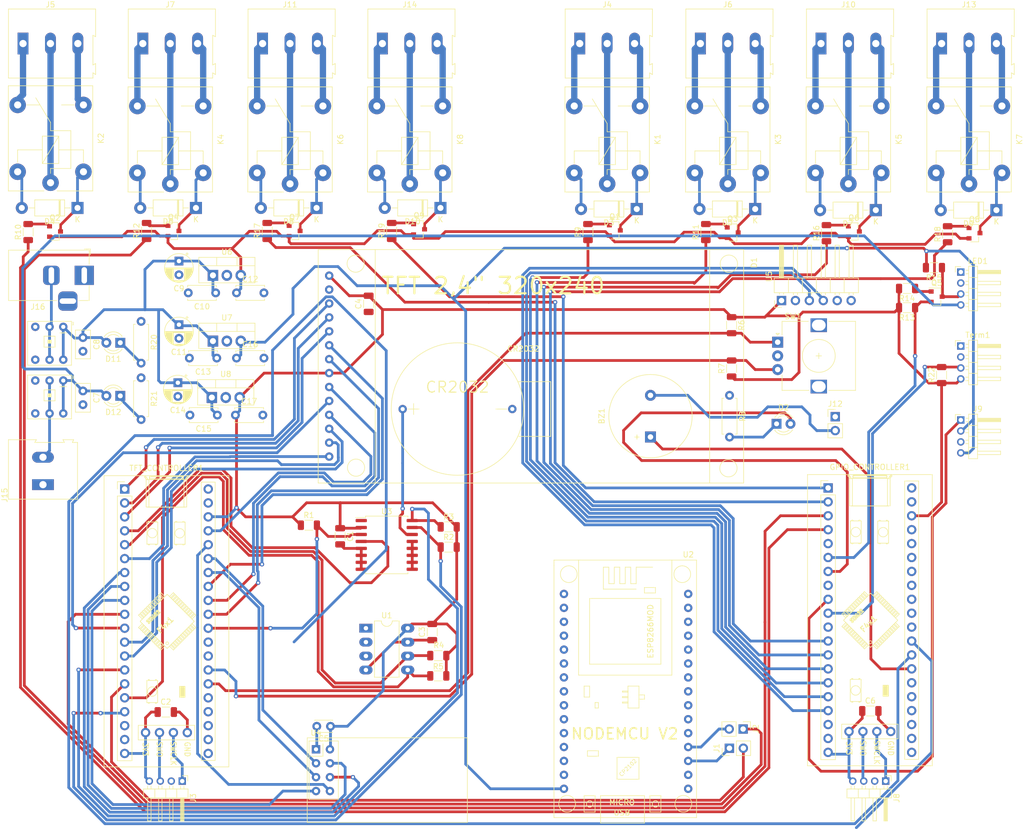
<source format=kicad_pcb>
(kicad_pcb (version 20171130) (host pcbnew "(5.1.8)-1")
  (title_block (title free_michelle) (date 2022-01-14) (rev v1.0) (company grados73))
  (layers (0 F.Cu signal) (31 B.Cu signal) (34 B.Paste user) (35 F.Paste user) (36 B.SilkS user) (37 F.SilkS user) (38 B.Mask user) (39 F.Mask user) (44 Edge.Cuts user))
  (net 0 "")
  (net 1 Buzzer_PA1)
  (net 2 "Net-(BZ1-Pad2)")
  (net 3 +3V3)
  (net 4 GND)
  (net 5 +5V)
  (net 6 +9V)
  (net 7 +3.3VP)
  (net 8 "Net-(CR2032-Pad1)")
  (net 9 TFT_CS_PB12)
  (net 10 TFT_RST_PB13)
  (net 11 TFT_DC_PB14)
  (net 12 TFT_MOSI_PA7)
  (net 13 TFT_SCK_PA5)
  (net 14 TFT_MISO_PA6)
  (net 15 T_TFT_SCK_PB3)
  (net 16 T_TFT_CS_PB10)
  (net 17 T_TFT_MOSI_PB5)
  (net 18 T_TFT_MISO_PB4)
  (net 19 T_TFT_IRQ_PA9)
  (net 20 "Net-(D2-Pad1)")
  (net 21 USER_LED_PA10)
  (net 22 "Net-(D3-Pad1)")
  (net 23 "Net-(D4-Pad1)")
  (net 24 "Net-(D5-Pad1)")
  (net 25 "Net-(D6-Pad1)")
  (net 26 "Net-(D7-Pad1)")
  (net 27 "Net-(D8-Pad1)")
  (net 28 "Net-(D9-Pad1)")
  (net 29 "Net-(D10-Pad1)")
  (net 30 "Net-(D11-Pad1)")
  (net 31 "Net-(D12-Pad1)")
  (net 32 "Net-(GPIO_CONTROLLER1-Pad1)")
  (net 33 "Net-(GPIO_CONTROLLER1-Pad2)")
  (net 34 "Net-(GPIO_CONTROLLER1-Pad38)")
  (net 35 "Net-(GPIO_CONTROLLER1-Pad3)")
  (net 36 BMP_SDA_PB9)
  (net 37 "Net-(GPIO_CONTROLLER1-Pad4)")
  (net 38 BMP_SCL_PB8)
  (net 39 "Net-(GPIO_CONTROLLER1-Pad5)")
  (net 40 LIGHT1_PB7)
  (net 41 "Net-(GPIO_CONTROLLER1-Pad6)")
  (net 42 LIGHT2_PB6)
  (net 43 LIGHT3_PB5)
  (net 44 "Net-(GPIO_CONTROLLER1-Pad8)")
  (net 45 LIGHT4_PB4)
  (net 46 "Net-(GPIO_CONTROLLER1-Pad9)")
  (net 47 "Net-(GPIO_CONTROLLER1-Pad31)")
  (net 48 "Net-(GPIO_CONTROLLER1-Pad10)")
  (net 49 DS18B20_1WIRE_PA15)
  (net 50 "Net-(GPIO_CONTROLLER1-Pad11)")
  (net 51 A02YYUW_U6_RX_PA12)
  (net 52 "Net-(GPIO_CONTROLLER1-Pad12)")
  (net 53 "Net-(GPIO_CONTROLLER1-Pad28)")
  (net 54 "Net-(GPIO_CONTROLLER1-Pad13)")
  (net 55 "Net-(GPIO_CONTROLLER1-Pad14)")
  (net 56 WS2812b_PA9)
  (net 57 "Net-(GPIO_CONTROLLER1-Pad15)")
  (net 58 "Net-(GPIO_CONTROLLER1-Pad25)")
  (net 59 "Net-(GPIO_CONTROLLER1-Pad16)")
  (net 60 RELAY1_PB15)
  (net 61 "Net-(GPIO_CONTROLLER1-Pad17)")
  (net 62 RELAY2_PB14)
  (net 63 RELAY3_PB13)
  (net 64 RELAY4_PB12)
  (net 65 "Net-(GPIO_CONTROLLER1-Pad20)")
  (net 66 "Net-(GPIO_CONTROLLER1-Pad42)")
  (net 67 "Net-(GPIO_CONTROLLER1-Pad43)")
  (net 68 "Net-(J1-Pad1)")
  (net 69 ESP_TX_RX_STM__U1_PB7)
  (net 70 "Net-(J2-Pad2)")
  (net 71 ESP_RX_TX_STM__U1_PA15)
  (net 72 "Net-(J3-Pad3)")
  (net 73 "Net-(J4-Pad3)")
  (net 74 "Net-(J4-Pad2)")
  (net 75 "Net-(J4-Pad1)")
  (net 76 "Net-(J5-Pad1)")
  (net 77 "Net-(J5-Pad2)")
  (net 78 "Net-(J5-Pad3)")
  (net 79 "Net-(J6-Pad1)")
  (net 80 "Net-(J6-Pad2)")
  (net 81 "Net-(J6-Pad3)")
  (net 82 "Net-(J7-Pad1)")
  (net 83 "Net-(J7-Pad2)")
  (net 84 "Net-(J7-Pad3)")
  (net 85 "Net-(J10-Pad3)")
  (net 86 "Net-(J10-Pad2)")
  (net 87 "Net-(J10-Pad1)")
  (net 88 "Net-(J11-Pad3)")
  (net 89 "Net-(J11-Pad2)")
  (net 90 "Net-(J11-Pad1)")
  (net 91 "Net-(J13-Pad3)")
  (net 92 "Net-(J13-Pad2)")
  (net 93 "Net-(J13-Pad1)")
  (net 94 "Net-(J14-Pad1)")
  (net 95 "Net-(J14-Pad2)")
  (net 96 "Net-(J14-Pad3)")
  (net 97 "Net-(J15-Pad2)")
  (net 98 "Net-(J16-Pad2)")
  (net 99 +5VP)
  (net 100 "Net-(Q1-Pad1)")
  (net 101 "Net-(Q2-Pad1)")
  (net 102 "Net-(Q3-Pad1)")
  (net 103 "Net-(Q4-Pad1)")
  (net 104 "Net-(Q5-Pad1)")
  (net 105 "Net-(Q6-Pad1)")
  (net 106 "Net-(Q7-Pad1)")
  (net 107 "Net-(Q8-Pad1)")
  (net 108 "Net-(Q9-Pad1)")
  (net 109 DS3231_IRQ_PA4)
  (net 110 DS3231_SCL_PB6)
  (net 111 EEPROM_SCL_PA8)
  (net 112 EEPROM_SDA_PB8)
  (net 113 ENC_DT_PA0)
  (net 114 ENC_CLK_PA1)
  (net 115 "Net-(Term1-Pad1)")
  (net 116 "Net-(TFT_CONTROLLER1-Pad20)")
  (net 117 DS3231_RST_PB15)
  (net 118 nRF24_IRQ_PB2)
  (net 119 nRF24_CE_PB1)
  (net 120 nRF24_SCK_PB0)
  (net 121 nRF24_MOSI_PA10)
  (net 122 nRF24_CSN_PA11)
  (net 123 nRF24_MISO_PA12)
  (net 124 "Net-(TFT_CONTROLLER1-Pad5)")
  (net 125 "Net-(TFT_CONTROLLER1-Pad4)")
  (net 126 DS3231_SDA_PB9)
  (net 127 "Net-(TFT_CONTROLLER1-Pad3)")
  (net 128 "Net-(TFT_CONTROLLER1-Pad38)")
  (net 129 "Net-(TFT_CONTROLLER1-Pad2)")
  (net 130 "Net-(TFT_CONTROLLER1-Pad1)")
  (net 131 "Net-(U1-Pad1)")
  (net 132 "Net-(U1-Pad2)")
  (net 133 "Net-(U1-Pad3)")
  (net 134 "Net-(U2-Pad1)")
  (net 135 "Net-(U2-Pad2)")
  (net 136 "Net-(U2-Pad3)")
  (net 137 "Net-(U2-Pad4)")
  (net 138 "Net-(U2-Pad5)")
  (net 139 "Net-(U2-Pad6)")
  (net 140 "Net-(U2-Pad7)")
  (net 141 "Net-(U2-Pad8)")
  (net 142 "Net-(U2-Pad9)")
  (net 143 "Net-(U2-Pad11)")
  (net 144 "Net-(U2-Pad12)")
  (net 145 "Net-(U2-Pad13)")
  (net 146 "Net-(U2-Pad16)")
  (net 147 "Net-(U2-Pad17)")
  (net 148 "Net-(U2-Pad18)")
  (net 149 "Net-(U2-Pad19)")
  (net 150 "Net-(U2-Pad20)")
  (net 151 "Net-(U2-Pad21)")
  (net 152 "Net-(U2-Pad23)")
  (net 153 "Net-(U2-Pad24)")
  (net 154 "Net-(U2-Pad25)")
  (net 155 "Net-(U2-Pad26)")
  (net 156 "Net-(U2-Pad30)")
  (net 157 "Net-(U3-Pad1)")
  (net 158 "Net-(U5-Pad5)")
  (net 159 "Net-(U5-Pad6)")
  (net 160 "Net-(J3-Pad1)")
  (net 161 "Net-(LED1-Pad3)")
  (net 162 "Net-(LED1-Pad1)")
  (module grados73:grados73_BlackPill_STM32F4x1 (layer F.Cu) (at 46.5 103.5)
    (fp_text reference TFT_CONTROLLER1 (at 7.62 -3.81) (layer F.SilkS))
    (fp_text value BlackPill_STM32F4x1_grados73 hide)
    (fp_text user F4x1 (at 7.4 24.81 45) (layer F.SilkS) (effects (font (thickness 0.2))))
    (fp_text user 3V3 (at 3.81 47.498 270 unlocked) (layer F.SilkS) (effects (font (size 1 0.9))))
    (fp_text user SWO (at 6.35 47.498 270 unlocked) (layer F.SilkS) (effects (font (size 1 0.9))))
    (fp_text user SWCLK (at 8.89 48.26 270 unlocked) (layer F.SilkS) (effects (font (size 1 0.9))))
    (fp_text user GND (at 11.43 47.498 270 unlocked) (layer F.SilkS) (effects (font (size 1 0.9))))
    (pad 44 thru_hole circle (at 3.81 44.45) (size 1.7 1.7) (drill 1) (layers *.Cu *.Mask) (net 3 +3V3))
    (pad 43 thru_hole circle (at 6.35 44.45) (size 1.7 1.7) (drill 1) (layers *.Cu *.Mask) (net 72 "Net-(J3-Pad3)"))
    (pad 42 thru_hole circle (at 8.89 44.45) (size 1.7 1.7) (drill 1) (layers *.Cu *.Mask) (net 160 "Net-(J3-Pad1)"))
    (pad 41 thru_hole circle (at 11.43 44.45) (size 1.7 1.7) (drill 1) (layers *.Cu *.Mask) (net 4 GND))
    (pad 20 thru_hole circle (at 15.24 0) (size 1.7 1.7) (drill 1) (layers *.Cu *.Mask) (net 116 "Net-(TFT_CONTROLLER1-Pad20)"))
    (pad 21 thru_hole rect (at 0 0) (size 1.7 1.7) (drill 1) (layers *.Cu *.Mask) (net 9 TFT_CS_PB12))
    (pad 19 thru_hole circle (at 15.24 2.54) (size 1.7 1.7) (drill 1) (layers *.Cu *.Mask) (net 4 GND))
    (pad 22 thru_hole circle (at 0 2.54) (size 1.7 1.7) (drill 1) (layers *.Cu *.Mask) (net 10 TFT_RST_PB13))
    (pad 18 thru_hole circle (at 15.24 5.08) (size 1.7 1.7) (drill 1) (layers *.Cu *.Mask) (net 3 +3V3))
    (pad 23 thru_hole circle (at 0 5.08) (size 1.7 1.7) (drill 1) (layers *.Cu *.Mask) (net 11 TFT_DC_PB14))
    (pad 17 thru_hole circle (at 15.24 7.62) (size 1.7 1.7) (drill 1) (layers *.Cu *.Mask) (net 16 T_TFT_CS_PB10))
    (pad 24 thru_hole circle (at 0 7.62) (size 1.7 1.7) (drill 1) (layers *.Cu *.Mask) (net 117 DS3231_RST_PB15))
    (pad 16 thru_hole circle (at 15.24 10.16) (size 1.7 1.7) (drill 1) (layers *.Cu *.Mask) (net 118 nRF24_IRQ_PB2))
    (pad 25 thru_hole circle (at 0 10.16) (size 1.7 1.7) (drill 1) (layers *.Cu *.Mask) (net 111 EEPROM_SCL_PA8))
    (pad 15 thru_hole circle (at 15.24 12.7) (size 1.7 1.7) (drill 1) (layers *.Cu *.Mask) (net 119 nRF24_CE_PB1))
    (pad 26 thru_hole circle (at 0 12.7) (size 1.7 1.7) (drill 1) (layers *.Cu *.Mask) (net 19 T_TFT_IRQ_PA9))
    (pad 14 thru_hole circle (at 15.24 15.24) (size 1.7 1.7) (drill 1) (layers *.Cu *.Mask) (net 120 nRF24_SCK_PB0))
    (pad 27 thru_hole circle (at 0 15.24) (size 1.7 1.7) (drill 1) (layers *.Cu *.Mask) (net 121 nRF24_MOSI_PA10))
    (pad 13 thru_hole circle (at 15.24 17.78) (size 1.7 1.7) (drill 1) (layers *.Cu *.Mask) (net 12 TFT_MOSI_PA7))
    (pad 28 thru_hole circle (at 0 17.78) (size 1.7 1.7) (drill 1) (layers *.Cu *.Mask) (net 122 nRF24_CSN_PA11))
    (pad 12 thru_hole circle (at 15.24 20.32) (size 1.7 1.7) (drill 1) (layers *.Cu *.Mask) (net 14 TFT_MISO_PA6))
    (pad 29 thru_hole circle (at 0 20.32) (size 1.7 1.7) (drill 1) (layers *.Cu *.Mask) (net 123 nRF24_MISO_PA12))
    (pad 11 thru_hole circle (at 15.24 22.86) (size 1.7 1.7) (drill 1) (layers *.Cu *.Mask) (net 13 TFT_SCK_PA5))
    (pad 30 thru_hole circle (at 0 22.86) (size 1.7 1.7) (drill 1) (layers *.Cu *.Mask) (net 71 ESP_RX_TX_STM__U1_PA15))
    (pad 10 thru_hole circle (at 15.24 25.4) (size 1.7 1.7) (drill 1) (layers *.Cu *.Mask) (net 109 DS3231_IRQ_PA4))
    (pad 31 thru_hole circle (at 0 25.4) (size 1.7 1.7) (drill 1) (layers *.Cu *.Mask) (net 15 T_TFT_SCK_PB3))
    (pad 9 thru_hole circle (at 15.24 27.94) (size 1.7 1.7) (drill 1) (layers *.Cu *.Mask) (net 44 "Net-(GPIO_CONTROLLER1-Pad8)"))
    (pad 32 thru_hole circle (at 0 27.94) (size 1.7 1.7) (drill 1) (layers *.Cu *.Mask) (net 18 T_TFT_MISO_PB4))
    (pad 8 thru_hole circle (at 15.24 30.48) (size 1.7 1.7) (drill 1) (layers *.Cu *.Mask) (net 46 "Net-(GPIO_CONTROLLER1-Pad9)"))
    (pad 33 thru_hole circle (at 0 30.48) (size 1.7 1.7) (drill 1) (layers *.Cu *.Mask) (net 17 T_TFT_MOSI_PB5))
    (pad 7 thru_hole circle (at 15.24 33.02) (size 1.7 1.7) (drill 1) (layers *.Cu *.Mask) (net 114 ENC_CLK_PA1))
    (pad 34 thru_hole circle (at 0 33.02) (size 1.7 1.7) (drill 1) (layers *.Cu *.Mask) (net 110 DS3231_SCL_PB6))
    (pad 6 thru_hole circle (at 15.24 35.56) (size 1.7 1.7) (drill 1) (layers *.Cu *.Mask) (net 113 ENC_DT_PA0))
    (pad 35 thru_hole circle (at 0 35.56) (size 1.7 1.7) (drill 1) (layers *.Cu *.Mask) (net 69 ESP_TX_RX_STM__U1_PB7))
    (pad 5 thru_hole circle (at 15.24 38.1) (size 1.7 1.7) (drill 1) (layers *.Cu *.Mask) (net 124 "Net-(TFT_CONTROLLER1-Pad5)"))
    (pad 36 thru_hole circle (at 0 38.1) (size 1.7 1.7) (drill 1) (layers *.Cu *.Mask) (net 112 EEPROM_SDA_PB8))
    (pad 4 thru_hole circle (at 15.24 40.64) (size 1.7 1.7) (drill 1) (layers *.Cu *.Mask) (net 125 "Net-(TFT_CONTROLLER1-Pad4)"))
    (pad 37 thru_hole circle (at 0 40.64) (size 1.7 1.7) (drill 1) (layers *.Cu *.Mask) (net 126 DS3231_SDA_PB9))
    (pad 3 thru_hole circle (at 15.24 43.18) (size 1.7 1.7) (drill 1) (layers *.Cu *.Mask) (net 127 "Net-(TFT_CONTROLLER1-Pad3)"))
    (pad 38 thru_hole circle (at 0 43.18) (size 1.7 1.7) (drill 1) (layers *.Cu *.Mask) (net 128 "Net-(TFT_CONTROLLER1-Pad38)"))
    (pad 2 thru_hole circle (at 15.24 45.72) (size 1.7 1.7) (drill 1) (layers *.Cu *.Mask) (net 129 "Net-(TFT_CONTROLLER1-Pad2)"))
    (pad 39 thru_hole circle (at 0 45.72) (size 1.7 1.7) (drill 1) (layers *.Cu *.Mask) (net 4 GND))
    (pad 1 thru_hole circle (at 15.24 48.26) (size 1.7 1.7) (drill 1) (layers *.Cu *.Mask) (net 130 "Net-(TFT_CONTROLLER1-Pad1)"))
    (pad 40 thru_hole circle (at 0 48.26) (size 1.7 1.7) (drill 1) (layers *.Cu *.Mask) (net 3 +3V3))
  )
  (module Capacitor_THT:C_Disc_D5.0mm_W2.5mm_P2.50mm (layer F.Cu) (at 38.89 75.86 270)
    (fp_text reference C8 (at 1.25 -2.5 90) (layer F.SilkS))
    (fp_text value 100nF)
    (pad 2 thru_hole circle (at 2.5 0 270) (size 1.6 1.6) (drill 0.8) (layers *.Cu *.Mask) (net 4 GND))
    (pad 1 thru_hole circle (at 0 0 270) (size 1.6 1.6) (drill 0.8) (layers *.Cu *.Mask) (net 6 +9V))
  )
  (module Capacitor_THT:C_Disc_D5.0mm_W2.5mm_P2.50mm (layer F.Cu) (at 38.89 85.6 270)
    (fp_text reference C7 (at 1.25 -2.5 90) (layer F.SilkS))
    (fp_text value 100nF)
    (pad 2 thru_hole circle (at 2.5 0 270) (size 1.6 1.6) (drill 0.8) (layers *.Cu *.Mask) (net 4 GND))
    (pad 1 thru_hole circle (at 0 0 270) (size 1.6 1.6) (drill 0.8) (layers *.Cu *.Mask) (net 99 +5VP))
  )
  (module Resistor_SMD:R_1206_3216Metric (layer F.Cu) (at 195.5 82.7 90)
    (fp_text reference R22 (at 0 -1.82 90) (layer F.SilkS))
    (fp_text value 4K7)
    (pad 2 smd roundrect (at 1.4625 0 90) (size 1.125 1.75) (layers F.Cu F.Paste F.Mask) (roundrect_rratio 0.222222) (net 49 DS18B20_1WIRE_PA15))
    (pad 1 smd roundrect (at -1.4625 0 90) (size 1.125 1.75) (layers F.Cu F.Paste F.Mask) (roundrect_rratio 0.222222) (net 3 +3V3))
  )
  (module Connector_PinHeader_2.00mm:PinHeader_1x04_P2.00mm_Horizontal (layer F.Cu) (at 199 63.9)
    (fp_text reference LED1 (at 3.1 -2) (layer F.SilkS))
    (fp_text value WS2812b_GROVE)
    (pad 4 thru_hole oval (at 0 6) (size 1.35 1.35) (drill 0.8) (layers *.Cu *.Mask) (net 99 +5VP))
    (pad 3 thru_hole oval (at 0 4) (size 1.35 1.35) (drill 0.8) (layers *.Cu *.Mask) (net 161 "Net-(LED1-Pad3)"))
    (pad 2 thru_hole oval (at 0 2) (size 1.35 1.35) (drill 0.8) (layers *.Cu *.Mask) (net 4 GND))
    (pad 1 thru_hole rect (at 0 0) (size 1.35 1.35) (drill 0.8) (layers *.Cu *.Mask) (net 162 "Net-(LED1-Pad1)"))
  )
  (module Connector_PinHeader_2.00mm:PinHeader_1x04_P2.00mm_Horizontal (layer F.Cu) (at 199 77.4)
    (fp_text reference Term1 (at 3.1 -2) (layer F.SilkS))
    (fp_text value DS18B20_GroveCON)
    (pad 4 thru_hole oval (at 0 6) (size 1.35 1.35) (drill 0.8) (layers *.Cu *.Mask) (net 3 +3V3))
    (pad 3 thru_hole oval (at 0 4) (size 1.35 1.35) (drill 0.8) (layers *.Cu *.Mask) (net 49 DS18B20_1WIRE_PA15))
    (pad 2 thru_hole oval (at 0 2) (size 1.35 1.35) (drill 0.8) (layers *.Cu *.Mask) (net 4 GND))
    (pad 1 thru_hole rect (at 0 0) (size 1.35 1.35) (drill 0.8) (layers *.Cu *.Mask) (net 115 "Net-(Term1-Pad1)"))
  )
  (module Buzzer_Beeper:Buzzer_15x7.5RM7.6 (layer F.Cu) (at 142.4 94 90)
    (fp_text reference BZ1 (at 3.81 -8.89 90) (layer F.SilkS))
    (fp_text value Buzzer)
    (fp_text user + (at -0.01 -2.54 90) (layer F.SilkS))
    (pad 2 thru_hole circle (at 7.6 0 90) (size 2 2) (drill 1) (layers *.Cu *.Mask) (net 2 "Net-(BZ1-Pad2)"))
    (pad 1 thru_hole rect (at 0 0 90) (size 2 2) (drill 1) (layers *.Cu *.Mask) (net 1 Buzzer_PA1))
  )
  (module Capacitor_SMD:C_1206_3216Metric (layer F.Cu) (at 85.8 112.125 270)
    (fp_text reference C1 (at 0 -1.85 90) (layer F.SilkS))
    (fp_text value 100nF)
    (pad 2 smd roundrect (at 1.475 0 270) (size 1.15 1.8) (layers F.Cu F.Paste F.Mask) (roundrect_rratio 0.217391) (net 4 GND))
    (pad 1 smd roundrect (at -1.475 0 270) (size 1.15 1.8) (layers F.Cu F.Paste F.Mask) (roundrect_rratio 0.217391) (net 3 +3V3))
  )
  (module Capacitor_SMD:C_1206_3216Metric (layer F.Cu) (at 54 144.2)
    (fp_text reference C2 (at 0 -1.85) (layer F.SilkS))
    (fp_text value 100nF)
    (pad 2 smd roundrect (at 1.475 0) (size 1.15 1.8) (layers F.Cu F.Paste F.Mask) (roundrect_rratio 0.217391) (net 4 GND))
    (pad 1 smd roundrect (at -1.475 0) (size 1.15 1.8) (layers F.Cu F.Paste F.Mask) (roundrect_rratio 0.217391) (net 3 +3V3))
  )
  (module Capacitor_SMD:C_1206_3216Metric (layer F.Cu) (at 102.6 129.6 90)
    (fp_text reference C3 (at 0 -1.85 90) (layer F.SilkS))
    (fp_text value 100nF)
    (pad 2 smd roundrect (at 1.475 0 90) (size 1.15 1.8) (layers F.Cu F.Paste F.Mask) (roundrect_rratio 0.217391) (net 3 +3V3))
    (pad 1 smd roundrect (at -1.475 0 90) (size 1.15 1.8) (layers F.Cu F.Paste F.Mask) (roundrect_rratio 0.217391) (net 4 GND))
  )
  (module Capacitor_SMD:C_1206_3216Metric (layer F.Cu) (at 91 69.7 90)
    (fp_text reference C4 (at 0 -1.85 90) (layer F.SilkS))
    (fp_text value 100nF)
    (pad 2 smd roundrect (at 1.475 0 90) (size 1.15 1.8) (layers F.Cu F.Paste F.Mask) (roundrect_rratio 0.217391) (net 3 +3V3))
    (pad 1 smd roundrect (at -1.475 0 90) (size 1.15 1.8) (layers F.Cu F.Paste F.Mask) (roundrect_rratio 0.217391) (net 4 GND))
  )
  (module Capacitor_THT:C_Disc_D3.0mm_W2.0mm_P2.50mm (layer F.Cu) (at 84.04 146.8 180)
    (fp_text reference C5 (at 1.25 -2.25) (layer F.SilkS))
    (fp_text value 1uF)
    (pad 2 thru_hole circle (at 2.5 0 180) (size 1.6 1.6) (drill 0.8) (layers *.Cu *.Mask) (net 4 GND))
    (pad 1 thru_hole circle (at 0 0 180) (size 1.6 1.6) (drill 0.8) (layers *.Cu *.Mask) (net 3 +3V3))
  )
  (module Capacitor_SMD:C_1206_3216Metric (layer F.Cu) (at 182.5 144)
    (fp_text reference C6 (at 0 -1.85) (layer F.SilkS))
    (fp_text value 100nF)
    (pad 2 smd roundrect (at 1.475 0) (size 1.15 1.8) (layers F.Cu F.Paste F.Mask) (roundrect_rratio 0.217391) (net 4 GND))
    (pad 1 smd roundrect (at -1.475 0) (size 1.15 1.8) (layers F.Cu F.Paste F.Mask) (roundrect_rratio 0.217391) (net 3 +3V3))
  )
  (module Capacitor_THT:CP_Radial_D5.0mm_P2.50mm (layer F.Cu) (at 56.4 61.9 270)
    (fp_text reference C9 (at 5 0 180) (layer F.SilkS))
    (fp_text value 47uF)
    (pad 2 thru_hole circle (at 2.5 0 270) (size 1.6 1.6) (drill 0.8) (layers *.Cu *.Mask) (net 4 GND))
    (pad 1 thru_hole rect (at 0 0 270) (size 1.6 1.6) (drill 0.8) (layers *.Cu *.Mask) (net 6 +9V))
  )
  (module Capacitor_THT:C_Disc_D5.0mm_W2.5mm_P5.00mm (layer F.Cu) (at 63.1 67.7 180)
    (fp_text reference C10 (at 2.5 -2.5) (layer F.SilkS))
    (fp_text value 100nF)
    (pad 2 thru_hole circle (at 5 0 180) (size 1.6 1.6) (drill 0.8) (layers *.Cu *.Mask) (net 4 GND))
    (pad 1 thru_hole circle (at 0 0 180) (size 1.6 1.6) (drill 0.8) (layers *.Cu *.Mask) (net 6 +9V))
  )
  (module Capacitor_THT:CP_Radial_D5.0mm_P2.50mm (layer F.Cu) (at 56.4 73.5 270)
    (fp_text reference C11 (at 5 0 180) (layer F.SilkS))
    (fp_text value 47uF)
    (pad 2 thru_hole circle (at 2.5 0 270) (size 1.6 1.6) (drill 0.8) (layers *.Cu *.Mask) (net 4 GND))
    (pad 1 thru_hole rect (at 0 0 270) (size 1.6 1.6) (drill 0.8) (layers *.Cu *.Mask) (net 6 +9V))
  )
  (module Capacitor_THT:C_Disc_D5.0mm_W2.5mm_P5.00mm (layer F.Cu) (at 66.9 67.7)
    (fp_text reference C12 (at 2.5 -2.5) (layer F.SilkS))
    (fp_text value 100nF)
    (pad 2 thru_hole circle (at 5 0) (size 1.6 1.6) (drill 0.8) (layers *.Cu *.Mask) (net 4 GND))
    (pad 1 thru_hole circle (at 0 0) (size 1.6 1.6) (drill 0.8) (layers *.Cu *.Mask) (net 7 +3.3VP))
  )
  (module Capacitor_THT:C_Disc_D5.0mm_W2.5mm_P5.00mm (layer F.Cu) (at 63.3 79.6 180)
    (fp_text reference C13 (at 2.5 -2.5) (layer F.SilkS))
    (fp_text value 100nF)
    (pad 2 thru_hole circle (at 5 0 180) (size 1.6 1.6) (drill 0.8) (layers *.Cu *.Mask) (net 4 GND))
    (pad 1 thru_hole circle (at 0 0 180) (size 1.6 1.6) (drill 0.8) (layers *.Cu *.Mask) (net 6 +9V))
  )
  (module Capacitor_THT:CP_Radial_D5.0mm_P2.50mm (layer F.Cu) (at 56.2 84.1 270)
    (fp_text reference C14 (at 5 0 180) (layer F.SilkS))
    (fp_text value 47uF)
    (pad 2 thru_hole circle (at 2.5 0 270) (size 1.6 1.6) (drill 0.8) (layers *.Cu *.Mask) (net 4 GND))
    (pad 1 thru_hole rect (at 0 0 270) (size 1.6 1.6) (drill 0.8) (layers *.Cu *.Mask) (net 6 +9V))
  )
  (module Capacitor_THT:C_Disc_D5.0mm_W2.5mm_P5.00mm (layer F.Cu) (at 63.4 90 180)
    (fp_text reference C15 (at 2.5 -2.5) (layer F.SilkS))
    (fp_text value 100nF)
    (pad 2 thru_hole circle (at 5 0 180) (size 1.6 1.6) (drill 0.8) (layers *.Cu *.Mask) (net 4 GND))
    (pad 1 thru_hole circle (at 0 0 180) (size 1.6 1.6) (drill 0.8) (layers *.Cu *.Mask) (net 6 +9V))
  )
  (module Capacitor_THT:C_Disc_D5.0mm_W2.5mm_P5.00mm (layer F.Cu) (at 66.9 79.6)
    (fp_text reference C16 (at 2.5 -2.5) (layer F.SilkS))
    (fp_text value 100nF)
    (pad 2 thru_hole circle (at 5 0) (size 1.6 1.6) (drill 0.8) (layers *.Cu *.Mask) (net 4 GND))
    (pad 1 thru_hole circle (at 0 0) (size 1.6 1.6) (drill 0.8) (layers *.Cu *.Mask) (net 5 +5V))
  )
  (module Capacitor_THT:C_Disc_D5.0mm_W2.5mm_P5.00mm (layer F.Cu) (at 66.7 90)
    (fp_text reference C17 (at 2.5 -2.5) (layer F.SilkS))
    (fp_text value 100nF)
    (pad 2 thru_hole circle (at 5 0) (size 1.6 1.6) (drill 0.8) (layers *.Cu *.Mask) (net 4 GND))
    (pad 1 thru_hole circle (at 0 0) (size 1.6 1.6) (drill 0.8) (layers *.Cu *.Mask) (net 3 +3V3))
  )
  (module grados73:CR2032_KOSZYK (layer F.Cu) (at 107.2 77.9)
    (fp_text reference CR2032 (at 12 0) (layer F.SilkS))
    (fp_text value 3V)
    (fp_text user CR2032 (at 0 7) (layer F.SilkS) (effects (font (size 2 2) (thickness 0.2))))
    (pad 2 thru_hole circle (at 10 11) (size 1.524 1.524) (drill 0.762) (layers *.Cu *.Mask) (net 4 GND))
    (pad 1 thru_hole circle (at -10 11.01) (size 1.524 1.524) (drill 0.762) (layers *.Cu *.Mask) (net 8 "Net-(CR2032-Pad1)"))
  )
  (module grados73:TFT_2_4_c_240x320_SPI (layer F.Cu) (at 109.2 54.4)
    (fp_text reference D1 (at 52.1 7.8 90) (layer F.SilkS))
    (fp_text value TFT_320x240_ILI9341)
    (fp_text user "TFT 2,4\" 320x240" (at 4.5 12) (layer F.SilkS) (effects (font (size 3 3) (thickness 0.4))))
    (pad 14 thru_hole circle (at -25.4 43.18) (size 1.524 1.524) (drill 0.762) (layers *.Cu *.Mask) (net 19 T_TFT_IRQ_PA9))
    (pad 13 thru_hole circle (at -25.4 40.64) (size 1.524 1.524) (drill 0.762) (layers *.Cu *.Mask) (net 18 T_TFT_MISO_PB4))
    (pad 12 thru_hole circle (at -25.4 38.1) (size 1.524 1.524) (drill 0.762) (layers *.Cu *.Mask) (net 17 T_TFT_MOSI_PB5))
    (pad 11 thru_hole circle (at -25.4 35.56) (size 1.524 1.524) (drill 0.762) (layers *.Cu *.Mask) (net 16 T_TFT_CS_PB10))
    (pad 10 thru_hole circle (at -25.4 33.02) (size 1.524 1.524) (drill 0.762) (layers *.Cu *.Mask) (net 15 T_TFT_SCK_PB3))
    (pad 9 thru_hole circle (at -25.4 30.48) (size 1.524 1.524) (drill 0.762) (layers *.Cu *.Mask) (net 14 TFT_MISO_PA6))
    (pad 8 thru_hole circle (at -25.4 27.94) (size 1.524 1.524) (drill 0.762) (layers *.Cu *.Mask) (net 3 +3V3))
    (pad 7 thru_hole circle (at -25.4 25.4) (size 1.524 1.524) (drill 0.762) (layers *.Cu *.Mask) (net 13 TFT_SCK_PA5))
    (pad 6 thru_hole circle (at -25.4 22.86) (size 1.524 1.524) (drill 0.762) (layers *.Cu *.Mask) (net 12 TFT_MOSI_PA7))
    (pad 5 thru_hole circle (at -25.4 20.32) (size 1.524 1.524) (drill 0.762) (layers *.Cu *.Mask) (net 11 TFT_DC_PB14))
    (pad 4 thru_hole circle (at -25.4 17.78) (size 1.524 1.524) (drill 0.762) (layers *.Cu *.Mask) (net 10 TFT_RST_PB13))
    (pad 3 thru_hole circle (at -25.4 15.24) (size 1.524 1.524) (drill 0.762) (layers *.Cu *.Mask) (net 9 TFT_CS_PB12))
    (pad 2 thru_hole circle (at -25.4 12.7) (size 1.524 1.524) (drill 0.762) (layers *.Cu *.Mask) (net 4 GND))
    (pad 1 thru_hole circle (at -25.4 10.16) (size 1.524 1.524) (drill 0.762) (layers *.Cu *.Mask) (net 3 +3V3))
  )
  (module LED_THT:LED_D3.0mm_IRGrey (layer F.Cu) (at 165.4 91.6)
    (fp_text reference D2 (at 1.27 -2.96) (layer F.SilkS))
    (fp_text value GREEN_USER_LED)
    (pad 2 thru_hole circle (at 2.54 0) (size 1.8 1.8) (drill 0.9) (layers *.Cu *.Mask) (net 21 USER_LED_PA10))
    (pad 1 thru_hole rect (at 0 0) (size 1.8 1.8) (drill 0.9) (layers *.Cu *.Mask) (net 20 "Net-(D2-Pad1)"))
  )
  (module Diode_THT:D_DO-41_SOD81_P10.16mm_Horizontal (layer F.Cu) (at 139.9 52.4 180)
    (fp_text reference D3 (at 5.08 -2.47) (layer F.SilkS))
    (fp_text value 1N4148)
    (fp_text user K (at 0 -2.1) (layer F.SilkS))
    (pad 2 thru_hole oval (at 10.16 0 180) (size 2.2 2.2) (drill 1.1) (layers *.Cu *.Mask) (net 4 GND))
    (pad 1 thru_hole rect (at 0 0 180) (size 2.2 2.2) (drill 1.1) (layers *.Cu *.Mask) (net 22 "Net-(D3-Pad1)"))
  )
  (module Diode_THT:D_DO-41_SOD81_P10.16mm_Horizontal (layer F.Cu) (at 37.9 52.2 180)
    (fp_text reference D4 (at 5.08 -2.47) (layer F.SilkS))
    (fp_text value 1N4148)
    (fp_text user K (at 0 -2.1) (layer F.SilkS))
    (pad 2 thru_hole oval (at 10.16 0 180) (size 2.2 2.2) (drill 1.1) (layers *.Cu *.Mask) (net 4 GND))
    (pad 1 thru_hole rect (at 0 0 180) (size 2.2 2.2) (drill 1.1) (layers *.Cu *.Mask) (net 23 "Net-(D4-Pad1)"))
  )
  (module Diode_THT:D_DO-41_SOD81_P10.16mm_Horizontal (layer F.Cu) (at 161.5 52.4 180)
    (fp_text reference D5 (at 5.08 -2.47) (layer F.SilkS))
    (fp_text value 1N4148)
    (fp_text user K (at 0 -2.1) (layer F.SilkS))
    (pad 2 thru_hole oval (at 10.16 0 180) (size 2.2 2.2) (drill 1.1) (layers *.Cu *.Mask) (net 4 GND))
    (pad 1 thru_hole rect (at 0 0 180) (size 2.2 2.2) (drill 1.1) (layers *.Cu *.Mask) (net 24 "Net-(D5-Pad1)"))
  )
  (module Diode_THT:D_DO-41_SOD81_P10.16mm_Horizontal (layer F.Cu) (at 59.5 52.2 180)
    (fp_text reference D6 (at 5.08 -2.47) (layer F.SilkS))
    (fp_text value 1N4148)
    (fp_text user K (at 0 -2.1) (layer F.SilkS))
    (pad 2 thru_hole oval (at 10.16 0 180) (size 2.2 2.2) (drill 1.1) (layers *.Cu *.Mask) (net 4 GND))
    (pad 1 thru_hole rect (at 0 0 180) (size 2.2 2.2) (drill 1.1) (layers *.Cu *.Mask) (net 25 "Net-(D6-Pad1)"))
  )
  (module Diode_THT:D_DO-41_SOD81_P10.16mm_Horizontal (layer F.Cu) (at 183.5 52.6 180)
    (fp_text reference D7 (at 5.08 -2.47) (layer F.SilkS))
    (fp_text value 1N4148)
    (fp_text user K (at 0 -2.1) (layer F.SilkS))
    (pad 2 thru_hole oval (at 10.16 0 180) (size 2.2 2.2) (drill 1.1) (layers *.Cu *.Mask) (net 4 GND))
    (pad 1 thru_hole rect (at 0 0 180) (size 2.2 2.2) (drill 1.1) (layers *.Cu *.Mask) (net 26 "Net-(D7-Pad1)"))
  )
  (module Diode_THT:D_DO-41_SOD81_P10.16mm_Horizontal (layer F.Cu) (at 81.5 52.2 180)
    (fp_text reference D8 (at 5.08 -2.47) (layer F.SilkS))
    (fp_text value 1N4148)
    (fp_text user K (at 0 -2.1) (layer F.SilkS))
    (pad 2 thru_hole oval (at 10.16 0 180) (size 2.2 2.2) (drill 1.1) (layers *.Cu *.Mask) (net 4 GND))
    (pad 1 thru_hole rect (at 0 0 180) (size 2.2 2.2) (drill 1.1) (layers *.Cu *.Mask) (net 27 "Net-(D8-Pad1)"))
  )
  (module Diode_THT:D_DO-41_SOD81_P10.16mm_Horizontal (layer F.Cu) (at 205.5 52.6 180)
    (fp_text reference D9 (at 5.08 -2.47) (layer F.SilkS))
    (fp_text value 1N4148)
    (fp_text user K (at 0 -2.1) (layer F.SilkS))
    (pad 2 thru_hole oval (at 10.16 0 180) (size 2.2 2.2) (drill 1.1) (layers *.Cu *.Mask) (net 4 GND))
    (pad 1 thru_hole rect (at 0 0 180) (size 2.2 2.2) (drill 1.1) (layers *.Cu *.Mask) (net 28 "Net-(D9-Pad1)"))
  )
  (module Diode_THT:D_DO-41_SOD81_P10.16mm_Horizontal (layer F.Cu) (at 104.1 52.2 180)
    (fp_text reference D10 (at 5.08 -2.47) (layer F.SilkS))
    (fp_text value 1N4148)
    (fp_text user K (at 0 -2.1) (layer F.SilkS))
    (pad 2 thru_hole oval (at 10.16 0 180) (size 2.2 2.2) (drill 1.1) (layers *.Cu *.Mask) (net 4 GND))
    (pad 1 thru_hole rect (at 0 0 180) (size 2.2 2.2) (drill 1.1) (layers *.Cu *.Mask) (net 29 "Net-(D10-Pad1)"))
  )
  (module LED_THT:LED_D3.0mm (layer F.Cu) (at 45.7 76.8 180)
    (fp_text reference D11 (at 1.27 -2.96) (layer F.SilkS))
    (fp_text value RED_LED)
    (pad 2 thru_hole circle (at 2.54 0 180) (size 1.8 1.8) (drill 0.9) (layers *.Cu *.Mask) (net 6 +9V))
    (pad 1 thru_hole rect (at 0 0 180) (size 1.8 1.8) (drill 0.9) (layers *.Cu *.Mask) (net 30 "Net-(D11-Pad1)"))
  )
  (module LED_THT:LED_D3.0mm_Clear (layer F.Cu) (at 45.7 86.5 180)
    (fp_text reference D12 (at 1.27 -2.96) (layer F.SilkS))
    (fp_text value YELLOW_LED)
    (pad 2 thru_hole circle (at 2.54 0 180) (size 1.8 1.8) (drill 0.9) (layers *.Cu *.Mask) (net 99 +5VP))
    (pad 1 thru_hole rect (at 0 0 180) (size 1.8 1.8) (drill 0.9) (layers *.Cu *.Mask) (net 31 "Net-(D12-Pad1)"))
  )
  (module grados73:grados73_BlackPill_STM32F4x1 (layer F.Cu) (at 174.8 103.3)
    (fp_text reference GPIO_CONTROLLER1 (at 7.62 -3.81) (layer F.SilkS))
    (fp_text value BlackPill_STM32F4x1_grados73 hide)
    (fp_text user F4x1 (at 7.4 24.81 45) (layer F.SilkS) (effects (font (thickness 0.2))))
    (fp_text user 3V3 (at 3.81 47.498 270 unlocked) (layer F.SilkS) (effects (font (size 1 0.9))))
    (fp_text user SWO (at 6.35 47.498 270 unlocked) (layer F.SilkS) (effects (font (size 1 0.9))))
    (fp_text user SWCLK (at 8.89 48.26 270 unlocked) (layer F.SilkS) (effects (font (size 1 0.9))))
    (fp_text user GND (at 11.43 47.498 270 unlocked) (layer F.SilkS) (effects (font (size 1 0.9))))
    (pad 44 thru_hole circle (at 3.81 44.45) (size 1.7 1.7) (drill 1) (layers *.Cu *.Mask) (net 3 +3V3))
    (pad 43 thru_hole circle (at 6.35 44.45) (size 1.7 1.7) (drill 1) (layers *.Cu *.Mask) (net 67 "Net-(GPIO_CONTROLLER1-Pad43)"))
    (pad 42 thru_hole circle (at 8.89 44.45) (size 1.7 1.7) (drill 1) (layers *.Cu *.Mask) (net 66 "Net-(GPIO_CONTROLLER1-Pad42)"))
    (pad 41 thru_hole circle (at 11.43 44.45) (size 1.7 1.7) (drill 1) (layers *.Cu *.Mask) (net 4 GND))
    (pad 20 thru_hole circle (at 15.24 0) (size 1.7 1.7) (drill 1) (layers *.Cu *.Mask) (net 65 "Net-(GPIO_CONTROLLER1-Pad20)"))
    (pad 21 thru_hole rect (at 0 0) (size 1.7 1.7) (drill 1) (layers *.Cu *.Mask) (net 64 RELAY4_PB12))
    (pad 19 thru_hole circle (at 15.24 2.54) (size 1.7 1.7) (drill 1) (layers *.Cu *.Mask) (net 4 GND))
    (pad 22 thru_hole circle (at 0 2.54) (size 1.7 1.7) (drill 1) (layers *.Cu *.Mask) (net 63 RELAY3_PB13))
    (pad 18 thru_hole circle (at 15.24 5.08) (size 1.7 1.7) (drill 1) (layers *.Cu *.Mask) (net 3 +3V3))
    (pad 23 thru_hole circle (at 0 5.08) (size 1.7 1.7) (drill 1) (layers *.Cu *.Mask) (net 62 RELAY2_PB14))
    (pad 17 thru_hole circle (at 15.24 7.62) (size 1.7 1.7) (drill 1) (layers *.Cu *.Mask) (net 61 "Net-(GPIO_CONTROLLER1-Pad17)"))
    (pad 24 thru_hole circle (at 0 7.62) (size 1.7 1.7) (drill 1) (layers *.Cu *.Mask) (net 60 RELAY1_PB15))
    (pad 16 thru_hole circle (at 15.24 10.16) (size 1.7 1.7) (drill 1) (layers *.Cu *.Mask) (net 59 "Net-(GPIO_CONTROLLER1-Pad16)"))
    (pad 25 thru_hole circle (at 0 10.16) (size 1.7 1.7) (drill 1) (layers *.Cu *.Mask) (net 58 "Net-(GPIO_CONTROLLER1-Pad25)"))
    (pad 15 thru_hole circle (at 15.24 12.7) (size 1.7 1.7) (drill 1) (layers *.Cu *.Mask) (net 57 "Net-(GPIO_CONTROLLER1-Pad15)"))
    (pad 26 thru_hole circle (at 0 12.7) (size 1.7 1.7) (drill 1) (layers *.Cu *.Mask) (net 56 WS2812b_PA9))
    (pad 14 thru_hole circle (at 15.24 15.24) (size 1.7 1.7) (drill 1) (layers *.Cu *.Mask) (net 55 "Net-(GPIO_CONTROLLER1-Pad14)"))
    (pad 27 thru_hole circle (at 0 15.24) (size 1.7 1.7) (drill 1) (layers *.Cu *.Mask) (net 21 USER_LED_PA10))
    (pad 13 thru_hole circle (at 15.24 17.78) (size 1.7 1.7) (drill 1) (layers *.Cu *.Mask) (net 54 "Net-(GPIO_CONTROLLER1-Pad13)"))
    (pad 28 thru_hole circle (at 0 17.78) (size 1.7 1.7) (drill 1) (layers *.Cu *.Mask) (net 53 "Net-(GPIO_CONTROLLER1-Pad28)"))
    (pad 12 thru_hole circle (at 15.24 20.32) (size 1.7 1.7) (drill 1) (layers *.Cu *.Mask) (net 52 "Net-(GPIO_CONTROLLER1-Pad12)"))
    (pad 29 thru_hole circle (at 0 20.32) (size 1.7 1.7) (drill 1) (layers *.Cu *.Mask) (net 51 A02YYUW_U6_RX_PA12))
    (pad 11 thru_hole circle (at 15.24 22.86) (size 1.7 1.7) (drill 1) (layers *.Cu *.Mask) (net 50 "Net-(GPIO_CONTROLLER1-Pad11)"))
    (pad 30 thru_hole circle (at 0 22.86) (size 1.7 1.7) (drill 1) (layers *.Cu *.Mask) (net 49 DS18B20_1WIRE_PA15))
    (pad 10 thru_hole circle (at 15.24 25.4) (size 1.7 1.7) (drill 1) (layers *.Cu *.Mask) (net 48 "Net-(GPIO_CONTROLLER1-Pad10)"))
    (pad 31 thru_hole circle (at 0 25.4) (size 1.7 1.7) (drill 1) (layers *.Cu *.Mask) (net 47 "Net-(GPIO_CONTROLLER1-Pad31)"))
    (pad 9 thru_hole circle (at 15.24 27.94) (size 1.7 1.7) (drill 1) (layers *.Cu *.Mask) (net 46 "Net-(GPIO_CONTROLLER1-Pad9)"))
    (pad 32 thru_hole circle (at 0 27.94) (size 1.7 1.7) (drill 1) (layers *.Cu *.Mask) (net 45 LIGHT4_PB4))
    (pad 8 thru_hole circle (at 15.24 30.48) (size 1.7 1.7) (drill 1) (layers *.Cu *.Mask) (net 44 "Net-(GPIO_CONTROLLER1-Pad8)"))
    (pad 33 thru_hole circle (at 0 30.48) (size 1.7 1.7) (drill 1) (layers *.Cu *.Mask) (net 43 LIGHT3_PB5))
    (pad 7 thru_hole circle (at 15.24 33.02) (size 1.7 1.7) (drill 1) (layers *.Cu *.Mask) (net 1 Buzzer_PA1))
    (pad 34 thru_hole circle (at 0 33.02) (size 1.7 1.7) (drill 1) (layers *.Cu *.Mask) (net 42 LIGHT2_PB6))
    (pad 6 thru_hole circle (at 15.24 35.56) (size 1.7 1.7) (drill 1) (layers *.Cu *.Mask) (net 41 "Net-(GPIO_CONTROLLER1-Pad6)"))
    (pad 35 thru_hole circle (at 0 35.56) (size 1.7 1.7) (drill 1) (layers *.Cu *.Mask) (net 40 LIGHT1_PB7))
    (pad 5 thru_hole circle (at 15.24 38.1) (size 1.7 1.7) (drill 1) (layers *.Cu *.Mask) (net 39 "Net-(GPIO_CONTROLLER1-Pad5)"))
    (pad 36 thru_hole circle (at 0 38.1) (size 1.7 1.7) (drill 1) (layers *.Cu *.Mask) (net 38 BMP_SCL_PB8))
    (pad 4 thru_hole circle (at 15.24 40.64) (size 1.7 1.7) (drill 1) (layers *.Cu *.Mask) (net 37 "Net-(GPIO_CONTROLLER1-Pad4)"))
    (pad 37 thru_hole circle (at 0 40.64) (size 1.7 1.7) (drill 1) (layers *.Cu *.Mask) (net 36 BMP_SDA_PB9))
    (pad 3 thru_hole circle (at 15.24 43.18) (size 1.7 1.7) (drill 1) (layers *.Cu *.Mask) (net 35 "Net-(GPIO_CONTROLLER1-Pad3)"))
    (pad 38 thru_hole circle (at 0 43.18) (size 1.7 1.7) (drill 1) (layers *.Cu *.Mask) (net 34 "Net-(GPIO_CONTROLLER1-Pad38)"))
    (pad 2 thru_hole circle (at 15.24 45.72) (size 1.7 1.7) (drill 1) (layers *.Cu *.Mask) (net 33 "Net-(GPIO_CONTROLLER1-Pad2)"))
    (pad 39 thru_hole circle (at 0 45.72) (size 1.7 1.7) (drill 1) (layers *.Cu *.Mask) (net 4 GND))
    (pad 1 thru_hole circle (at 15.24 48.26) (size 1.7 1.7) (drill 1) (layers *.Cu *.Mask) (net 32 "Net-(GPIO_CONTROLLER1-Pad1)"))
    (pad 40 thru_hole circle (at 0 48.26) (size 1.7 1.7) (drill 1) (layers *.Cu *.Mask) (net 3 +3V3))
  )
  (module Connector_PinHeader_2.54mm:PinHeader_1x02_P2.54mm_Vertical (layer F.Cu) (at 156.8 150.8 90)
    (fp_text reference J1 (at 0 -2.33 90) (layer F.SilkS))
    (fp_text value Zworka_TX)
    (pad 2 thru_hole oval (at 0 2.54 90) (size 1.7 1.7) (drill 1) (layers *.Cu *.Mask) (net 69 ESP_TX_RX_STM__U1_PB7))
    (pad 1 thru_hole rect (at 0 0 90) (size 1.7 1.7) (drill 1) (layers *.Cu *.Mask) (net 68 "Net-(J1-Pad1)"))
  )
  (module Connector_PinHeader_2.54mm:PinHeader_1x02_P2.54mm_Vertical (layer F.Cu) (at 159.3 147.3 270)
    (fp_text reference J2 (at 0 -2.33 90) (layer F.SilkS))
    (fp_text value Zworka_RX)
    (pad 2 thru_hole oval (at 0 2.54 270) (size 1.7 1.7) (drill 1) (layers *.Cu *.Mask) (net 70 "Net-(J2-Pad2)"))
    (pad 1 thru_hole rect (at 0 0 270) (size 1.7 1.7) (drill 1) (layers *.Cu *.Mask) (net 71 ESP_RX_TX_STM__U1_PA15))
  )
  (module Connector_PinHeader_2.00mm:PinHeader_1x04_P2.00mm_Horizontal (layer F.Cu) (at 57 156.8 270)
    (fp_text reference J3 (at 3.1 -2 90) (layer F.SilkS))
    (fp_text value GROVE_SW)
    (pad 4 thru_hole oval (at 0 6 270) (size 1.35 1.35) (drill 0.8) (layers *.Cu *.Mask) (net 3 +3V3))
    (pad 3 thru_hole oval (at 0 4 270) (size 1.35 1.35) (drill 0.8) (layers *.Cu *.Mask) (net 72 "Net-(J3-Pad3)"))
    (pad 2 thru_hole oval (at 0 2 270) (size 1.35 1.35) (drill 0.8) (layers *.Cu *.Mask) (net 4 GND))
    (pad 1 thru_hole rect (at 0 0 270) (size 1.35 1.35) (drill 0.8) (layers *.Cu *.Mask) (net 160 "Net-(J3-Pad1)"))
  )
  (module TerminalBlock:TerminalBlock_Altech_AK300-3_P5.00mm (layer F.Cu) (at 129.5 22.2)
    (fp_text reference J4 (at 5 -7.1) (layer F.SilkS))
    (fp_text value ARK)
    (pad 3 thru_hole oval (at 10 0) (size 1.98 3.96) (drill 1.32) (layers *.Cu *.Mask) (net 73 "Net-(J4-Pad3)"))
    (pad 2 thru_hole oval (at 5 0) (size 1.98 3.96) (drill 1.32) (layers *.Cu *.Mask) (net 74 "Net-(J4-Pad2)"))
    (pad 1 thru_hole rect (at 0 0) (size 1.98 3.96) (drill 1.32) (layers *.Cu *.Mask) (net 75 "Net-(J4-Pad1)"))
  )
  (module TerminalBlock:TerminalBlock_Altech_AK300-3_P5.00mm (layer F.Cu) (at 27.96 22.2)
    (fp_text reference J5 (at 5 -7.1) (layer F.SilkS))
    (fp_text value ARK)
    (pad 3 thru_hole oval (at 10 0) (size 1.98 3.96) (drill 1.32) (layers *.Cu *.Mask) (net 78 "Net-(J5-Pad3)"))
    (pad 2 thru_hole oval (at 5 0) (size 1.98 3.96) (drill 1.32) (layers *.Cu *.Mask) (net 77 "Net-(J5-Pad2)"))
    (pad 1 thru_hole rect (at 0 0) (size 1.98 3.96) (drill 1.32) (layers *.Cu *.Mask) (net 76 "Net-(J5-Pad1)"))
  )
  (module TerminalBlock:TerminalBlock_Altech_AK300-3_P5.00mm (layer F.Cu) (at 151.5 22.2)
    (fp_text reference J6 (at 5 -7.1) (layer F.SilkS))
    (fp_text value ARK)
    (pad 3 thru_hole oval (at 10 0) (size 1.98 3.96) (drill 1.32) (layers *.Cu *.Mask) (net 81 "Net-(J6-Pad3)"))
    (pad 2 thru_hole oval (at 5 0) (size 1.98 3.96) (drill 1.32) (layers *.Cu *.Mask) (net 80 "Net-(J6-Pad2)"))
    (pad 1 thru_hole rect (at 0 0) (size 1.98 3.96) (drill 1.32) (layers *.Cu *.Mask) (net 79 "Net-(J6-Pad1)"))
  )
  (module TerminalBlock:TerminalBlock_Altech_AK300-3_P5.00mm (layer F.Cu) (at 49.806666 22.2)
    (fp_text reference J7 (at 5 -7.1) (layer F.SilkS))
    (fp_text value ARK)
    (pad 3 thru_hole oval (at 10 0) (size 1.98 3.96) (drill 1.32) (layers *.Cu *.Mask) (net 84 "Net-(J7-Pad3)"))
    (pad 2 thru_hole oval (at 5 0) (size 1.98 3.96) (drill 1.32) (layers *.Cu *.Mask) (net 83 "Net-(J7-Pad2)"))
    (pad 1 thru_hole rect (at 0 0) (size 1.98 3.96) (drill 1.32) (layers *.Cu *.Mask) (net 82 "Net-(J7-Pad1)"))
  )
  (module Connector_PinHeader_2.00mm:PinHeader_1x04_P2.00mm_Horizontal (layer F.Cu) (at 185.3 156.8 270)
    (fp_text reference J8 (at 3.1 -2 90) (layer F.SilkS))
    (fp_text value GROVE_SW)
    (pad 4 thru_hole oval (at 0 6 270) (size 1.35 1.35) (drill 0.8) (layers *.Cu *.Mask) (net 3 +3V3))
    (pad 3 thru_hole oval (at 0 4 270) (size 1.35 1.35) (drill 0.8) (layers *.Cu *.Mask) (net 67 "Net-(GPIO_CONTROLLER1-Pad43)"))
    (pad 2 thru_hole oval (at 0 2 270) (size 1.35 1.35) (drill 0.8) (layers *.Cu *.Mask) (net 4 GND))
    (pad 1 thru_hole rect (at 0 0 270) (size 1.35 1.35) (drill 0.8) (layers *.Cu *.Mask) (net 66 "Net-(GPIO_CONTROLLER1-Pad42)"))
  )
  (module Connector_PinHeader_2.00mm:PinHeader_1x04_P2.00mm_Horizontal (layer F.Cu) (at 199 90.9)
    (fp_text reference J9 (at 3.1 -2) (layer F.SilkS))
    (fp_text value A02YYUW_GroveCON)
    (pad 4 thru_hole oval (at 0 6) (size 1.35 1.35) (drill 0.8) (layers *.Cu *.Mask) (net 5 +5V))
    (pad 3 thru_hole oval (at 0 4) (size 1.35 1.35) (drill 0.8) (layers *.Cu *.Mask) (net 4 GND))
    (pad 2 thru_hole oval (at 0 2) (size 1.35 1.35) (drill 0.8) (layers *.Cu *.Mask) (net 5 +5V))
    (pad 1 thru_hole rect (at 0 0) (size 1.35 1.35) (drill 0.8) (layers *.Cu *.Mask) (net 51 A02YYUW_U6_RX_PA12))
  )
  (module TerminalBlock:TerminalBlock_Altech_AK300-3_P5.00mm (layer F.Cu) (at 173.5 22.2)
    (fp_text reference J10 (at 5 -7.1) (layer F.SilkS))
    (fp_text value ARK)
    (pad 3 thru_hole oval (at 10 0) (size 1.98 3.96) (drill 1.32) (layers *.Cu *.Mask) (net 85 "Net-(J10-Pad3)"))
    (pad 2 thru_hole oval (at 5 0) (size 1.98 3.96) (drill 1.32) (layers *.Cu *.Mask) (net 86 "Net-(J10-Pad2)"))
    (pad 1 thru_hole rect (at 0 0) (size 1.98 3.96) (drill 1.32) (layers *.Cu *.Mask) (net 87 "Net-(J10-Pad1)"))
  )
  (module TerminalBlock:TerminalBlock_Altech_AK300-3_P5.00mm (layer F.Cu) (at 71.653332 22.2)
    (fp_text reference J11 (at 5 -7.1) (layer F.SilkS))
    (fp_text value ARK)
    (pad 3 thru_hole oval (at 10 0) (size 1.98 3.96) (drill 1.32) (layers *.Cu *.Mask) (net 88 "Net-(J11-Pad3)"))
    (pad 2 thru_hole oval (at 5 0) (size 1.98 3.96) (drill 1.32) (layers *.Cu *.Mask) (net 89 "Net-(J11-Pad2)"))
    (pad 1 thru_hole rect (at 0 0) (size 1.98 3.96) (drill 1.32) (layers *.Cu *.Mask) (net 90 "Net-(J11-Pad1)"))
  )
  (module Connector_PinHeader_2.54mm:PinHeader_1x02_P2.54mm_Vertical (layer F.Cu) (at 176.1 90.3)
    (fp_text reference J12 (at 0 -2.33) (layer F.SilkS))
    (fp_text value Zworka_Buzzer)
    (pad 2 thru_hole oval (at 0 2.54) (size 1.7 1.7) (drill 1) (layers *.Cu *.Mask) (net 2 "Net-(BZ1-Pad2)"))
    (pad 1 thru_hole rect (at 0 0) (size 1.7 1.7) (drill 1) (layers *.Cu *.Mask) (net 4 GND))
  )
  (module TerminalBlock:TerminalBlock_Altech_AK300-3_P5.00mm (layer F.Cu) (at 195.5 22.2)
    (fp_text reference J13 (at 5 -7.1) (layer F.SilkS))
    (fp_text value ARK)
    (pad 3 thru_hole oval (at 10 0) (size 1.98 3.96) (drill 1.32) (layers *.Cu *.Mask) (net 91 "Net-(J13-Pad3)"))
    (pad 2 thru_hole oval (at 5 0) (size 1.98 3.96) (drill 1.32) (layers *.Cu *.Mask) (net 92 "Net-(J13-Pad2)"))
    (pad 1 thru_hole rect (at 0 0) (size 1.98 3.96) (drill 1.32) (layers *.Cu *.Mask) (net 93 "Net-(J13-Pad1)"))
  )
  (module TerminalBlock:TerminalBlock_Altech_AK300-3_P5.00mm (layer F.Cu) (at 93.5 22.2)
    (fp_text reference J14 (at 5 -7.1) (layer F.SilkS))
    (fp_text value ARK)
    (pad 3 thru_hole oval (at 10 0) (size 1.98 3.96) (drill 1.32) (layers *.Cu *.Mask) (net 96 "Net-(J14-Pad3)"))
    (pad 2 thru_hole oval (at 5 0) (size 1.98 3.96) (drill 1.32) (layers *.Cu *.Mask) (net 95 "Net-(J14-Pad2)"))
    (pad 1 thru_hole rect (at 0 0) (size 1.98 3.96) (drill 1.32) (layers *.Cu *.Mask) (net 94 "Net-(J14-Pad1)"))
  )
  (module TerminalBlock:TerminalBlock_Altech_AK300-2_P5.00mm (layer F.Cu) (at 31.6 102.7 90)
    (fp_text reference J15 (at -1.92 -6.99 90) (layer F.SilkS))
    (fp_text value "Gniazdo 5VP DC 5,5x2,5")
    (pad 2 thru_hole oval (at 5 0 90) (size 1.98 3.96) (drill 1.32) (layers *.Cu *.Mask) (net 97 "Net-(J15-Pad2)"))
    (pad 1 thru_hole rect (at 0 0 90) (size 1.98 3.96) (drill 1.32) (layers *.Cu *.Mask) (net 4 GND))
  )
  (module Connector_BarrelJack:BarrelJack_Horizontal (layer F.Cu) (at 39.13 64.5)
    (fp_text reference J16 (at -8.45 5.75) (layer F.SilkS))
    (fp_text value "Gniazdo 9V DC 5,5x2,5")
    (pad 3 thru_hole roundrect (at -3 4.7) (size 3.5 3.5) (drill oval 3 1) (layers *.Cu *.Mask))
    (pad 2 thru_hole roundrect (at -6 0) (size 3 3.5) (drill oval 1 3) (layers *.Cu *.Mask) (net 98 "Net-(J16-Pad2)"))
    (pad 1 thru_hole rect (at 0 0) (size 3.5 3.5) (drill oval 1 3) (layers *.Cu *.Mask) (net 4 GND))
  )
  (module Relay_THT:Relay_SPDT_Finder_36.11 (layer F.Cu) (at 134.5 47.8 90)
    (fp_text reference K1 (at 8.1 9.2 90) (layer F.SilkS))
    (fp_text value FINDER-36.11)
    (pad 11 thru_hole circle (at 0 0 90) (size 3 3) (drill 1.3) (layers *.Cu *.Mask) (net 74 "Net-(J4-Pad2)"))
    (pad A2 thru_hole circle (at 2 -6 90) (size 3 3) (drill 1.3) (layers *.Cu *.Mask) (net 4 GND))
    (pad 12 thru_hole circle (at 14.2 -6 90) (size 3 3) (drill 1.3) (layers *.Cu *.Mask) (net 75 "Net-(J4-Pad1)"))
    (pad 14 thru_hole circle (at 14.2 6 90) (size 3 3) (drill 1.3) (layers *.Cu *.Mask) (net 73 "Net-(J4-Pad3)"))
    (pad A1 thru_hole circle (at 2 6 90) (size 3 3) (drill 1.3) (layers *.Cu *.Mask) (net 22 "Net-(D3-Pad1)"))
  )
  (module Relay_THT:Relay_SPDT_Finder_36.11 (layer F.Cu) (at 32.98 47.6 90)
    (fp_text reference K2 (at 8.1 9.2 90) (layer F.SilkS))
    (fp_text value FINDER-36.11)
    (pad 11 thru_hole circle (at 0 0 90) (size 3 3) (drill 1.3) (layers *.Cu *.Mask) (net 77 "Net-(J5-Pad2)"))
    (pad A2 thru_hole circle (at 2 -6 90) (size 3 3) (drill 1.3) (layers *.Cu *.Mask) (net 4 GND))
    (pad 12 thru_hole circle (at 14.2 -6 90) (size 3 3) (drill 1.3) (layers *.Cu *.Mask) (net 76 "Net-(J5-Pad1)"))
    (pad 14 thru_hole circle (at 14.2 6 90) (size 3 3) (drill 1.3) (layers *.Cu *.Mask) (net 78 "Net-(J5-Pad3)"))
    (pad A1 thru_hole circle (at 2 6 90) (size 3 3) (drill 1.3) (layers *.Cu *.Mask) (net 23 "Net-(D4-Pad1)"))
  )
  (module Relay_THT:Relay_SPDT_Finder_36.11 (layer F.Cu) (at 156.5 47.8 90)
    (fp_text reference K3 (at 8.1 9.2 90) (layer F.SilkS))
    (fp_text value FINDER-36.11)
    (pad 11 thru_hole circle (at 0 0 90) (size 3 3) (drill 1.3) (layers *.Cu *.Mask) (net 80 "Net-(J6-Pad2)"))
    (pad A2 thru_hole circle (at 2 -6 90) (size 3 3) (drill 1.3) (layers *.Cu *.Mask) (net 4 GND))
    (pad 12 thru_hole circle (at 14.2 -6 90) (size 3 3) (drill 1.3) (layers *.Cu *.Mask) (net 79 "Net-(J6-Pad1)"))
    (pad 14 thru_hole circle (at 14.2 6 90) (size 3 3) (drill 1.3) (layers *.Cu *.Mask) (net 81 "Net-(J6-Pad3)"))
    (pad A1 thru_hole circle (at 2 6 90) (size 3 3) (drill 1.3) (layers *.Cu *.Mask) (net 24 "Net-(D5-Pad1)"))
  )
  (module Relay_THT:Relay_SPDT_Finder_36.11 (layer F.Cu) (at 54.82 47.8 90)
    (fp_text reference K4 (at 8.1 9.2 90) (layer F.SilkS))
    (fp_text value FINDER-36.11)
    (pad 11 thru_hole circle (at 0 0 90) (size 3 3) (drill 1.3) (layers *.Cu *.Mask) (net 83 "Net-(J7-Pad2)"))
    (pad A2 thru_hole circle (at 2 -6 90) (size 3 3) (drill 1.3) (layers *.Cu *.Mask) (net 4 GND))
    (pad 12 thru_hole circle (at 14.2 -6 90) (size 3 3) (drill 1.3) (layers *.Cu *.Mask) (net 82 "Net-(J7-Pad1)"))
    (pad 14 thru_hole circle (at 14.2 6 90) (size 3 3) (drill 1.3) (layers *.Cu *.Mask) (net 84 "Net-(J7-Pad3)"))
    (pad A1 thru_hole circle (at 2 6 90) (size 3 3) (drill 1.3) (layers *.Cu *.Mask) (net 25 "Net-(D6-Pad1)"))
  )
  (module Relay_THT:Relay_SPDT_Finder_36.11 (layer F.Cu) (at 178.5 47.8 90)
    (fp_text reference K5 (at 8.1 9.2 90) (layer F.SilkS))
    (fp_text value FINDER-36.11)
    (pad 11 thru_hole circle (at 0 0 90) (size 3 3) (drill 1.3) (layers *.Cu *.Mask) (net 86 "Net-(J10-Pad2)"))
    (pad A2 thru_hole circle (at 2 -6 90) (size 3 3) (drill 1.3) (layers *.Cu *.Mask) (net 4 GND))
    (pad 12 thru_hole circle (at 14.2 -6 90) (size 3 3) (drill 1.3) (layers *.Cu *.Mask) (net 87 "Net-(J10-Pad1)"))
    (pad 14 thru_hole circle (at 14.2 6 90) (size 3 3) (drill 1.3) (layers *.Cu *.Mask) (net 85 "Net-(J10-Pad3)"))
    (pad A1 thru_hole circle (at 2 6 90) (size 3 3) (drill 1.3) (layers *.Cu *.Mask) (net 26 "Net-(D7-Pad1)"))
  )
  (module Relay_THT:Relay_SPDT_Finder_36.11 (layer F.Cu) (at 76.66 47.8 90)
    (fp_text reference K6 (at 8.1 9.2 90) (layer F.SilkS))
    (fp_text value FINDER-36.11)
    (pad 11 thru_hole circle (at 0 0 90) (size 3 3) (drill 1.3) (layers *.Cu *.Mask) (net 89 "Net-(J11-Pad2)"))
    (pad A2 thru_hole circle (at 2 -6 90) (size 3 3) (drill 1.3) (layers *.Cu *.Mask) (net 4 GND))
    (pad 12 thru_hole circle (at 14.2 -6 90) (size 3 3) (drill 1.3) (layers *.Cu *.Mask) (net 90 "Net-(J11-Pad1)"))
    (pad 14 thru_hole circle (at 14.2 6 90) (size 3 3) (drill 1.3) (layers *.Cu *.Mask) (net 88 "Net-(J11-Pad3)"))
    (pad A1 thru_hole circle (at 2 6 90) (size 3 3) (drill 1.3) (layers *.Cu *.Mask) (net 27 "Net-(D8-Pad1)"))
  )
  (module Relay_THT:Relay_SPDT_Finder_36.11 (layer F.Cu) (at 200.5 47.8 90)
    (fp_text reference K7 (at 8.1 9.2 90) (layer F.SilkS))
    (fp_text value FINDER-36.11)
    (pad 11 thru_hole circle (at 0 0 90) (size 3 3) (drill 1.3) (layers *.Cu *.Mask) (net 92 "Net-(J13-Pad2)"))
    (pad A2 thru_hole circle (at 2 -6 90) (size 3 3) (drill 1.3) (layers *.Cu *.Mask) (net 4 GND))
    (pad 12 thru_hole circle (at 14.2 -6 90) (size 3 3) (drill 1.3) (layers *.Cu *.Mask) (net 93 "Net-(J13-Pad1)"))
    (pad 14 thru_hole circle (at 14.2 6 90) (size 3 3) (drill 1.3) (layers *.Cu *.Mask) (net 91 "Net-(J13-Pad3)"))
    (pad A1 thru_hole circle (at 2 6 90) (size 3 3) (drill 1.3) (layers *.Cu *.Mask) (net 28 "Net-(D9-Pad1)"))
  )
  (module Relay_THT:Relay_SPDT_Finder_36.11 (layer F.Cu) (at 98.5 47.8 90)
    (fp_text reference K8 (at 8.1 9.2 90) (layer F.SilkS))
    (fp_text value FINDER-36.11)
    (pad 11 thru_hole circle (at 0 0 90) (size 3 3) (drill 1.3) (layers *.Cu *.Mask) (net 95 "Net-(J14-Pad2)"))
    (pad A2 thru_hole circle (at 2 -6 90) (size 3 3) (drill 1.3) (layers *.Cu *.Mask) (net 4 GND))
    (pad 12 thru_hole circle (at 14.2 -6 90) (size 3 3) (drill 1.3) (layers *.Cu *.Mask) (net 94 "Net-(J14-Pad1)"))
    (pad 14 thru_hole circle (at 14.2 6 90) (size 3 3) (drill 1.3) (layers *.Cu *.Mask) (net 96 "Net-(J14-Pad3)"))
    (pad A1 thru_hole circle (at 2 6 90) (size 3 3) (drill 1.3) (layers *.Cu *.Mask) (net 29 "Net-(D10-Pad1)"))
  )
  (module Package_TO_SOT_SMD:SOT-23 (layer F.Cu) (at 135.9 56.3)
    (fp_text reference Q1 (at 0 -2.5) (layer F.SilkS))
    (fp_text value MMBT4403_PNP)
    (pad 3 smd rect (at 1 0) (size 0.9 0.8) (layers F.Cu F.Paste F.Mask) (net 22 "Net-(D3-Pad1)"))
    (pad 2 smd rect (at -1 0.95) (size 0.9 0.8) (layers F.Cu F.Paste F.Mask) (net 7 +3.3VP))
    (pad 1 smd rect (at -1 -0.95) (size 0.9 0.8) (layers F.Cu F.Paste F.Mask) (net 100 "Net-(Q1-Pad1)"))
  )
  (module Package_TO_SOT_SMD:SOT-23 (layer F.Cu) (at 33.8 56.5)
    (fp_text reference Q2 (at 0 -2.5) (layer F.SilkS))
    (fp_text value MMBT4403_PNP)
    (pad 3 smd rect (at 1 0) (size 0.9 0.8) (layers F.Cu F.Paste F.Mask) (net 23 "Net-(D4-Pad1)"))
    (pad 2 smd rect (at -1 0.95) (size 0.9 0.8) (layers F.Cu F.Paste F.Mask) (net 7 +3.3VP))
    (pad 1 smd rect (at -1 -0.95) (size 0.9 0.8) (layers F.Cu F.Paste F.Mask) (net 101 "Net-(Q2-Pad1)"))
  )
  (module Package_TO_SOT_SMD:SOT-23 (layer F.Cu) (at 157.4 56.7)
    (fp_text reference Q3 (at 0 -2.5) (layer F.SilkS))
    (fp_text value MMBT4403_PNP)
    (pad 3 smd rect (at 1 0) (size 0.9 0.8) (layers F.Cu F.Paste F.Mask) (net 24 "Net-(D5-Pad1)"))
    (pad 2 smd rect (at -1 0.95) (size 0.9 0.8) (layers F.Cu F.Paste F.Mask) (net 7 +3.3VP))
    (pad 1 smd rect (at -1 -0.95) (size 0.9 0.8) (layers F.Cu F.Paste F.Mask) (net 102 "Net-(Q3-Pad1)"))
  )
  (module Package_TO_SOT_SMD:SOT-23 (layer F.Cu) (at 55.4 56.4)
    (fp_text reference Q4 (at 0 -2.5) (layer F.SilkS))
    (fp_text value MMBT4403_PNP)
    (pad 3 smd rect (at 1 0) (size 0.9 0.8) (layers F.Cu F.Paste F.Mask) (net 25 "Net-(D6-Pad1)"))
    (pad 2 smd rect (at -1 0.95) (size 0.9 0.8) (layers F.Cu F.Paste F.Mask) (net 7 +3.3VP))
    (pad 1 smd rect (at -1 -0.95) (size 0.9 0.8) (layers F.Cu F.Paste F.Mask) (net 103 "Net-(Q4-Pad1)"))
  )
  (module Package_TO_SOT_SMD:SOT-23 (layer F.Cu) (at 194.6 68.4)
    (fp_text reference Q5 (at 0 -2.5) (layer F.SilkS))
    (fp_text value BSS138)
    (pad 3 smd rect (at 1 0) (size 0.9 0.8) (layers F.Cu F.Paste F.Mask) (net 161 "Net-(LED1-Pad3)"))
    (pad 2 smd rect (at -1 0.95) (size 0.9 0.8) (layers F.Cu F.Paste F.Mask) (net 56 WS2812b_PA9))
    (pad 1 smd rect (at -1 -0.95) (size 0.9 0.8) (layers F.Cu F.Paste F.Mask) (net 104 "Net-(Q5-Pad1)"))
  )
  (module Package_TO_SOT_SMD:SOT-23 (layer F.Cu) (at 179.5 56.5)
    (fp_text reference Q6 (at 0 -2.5) (layer F.SilkS))
    (fp_text value MMBT4403_PNP)
    (pad 3 smd rect (at 1 0) (size 0.9 0.8) (layers F.Cu F.Paste F.Mask) (net 26 "Net-(D7-Pad1)"))
    (pad 2 smd rect (at -1 0.95) (size 0.9 0.8) (layers F.Cu F.Paste F.Mask) (net 7 +3.3VP))
    (pad 1 smd rect (at -1 -0.95) (size 0.9 0.8) (layers F.Cu F.Paste F.Mask) (net 105 "Net-(Q6-Pad1)"))
  )
  (module Package_TO_SOT_SMD:SOT-23 (layer F.Cu) (at 77.5 56.4)
    (fp_text reference Q7 (at 0 -2.5) (layer F.SilkS))
    (fp_text value MMBT4403_PNP)
    (pad 3 smd rect (at 1 0) (size 0.9 0.8) (layers F.Cu F.Paste F.Mask) (net 27 "Net-(D8-Pad1)"))
    (pad 2 smd rect (at -1 0.95) (size 0.9 0.8) (layers F.Cu F.Paste F.Mask) (net 7 +3.3VP))
    (pad 1 smd rect (at -1 -0.95) (size 0.9 0.8) (layers F.Cu F.Paste F.Mask) (net 106 "Net-(Q7-Pad1)"))
  )
  (module Package_TO_SOT_SMD:SOT-23 (layer F.Cu) (at 201.5 56.8)
    (fp_text reference Q8 (at 0 -2.5) (layer F.SilkS))
    (fp_text value MMBT4403_PNP)
    (pad 3 smd rect (at 1 0) (size 0.9 0.8) (layers F.Cu F.Paste F.Mask) (net 28 "Net-(D9-Pad1)"))
    (pad 2 smd rect (at -1 0.95) (size 0.9 0.8) (layers F.Cu F.Paste F.Mask) (net 7 +3.3VP))
    (pad 1 smd rect (at -1 -0.95) (size 0.9 0.8) (layers F.Cu F.Paste F.Mask) (net 107 "Net-(Q8-Pad1)"))
  )
  (module Package_TO_SOT_SMD:SOT-23 (layer F.Cu) (at 100.2 56.1)
    (fp_text reference Q9 (at 0 -2.5) (layer F.SilkS))
    (fp_text value MMBT4403_PNP)
    (pad 3 smd rect (at 1 0) (size 0.9 0.8) (layers F.Cu F.Paste F.Mask) (net 29 "Net-(D10-Pad1)"))
    (pad 2 smd rect (at -1 0.95) (size 0.9 0.8) (layers F.Cu F.Paste F.Mask) (net 7 +3.3VP))
    (pad 1 smd rect (at -1 -0.95) (size 0.9 0.8) (layers F.Cu F.Paste F.Mask) (net 108 "Net-(Q9-Pad1)"))
  )
  (module Resistor_SMD:R_1206_3216Metric (layer F.Cu) (at 80.1 110.1)
    (fp_text reference R1 (at 0 -1.82) (layer F.SilkS))
    (fp_text value 10k)
    (pad 2 smd roundrect (at 1.4625 0) (size 1.125 1.75) (layers F.Cu F.Paste F.Mask) (roundrect_rratio 0.222222) (net 109 DS3231_IRQ_PA4))
    (pad 1 smd roundrect (at -1.4625 0) (size 1.125 1.75) (layers F.Cu F.Paste F.Mask) (roundrect_rratio 0.222222) (net 3 +3V3))
  )
  (module Resistor_SMD:R_1206_3216Metric (layer F.Cu) (at 105.6 114.1)
    (fp_text reference R2 (at 0 -1.82) (layer F.SilkS))
    (fp_text value 4k7)
    (pad 2 smd roundrect (at 1.4625 0) (size 1.125 1.75) (layers F.Cu F.Paste F.Mask) (roundrect_rratio 0.222222) (net 3 +3V3))
    (pad 1 smd roundrect (at -1.4625 0) (size 1.125 1.75) (layers F.Cu F.Paste F.Mask) (roundrect_rratio 0.222222) (net 126 DS3231_SDA_PB9))
  )
  (module Resistor_SMD:R_1206_3216Metric (layer F.Cu) (at 105.6 110.4)
    (fp_text reference R3 (at 0 -1.82) (layer F.SilkS))
    (fp_text value 4k7)
    (pad 2 smd roundrect (at 1.4625 0) (size 1.125 1.75) (layers F.Cu F.Paste F.Mask) (roundrect_rratio 0.222222) (net 3 +3V3))
    (pad 1 smd roundrect (at -1.4625 0) (size 1.125 1.75) (layers F.Cu F.Paste F.Mask) (roundrect_rratio 0.222222) (net 110 DS3231_SCL_PB6))
  )
  (module Resistor_SMD:R_1206_3216Metric (layer F.Cu) (at 103.7 133.9 180)
    (fp_text reference R4 (at -0.1 1.9) (layer F.SilkS))
    (fp_text value 4K7)
    (pad 2 smd roundrect (at 1.4625 0 180) (size 1.125 1.75) (layers F.Cu F.Paste F.Mask) (roundrect_rratio 0.222222) (net 111 EEPROM_SCL_PA8))
    (pad 1 smd roundrect (at -1.4625 0 180) (size 1.125 1.75) (layers F.Cu F.Paste F.Mask) (roundrect_rratio 0.222222) (net 3 +3V3))
  )
  (module Resistor_SMD:R_1206_3216Metric (layer F.Cu) (at 103.7 137.6 180)
    (fp_text reference R5 (at 0 1.7) (layer F.SilkS))
    (fp_text value 4K7)
    (pad 2 smd roundrect (at 1.4625 0 180) (size 1.125 1.75) (layers F.Cu F.Paste F.Mask) (roundrect_rratio 0.222222) (net 112 EEPROM_SDA_PB8))
    (pad 1 smd roundrect (at -1.4625 0 180) (size 1.125 1.75) (layers F.Cu F.Paste F.Mask) (roundrect_rratio 0.222222) (net 3 +3V3))
  )
  (module Resistor_SMD:R_1206_3216Metric (layer F.Cu) (at 157.2 73.6 270)
    (fp_text reference R6 (at 0 -1.82 90) (layer F.SilkS))
    (fp_text value 10k)
    (pad 2 smd roundrect (at 1.4625 0 270) (size 1.125 1.75) (layers F.Cu F.Paste F.Mask) (roundrect_rratio 0.222222) (net 113 ENC_DT_PA0))
    (pad 1 smd roundrect (at -1.4625 0 270) (size 1.125 1.75) (layers F.Cu F.Paste F.Mask) (roundrect_rratio 0.222222) (net 3 +3V3))
  )
  (module Resistor_SMD:R_1206_3216Metric (layer F.Cu) (at 157.2 81.5 90)
    (fp_text reference R7 (at 0 -1.82 90) (layer F.SilkS))
    (fp_text value 10k)
    (pad 2 smd roundrect (at 1.4625 0 90) (size 1.125 1.75) (layers F.Cu F.Paste F.Mask) (roundrect_rratio 0.222222) (net 114 ENC_CLK_PA1))
    (pad 1 smd roundrect (at -1.4625 0 90) (size 1.125 1.75) (layers F.Cu F.Paste F.Mask) (roundrect_rratio 0.222222) (net 3 +3V3))
  )
  (module Resistor_THT:R_Axial_DIN0207_L6.3mm_D2.5mm_P7.62mm_Horizontal (layer F.Cu) (at 156.82 86.4 270)
    (fp_text reference R8 (at 3.81 -2.37 90) (layer F.SilkS))
    (fp_text value 110)
    (pad 2 thru_hole oval (at 7.62 0 270) (size 1.6 1.6) (drill 0.8) (layers *.Cu *.Mask) (net 20 "Net-(D2-Pad1)"))
    (pad 1 thru_hole circle (at 0 0 270) (size 1.6 1.6) (drill 0.8) (layers *.Cu *.Mask) (net 4 GND))
  )
  (module Resistor_SMD:R_1206_3216Metric (layer F.Cu) (at 131 56.6 90)
    (fp_text reference R9 (at 0 -1.82 90) (layer F.SilkS))
    (fp_text value 2.2k)
    (pad 2 smd roundrect (at 1.4625 0 90) (size 1.125 1.75) (layers F.Cu F.Paste F.Mask) (roundrect_rratio 0.222222) (net 100 "Net-(Q1-Pad1)"))
    (pad 1 smd roundrect (at -1.4625 0 90) (size 1.125 1.75) (layers F.Cu F.Paste F.Mask) (roundrect_rratio 0.222222) (net 40 LIGHT1_PB7))
  )
  (module Resistor_SMD:R_1206_3216Metric (layer F.Cu) (at 28.9 56.6 90)
    (fp_text reference R10 (at 0 -1.82 90) (layer F.SilkS))
    (fp_text value 2.2k)
    (pad 2 smd roundrect (at 1.4625 0 90) (size 1.125 1.75) (layers F.Cu F.Paste F.Mask) (roundrect_rratio 0.222222) (net 101 "Net-(Q2-Pad1)"))
    (pad 1 smd roundrect (at -1.4625 0 90) (size 1.125 1.75) (layers F.Cu F.Paste F.Mask) (roundrect_rratio 0.222222) (net 60 RELAY1_PB15))
  )
  (module Resistor_SMD:R_1206_3216Metric (layer F.Cu) (at 152.5 56.6 90)
    (fp_text reference R11 (at 0 -1.82 90) (layer F.SilkS))
    (fp_text value 2.2k)
    (pad 2 smd roundrect (at 1.4625 0 90) (size 1.125 1.75) (layers F.Cu F.Paste F.Mask) (roundrect_rratio 0.222222) (net 102 "Net-(Q3-Pad1)"))
    (pad 1 smd roundrect (at -1.4625 0 90) (size 1.125 1.75) (layers F.Cu F.Paste F.Mask) (roundrect_rratio 0.222222) (net 42 LIGHT2_PB6))
  )
  (module Resistor_SMD:R_1206_3216Metric (layer F.Cu) (at 50.5 56.4 90)
    (fp_text reference R12 (at 0 -1.82 90) (layer F.SilkS))
    (fp_text value 2.2k)
    (pad 2 smd roundrect (at 1.4625 0 90) (size 1.125 1.75) (layers F.Cu F.Paste F.Mask) (roundrect_rratio 0.222222) (net 103 "Net-(Q4-Pad1)"))
    (pad 1 smd roundrect (at -1.4625 0 90) (size 1.125 1.75) (layers F.Cu F.Paste F.Mask) (roundrect_rratio 0.222222) (net 62 RELAY2_PB14))
  )
  (module Resistor_SMD:R_1206_3216Metric (layer F.Cu) (at 189.2 70.4 180)
    (fp_text reference R13 (at 0 -1.82) (layer F.SilkS))
    (fp_text value 4k7)
    (pad 2 smd roundrect (at 1.4625 0 180) (size 1.125 1.75) (layers F.Cu F.Paste F.Mask) (roundrect_rratio 0.222222) (net 3 +3V3))
    (pad 1 smd roundrect (at -1.4625 0 180) (size 1.125 1.75) (layers F.Cu F.Paste F.Mask) (roundrect_rratio 0.222222) (net 56 WS2812b_PA9))
  )
  (module Resistor_SMD:R_1206_3216Metric (layer F.Cu) (at 189.2 66.9 180)
    (fp_text reference R14 (at 0 -1.82) (layer F.SilkS))
    (fp_text value 4k7)
    (pad 2 smd roundrect (at 1.4625 0 180) (size 1.125 1.75) (layers F.Cu F.Paste F.Mask) (roundrect_rratio 0.222222) (net 3 +3V3))
    (pad 1 smd roundrect (at -1.4625 0 180) (size 1.125 1.75) (layers F.Cu F.Paste F.Mask) (roundrect_rratio 0.222222) (net 104 "Net-(Q5-Pad1)"))
  )
  (module Resistor_SMD:R_1206_3216Metric (layer F.Cu) (at 194.1 63.1 180)
    (fp_text reference R15 (at 0 -1.82) (layer F.SilkS))
    (fp_text value 4k7)
    (pad 2 smd roundrect (at 1.4625 0 180) (size 1.125 1.75) (layers F.Cu F.Paste F.Mask) (roundrect_rratio 0.222222) (net 5 +5V))
    (pad 1 smd roundrect (at -1.4625 0 180) (size 1.125 1.75) (layers F.Cu F.Paste F.Mask) (roundrect_rratio 0.222222) (net 161 "Net-(LED1-Pad3)"))
  )
  (module Resistor_SMD:R_1206_3216Metric (layer F.Cu) (at 174.5 56.8 90)
    (fp_text reference R16 (at 0 -1.82 90) (layer F.SilkS))
    (fp_text value 2.2k)
    (pad 2 smd roundrect (at 1.4625 0 90) (size 1.125 1.75) (layers F.Cu F.Paste F.Mask) (roundrect_rratio 0.222222) (net 105 "Net-(Q6-Pad1)"))
    (pad 1 smd roundrect (at -1.4625 0 90) (size 1.125 1.75) (layers F.Cu F.Paste F.Mask) (roundrect_rratio 0.222222) (net 43 LIGHT3_PB5))
  )
  (module Resistor_SMD:R_1206_3216Metric (layer F.Cu) (at 72.5 56.4 90)
    (fp_text reference R17 (at 0 -1.82 90) (layer F.SilkS))
    (fp_text value 2.2k)
    (pad 2 smd roundrect (at 1.4625 0 90) (size 1.125 1.75) (layers F.Cu F.Paste F.Mask) (roundrect_rratio 0.222222) (net 106 "Net-(Q7-Pad1)"))
    (pad 1 smd roundrect (at -1.4625 0 90) (size 1.125 1.75) (layers F.Cu F.Paste F.Mask) (roundrect_rratio 0.222222) (net 63 RELAY3_PB13))
  )
  (module Resistor_SMD:R_1206_3216Metric (layer F.Cu) (at 196.6 57 90)
    (fp_text reference R18 (at 0 -1.82 90) (layer F.SilkS))
    (fp_text value 2.2k)
    (pad 2 smd roundrect (at 1.4625 0 90) (size 1.125 1.75) (layers F.Cu F.Paste F.Mask) (roundrect_rratio 0.222222) (net 107 "Net-(Q8-Pad1)"))
    (pad 1 smd roundrect (at -1.4625 0 90) (size 1.125 1.75) (layers F.Cu F.Paste F.Mask) (roundrect_rratio 0.222222) (net 45 LIGHT4_PB4))
  )
  (module Resistor_SMD:R_1206_3216Metric (layer F.Cu) (at 95.2 56.4 90)
    (fp_text reference R19 (at 0 -1.82 90) (layer F.SilkS))
    (fp_text value 2.2k)
    (pad 2 smd roundrect (at 1.4625 0 90) (size 1.125 1.75) (layers F.Cu F.Paste F.Mask) (roundrect_rratio 0.222222) (net 108 "Net-(Q9-Pad1)"))
    (pad 1 smd roundrect (at -1.4625 0 90) (size 1.125 1.75) (layers F.Cu F.Paste F.Mask) (roundrect_rratio 0.222222) (net 64 RELAY4_PB12))
  )
  (module Resistor_THT:R_Axial_DIN0207_L6.3mm_D2.5mm_P7.62mm_Horizontal (layer F.Cu) (at 49.5 72.9 270)
    (fp_text reference R20 (at 3.81 -2.37 90) (layer F.SilkS))
    (fp_text value 730)
    (pad 2 thru_hole oval (at 7.62 0 270) (size 1.6 1.6) (drill 0.8) (layers *.Cu *.Mask) (net 30 "Net-(D11-Pad1)"))
    (pad 1 thru_hole circle (at 0 0 270) (size 1.6 1.6) (drill 0.8) (layers *.Cu *.Mask) (net 4 GND))
  )
  (module Resistor_THT:R_Axial_DIN0207_L6.3mm_D2.5mm_P7.62mm_Horizontal (layer F.Cu) (at 49.5 83.2 270)
    (fp_text reference R21 (at 3.81 -2.37 90) (layer F.SilkS))
    (fp_text value 290)
    (pad 2 thru_hole oval (at 7.62 0 270) (size 1.6 1.6) (drill 0.8) (layers *.Cu *.Mask) (net 31 "Net-(D12-Pad1)"))
    (pad 1 thru_hole circle (at 0 0 270) (size 1.6 1.6) (drill 0.8) (layers *.Cu *.Mask) (net 4 GND))
  )
  (module Rotary_Encoder:RotaryEncoder_Alps_EC12E_Vertical_H20mm (layer F.Cu) (at 165.6 76.7)
    (fp_text reference SW1 (at 2.8 -4.7) (layer F.SilkS))
    (fp_text value Rotary_Encoder)
    (pad A thru_hole rect (at 0 0) (size 2 2) (drill 1) (layers *.Cu *.Mask) (net 113 ENC_DT_PA0))
    (pad C thru_hole circle (at 0 2.5) (size 2 2) (drill 1) (layers *.Cu *.Mask) (net 4 GND))
    (pad B thru_hole circle (at 0 5) (size 2 2) (drill 1) (layers *.Cu *.Mask) (net 114 ENC_CLK_PA1))
    (pad MP thru_hole rect (at 7.5 -3.1) (size 3 2.5) (drill oval 2.5 2) (layers *.Cu *.Mask))
    (pad MP thru_hole rect (at 7.5 8.1) (size 3 2.5) (drill oval 2.5 2) (layers *.Cu *.Mask))
  )
  (module grados73:Switch_BS800L (layer F.Cu) (at 32.8 70.6)
    (fp_text reference SW2 (at 4.3 2.7 90) (layer F.SilkS) (effects (font (size 0.2 0.2) (thickness 0.05))))
    (fp_text value SW_Push)
    (fp_text user >0,6MM< (at 2.5 4.4) (layer F.SilkS) (effects (font (size 0.2 0.2) (thickness 0.05))))
    (pad 1 thru_hole circle (at 2.5 9.3) (size 1.524 1.524) (drill 0.762) (layers *.Cu *.Mask) (net 6 +9V))
    (pad 1 thru_hole circle (at 2.5 3.3) (size 1.524 1.524) (drill 0.762) (layers *.Cu *.Mask) (net 6 +9V))
    (pad 2 thru_hole circle (at 0 9.3) (size 1.524 1.524) (drill 0.762) (layers *.Cu *.Mask) (net 98 "Net-(J16-Pad2)"))
    (pad 2 thru_hole circle (at 0 3.3) (size 1.524 1.524) (drill 0.762) (layers *.Cu *.Mask) (net 98 "Net-(J16-Pad2)"))
    (pad "" thru_hole circle (at -2.6 9.3) (size 1.524 1.524) (drill 0.762) (layers *.Cu *.Mask))
    (pad "" thru_hole circle (at -2.6 3.3) (size 1.524 1.524) (drill 0.762) (layers *.Cu *.Mask))
  )
  (module grados73:Switch_BS800L (layer F.Cu) (at 32.8 80.4)
    (fp_text reference SW3 (at 4.3 2.7 90) (layer F.SilkS) (effects (font (size 0.2 0.2) (thickness 0.05))))
    (fp_text value SW_Push)
    (fp_text user >0,6MM< (at 2.5 4.4) (layer F.SilkS) (effects (font (size 0.2 0.2) (thickness 0.05))))
    (pad 1 thru_hole circle (at 2.5 9.3) (size 1.524 1.524) (drill 0.762) (layers *.Cu *.Mask) (net 99 +5VP))
    (pad 1 thru_hole circle (at 2.5 3.3) (size 1.524 1.524) (drill 0.762) (layers *.Cu *.Mask) (net 99 +5VP))
    (pad 2 thru_hole circle (at 0 9.3) (size 1.524 1.524) (drill 0.762) (layers *.Cu *.Mask) (net 97 "Net-(J15-Pad2)"))
    (pad 2 thru_hole circle (at 0 3.3) (size 1.524 1.524) (drill 0.762) (layers *.Cu *.Mask) (net 97 "Net-(J15-Pad2)"))
    (pad "" thru_hole circle (at -2.6 9.3) (size 1.524 1.524) (drill 0.762) (layers *.Cu *.Mask))
    (pad "" thru_hole circle (at -2.6 3.3) (size 1.524 1.524) (drill 0.762) (layers *.Cu *.Mask))
  )
  (module Package_DIP:DIP-8_W7.62mm_LongPads (layer F.Cu) (at 90.5 128.9)
    (fp_text reference U1 (at 3.81 -2.33) (layer F.SilkS))
    (fp_text value EEPROM_24AA01)
    (pad 8 thru_hole oval (at 7.62 0) (size 2.4 1.6) (drill 0.8) (layers *.Cu *.Mask) (net 3 +3V3))
    (pad 4 thru_hole oval (at 0 7.62) (size 2.4 1.6) (drill 0.8) (layers *.Cu *.Mask) (net 4 GND))
    (pad 7 thru_hole oval (at 7.62 2.54) (size 2.4 1.6) (drill 0.8) (layers *.Cu *.Mask) (net 4 GND))
    (pad 3 thru_hole oval (at 0 5.08) (size 2.4 1.6) (drill 0.8) (layers *.Cu *.Mask) (net 133 "Net-(U1-Pad3)"))
    (pad 6 thru_hole oval (at 7.62 5.08) (size 2.4 1.6) (drill 0.8) (layers *.Cu *.Mask) (net 111 EEPROM_SCL_PA8))
    (pad 2 thru_hole oval (at 0 2.54) (size 2.4 1.6) (drill 0.8) (layers *.Cu *.Mask) (net 132 "Net-(U1-Pad2)"))
    (pad 5 thru_hole oval (at 7.62 7.62) (size 2.4 1.6) (drill 0.8) (layers *.Cu *.Mask) (net 112 EEPROM_SDA_PB8))
    (pad 1 thru_hole rect (at 0 0) (size 2.4 1.6) (drill 0.8) (layers *.Cu *.Mask) (net 131 "Net-(U1-Pad1)"))
  )
  (module grados73:NodeMCU_v2_ESP_grados73 (layer F.Cu) (at 137.3 109.465)
    (fp_text reference U2 (at 12 6) (layer F.SilkS))
    (fp_text value ESP8266_NodeMCU_v2)
    (fp_text user ESP8266MOD (at 5.1 20 -90) (layer F.SilkS))
    (fp_text user CP2102 (at 1 44.9 45) (layer F.SilkS) (effects (font (size 0.7 0.7) (thickness 0.1))))
    (fp_text user "NODEMCU V2" (at 0.4 38.7) (layer F.SilkS) (effects (font (size 2 2) (thickness 0.3))))
    (fp_text user USB (at -0.1 53.1) (layer F.SilkS))
    (fp_text user MICRO (at -0.1 51.2) (layer F.SilkS))
    (pad 30 thru_hole circle (at 11.98 48.74) (size 1.524 1.524) (drill 0.762) (layers *.Cu *.Mask) (net 156 "Net-(U2-Pad30)"))
    (pad 29 thru_hole circle (at 11.98 46.2) (size 1.524 1.524) (drill 0.762) (layers *.Cu *.Mask) (net 4 GND))
    (pad 28 thru_hole circle (at 11.98 43.66) (size 1.524 1.524) (drill 0.762) (layers *.Cu *.Mask) (net 68 "Net-(J1-Pad1)"))
    (pad 27 thru_hole circle (at 11.98 41.12) (size 1.524 1.524) (drill 0.762) (layers *.Cu *.Mask) (net 70 "Net-(J2-Pad2)"))
    (pad 26 thru_hole circle (at 11.98 38.58) (size 1.524 1.524) (drill 0.762) (layers *.Cu *.Mask) (net 155 "Net-(U2-Pad26)"))
    (pad 25 thru_hole circle (at 11.98 36.04) (size 1.524 1.524) (drill 0.762) (layers *.Cu *.Mask) (net 154 "Net-(U2-Pad25)"))
    (pad 24 thru_hole circle (at 11.98 33.5) (size 1.524 1.524) (drill 0.762) (layers *.Cu *.Mask) (net 153 "Net-(U2-Pad24)"))
    (pad 23 thru_hole circle (at 11.98 30.96) (size 1.524 1.524) (drill 0.762) (layers *.Cu *.Mask) (net 152 "Net-(U2-Pad23)"))
    (pad 22 thru_hole circle (at 11.98 28.42) (size 1.524 1.524) (drill 0.762) (layers *.Cu *.Mask) (net 4 GND))
    (pad 21 thru_hole circle (at 11.98 25.88) (size 1.524 1.524) (drill 0.762) (layers *.Cu *.Mask) (net 151 "Net-(U2-Pad21)"))
    (pad 20 thru_hole circle (at 11.98 23.34) (size 1.524 1.524) (drill 0.762) (layers *.Cu *.Mask) (net 150 "Net-(U2-Pad20)"))
    (pad 19 thru_hole circle (at 11.98 20.8) (size 1.524 1.524) (drill 0.762) (layers *.Cu *.Mask) (net 149 "Net-(U2-Pad19)"))
    (pad 18 thru_hole circle (at 11.98 18.26) (size 1.524 1.524) (drill 0.762) (layers *.Cu *.Mask) (net 148 "Net-(U2-Pad18)"))
    (pad 17 thru_hole circle (at 11.98 15.72) (size 1.524 1.524) (drill 0.762) (layers *.Cu *.Mask) (net 147 "Net-(U2-Pad17)"))
    (pad 16 thru_hole circle (at 11.98 13.18) (size 1.524 1.524) (drill 0.762) (layers *.Cu *.Mask) (net 146 "Net-(U2-Pad16)"))
    (pad 15 thru_hole circle (at -10.68 48.74) (size 1.524 1.524) (drill 0.762) (layers *.Cu *.Mask) (net 5 +5V))
    (pad 14 thru_hole circle (at -10.68 46.2) (size 1.524 1.524) (drill 0.762) (layers *.Cu *.Mask) (net 4 GND))
    (pad 13 thru_hole circle (at -10.68 43.66) (size 1.524 1.524) (drill 0.762) (layers *.Cu *.Mask) (net 145 "Net-(U2-Pad13)"))
    (pad 12 thru_hole circle (at -10.68 41.12) (size 1.524 1.524) (drill 0.762) (layers *.Cu *.Mask) (net 144 "Net-(U2-Pad12)"))
    (pad 11 thru_hole circle (at -10.68 38.58) (size 1.524 1.524) (drill 0.762) (layers *.Cu *.Mask) (net 143 "Net-(U2-Pad11)"))
    (pad 10 thru_hole circle (at -10.68 36.04) (size 1.524 1.524) (drill 0.762) (layers *.Cu *.Mask) (net 4 GND))
    (pad 9 thru_hole circle (at -10.68 33.5) (size 1.524 1.524) (drill 0.762) (layers *.Cu *.Mask) (net 142 "Net-(U2-Pad9)"))
    (pad 8 thru_hole circle (at -10.68 30.96) (size 1.524 1.524) (drill 0.762) (layers *.Cu *.Mask) (net 141 "Net-(U2-Pad8)"))
    (pad 7 thru_hole circle (at -10.68 28.42) (size 1.524 1.524) (drill 0.762) (layers *.Cu *.Mask) (net 140 "Net-(U2-Pad7)"))
    (pad 6 thru_hole circle (at -10.68 25.88) (size 1.524 1.524) (drill 0.762) (layers *.Cu *.Mask) (net 139 "Net-(U2-Pad6)"))
    (pad 5 thru_hole circle (at -10.68 23.34) (size 1.524 1.524) (drill 0.762) (layers *.Cu *.Mask) (net 138 "Net-(U2-Pad5)"))
    (pad 4 thru_hole circle (at -10.68 20.8) (size 1.524 1.524) (drill 0.762) (layers *.Cu *.Mask) (net 137 "Net-(U2-Pad4)"))
    (pad 3 thru_hole circle (at -10.68 18.26) (size 1.524 1.524) (drill 0.762) (layers *.Cu *.Mask) (net 136 "Net-(U2-Pad3)"))
    (pad 2 thru_hole circle (at -10.68 15.72) (size 1.524 1.524) (drill 0.762) (layers *.Cu *.Mask) (net 135 "Net-(U2-Pad2)"))
    (pad 1 thru_hole circle (at -10.68 13.18) (size 1.524 1.524) (drill 0.762) (layers *.Cu *.Mask) (net 134 "Net-(U2-Pad1)"))
  )
  (module Package_SO:SOIC-16W_7.5x10.3mm_P1.27mm (layer F.Cu) (at 94.3 113.7)
    (fp_text reference U3 (at 0 -6.1) (layer F.SilkS))
    (fp_text value DS3231M_RTC)
    (pad 16 smd roundrect (at 4.65 -4.445) (size 2.05 0.6) (layers F.Cu F.Paste F.Mask) (net 110 DS3231_SCL_PB6))
    (pad 15 smd roundrect (at 4.65 -3.175) (size 2.05 0.6) (layers F.Cu F.Paste F.Mask) (net 126 DS3231_SDA_PB9))
    (pad 14 smd roundrect (at 4.65 -1.905) (size 2.05 0.6) (layers F.Cu F.Paste F.Mask) (net 8 "Net-(CR2032-Pad1)"))
    (pad 13 smd roundrect (at 4.65 -0.635) (size 2.05 0.6) (layers F.Cu F.Paste F.Mask) (net 4 GND))
    (pad 12 smd roundrect (at 4.65 0.635) (size 2.05 0.6) (layers F.Cu F.Paste F.Mask) (net 4 GND))
    (pad 11 smd roundrect (at 4.65 1.905) (size 2.05 0.6) (layers F.Cu F.Paste F.Mask) (net 4 GND))
    (pad 10 smd roundrect (at 4.65 3.175) (size 2.05 0.6) (layers F.Cu F.Paste F.Mask) (net 4 GND))
    (pad 9 smd roundrect (at 4.65 4.445) (size 2.05 0.6) (layers F.Cu F.Paste F.Mask) (net 4 GND))
    (pad 8 smd roundrect (at -4.65 4.445) (size 2.05 0.6) (layers F.Cu F.Paste F.Mask) (net 4 GND))
    (pad 7 smd roundrect (at -4.65 3.175) (size 2.05 0.6) (layers F.Cu F.Paste F.Mask) (net 4 GND))
    (pad 6 smd roundrect (at -4.65 1.905) (size 2.05 0.6) (layers F.Cu F.Paste F.Mask) (net 4 GND))
    (pad 5 smd roundrect (at -4.65 0.635) (size 2.05 0.6) (layers F.Cu F.Paste F.Mask) (net 4 GND))
    (pad 4 smd roundrect (at -4.65 -0.635) (size 2.05 0.6) (layers F.Cu F.Paste F.Mask) (net 117 DS3231_RST_PB15))
    (pad 3 smd roundrect (at -4.65 -1.905) (size 2.05 0.6) (layers F.Cu F.Paste F.Mask) (net 109 DS3231_IRQ_PA4))
    (pad 2 smd roundrect (at -4.65 -3.175) (size 2.05 0.6) (layers F.Cu F.Paste F.Mask) (net 3 +3V3))
    (pad 1 smd roundrect (at -4.65 -4.445) (size 2.05 0.6) (layers F.Cu F.Paste F.Mask) (net 157 "Net-(U3-Pad1)"))
  )
  (module RF_Module:nRF24L01_Breakout (layer F.Cu) (at 81.4 151)
    (fp_text reference U4 (at 0 -3) (layer F.SilkS))
    (fp_text value NRF24L01_Breakout)
    (pad 8 thru_hole circle (at 2.54 7.62) (size 1.524 1.524) (drill 0.762) (layers *.Cu *.Mask) (net 118 nRF24_IRQ_PB2))
    (pad 7 thru_hole circle (at 0 7.62) (size 1.524 1.524) (drill 0.762) (layers *.Cu *.Mask) (net 123 nRF24_MISO_PA12))
    (pad 6 thru_hole circle (at 2.54 5.08) (size 1.524 1.524) (drill 0.762) (layers *.Cu *.Mask) (net 121 nRF24_MOSI_PA10))
    (pad 5 thru_hole circle (at 0 5.08) (size 1.524 1.524) (drill 0.762) (layers *.Cu *.Mask) (net 120 nRF24_SCK_PB0))
    (pad 4 thru_hole circle (at 2.54 2.54) (size 1.524 1.524) (drill 0.762) (layers *.Cu *.Mask) (net 122 nRF24_CSN_PA11))
    (pad 3 thru_hole circle (at 0 2.54) (size 1.524 1.524) (drill 0.762) (layers *.Cu *.Mask) (net 119 nRF24_CE_PB1))
    (pad 2 thru_hole circle (at 2.54 0) (size 1.524 1.524) (drill 0.762) (layers *.Cu *.Mask) (net 3 +3V3))
    (pad 1 thru_hole rect (at 0 0) (size 1.524 1.524) (drill 0.762) (layers *.Cu *.Mask) (net 4 GND))
  )
  (module Connector_PinHeader_2.54mm:PinHeader_1x06_P2.54mm_Horizontal (layer F.Cu) (at 166.3 69.1 90)
    (fp_text reference U5 (at 4.385 -2.27 90) (layer F.SilkS))
    (fp_text value BMP280)
    (pad 6 thru_hole oval (at 0 12.7 90) (size 1.7 1.7) (drill 1) (layers *.Cu *.Mask) (net 159 "Net-(U5-Pad6)"))
    (pad 5 thru_hole oval (at 0 10.16 90) (size 1.7 1.7) (drill 1) (layers *.Cu *.Mask) (net 158 "Net-(U5-Pad5)"))
    (pad 4 thru_hole oval (at 0 7.62 90) (size 1.7 1.7) (drill 1) (layers *.Cu *.Mask) (net 36 BMP_SDA_PB9))
    (pad 3 thru_hole oval (at 0 5.08 90) (size 1.7 1.7) (drill 1) (layers *.Cu *.Mask) (net 38 BMP_SCL_PB8))
    (pad 2 thru_hole oval (at 0 2.54 90) (size 1.7 1.7) (drill 1) (layers *.Cu *.Mask) (net 4 GND))
    (pad 1 thru_hole rect (at 0 0 90) (size 1.7 1.7) (drill 1) (layers *.Cu *.Mask) (net 3 +3V3))
  )
  (module Package_TO_SOT_THT:TO-220-3_Vertical (layer F.Cu) (at 62.6 64.5)
    (fp_text reference U6 (at 2.54 -4.27) (layer F.SilkS))
    (fp_text value LD1117V33)
    (pad 3 thru_hole oval (at 5.08 0) (size 1.905 2) (drill 1.1) (layers *.Cu *.Mask) (net 7 +3.3VP))
    (pad 2 thru_hole oval (at 2.54 0) (size 1.905 2) (drill 1.1) (layers *.Cu *.Mask) (net 4 GND))
    (pad 1 thru_hole rect (at 0 0) (size 1.905 2) (drill 1.1) (layers *.Cu *.Mask) (net 6 +9V))
  )
  (module Package_TO_SOT_THT:TO-220-3_Vertical (layer F.Cu) (at 62.6 76.5)
    (fp_text reference U7 (at 2.54 -4.27) (layer F.SilkS))
    (fp_text value L7805)
    (pad 3 thru_hole oval (at 5.08 0) (size 1.905 2) (drill 1.1) (layers *.Cu *.Mask) (net 5 +5V))
    (pad 2 thru_hole oval (at 2.54 0) (size 1.905 2) (drill 1.1) (layers *.Cu *.Mask) (net 4 GND))
    (pad 1 thru_hole rect (at 0 0) (size 1.905 2) (drill 1.1) (layers *.Cu *.Mask) (net 6 +9V))
  )
  (module Package_TO_SOT_THT:TO-220-3_Vertical (layer F.Cu) (at 62.4 86.8)
    (fp_text reference U8 (at 2.54 -4.27) (layer F.SilkS))
    (fp_text value LD1117V33)
    (pad 3 thru_hole oval (at 5.08 0) (size 1.905 2) (drill 1.1) (layers *.Cu *.Mask) (net 3 +3V3))
    (pad 2 thru_hole oval (at 2.54 0) (size 1.905 2) (drill 1.1) (layers *.Cu *.Mask) (net 4 GND))
    (pad 1 thru_hole rect (at 0 0) (size 1.905 2) (drill 1.1) (layers *.Cu *.Mask) (net 6 +9V))
  )
  (segment (start 144.6 96.2) (end 142.4 94) (width 0.5) (layer F.Cu) (net 1))
  (segment (start 177.3 96.2) (end 144.6 96.2) (width 0.5) (layer F.Cu) (net 1))
  (segment (start 182.6 101.5) (end 177.3 96.2) (width 0.5) (layer F.Cu) (net 1))
  (segment (start 182.6 134.5) (end 182.6 101.5) (width 0.5) (layer F.Cu) (net 1))
  (segment (start 184.42 136.32) (end 182.6 134.5) (width 0.5) (layer F.Cu) (net 1))
  (segment (start 190.04 136.32) (end 184.42 136.32) (width 0.5) (layer F.Cu) (net 1))
  (segment (start 142.4 86.4) (end 149.2 86.4) (width 0.5) (layer B.Cu) (net 2))
  (segment (start 149.2 86.4) (end 153.2 90.4) (width 0.5) (layer B.Cu) (net 2))
  (segment (start 153.2 90.4) (end 161.9 90.4) (width 0.5) (layer B.Cu) (net 2))
  (segment (start 161.9 90.4) (end 163.8 88.5) (width 0.5) (layer B.Cu) (net 2))
  (segment (start 163.8 88.5) (end 170 88.5) (width 0.5) (layer B.Cu) (net 2))
  (segment (start 170 88.5) (end 171.5 90) (width 0.5) (layer B.Cu) (net 2))
  (segment (start 171.5 90) (end 171.5 91.6) (width 0.5) (layer B.Cu) (net 2))
  (segment (start 172.74 92.84) (end 176.1 92.84) (width 0.5) (layer B.Cu) (net 2))
  (segment (start 171.5 91.6) (end 172.74 92.84) (width 0.5) (layer B.Cu) (net 2))
  (segment (start 89.525 110.65) (end 89.65 110.525) (width 0.5) (layer F.Cu) (net 3))
  (segment (start 85.8 110.65) (end 89.525 110.65) (width 0.5) (layer F.Cu) (net 3))
  (segment (start 77.1175 108.58) (end 78.6375 110.1) (width 0.5) (layer F.Cu) (net 3))
  (segment (start 77.1175 108.58) (end 77.12 108.58) (width 0.5) (layer F.Cu) (net 3))
  (segment (start 77.12 108.58) (end 79.69 106.01) (width 0.5) (layer F.Cu) (net 3))
  (segment (start 102.6725 106.01) (end 107.0625 110.4) (width 0.5) (layer F.Cu) (net 3))
  (segment (start 107.0625 110.4) (end 107.0625 114.1) (width 0.5) (layer F.Cu) (net 3))
  (segment (start 85.8 106.04) (end 85.83 106.01) (width 0.5) (layer F.Cu) (net 3))
  (segment (start 85.8 110.65) (end 85.8 106.04) (width 0.5) (layer F.Cu) (net 3))
  (segment (start 85.83 106.01) (end 102.6725 106.01) (width 0.5) (layer F.Cu) (net 3))
  (segment (start 79.69 106.01) (end 85.83 106.01) (width 0.5) (layer F.Cu) (net 3))
  (segment (start 107.0625 123.6625) (end 102.6 128.125) (width 0.5) (layer F.Cu) (net 3))
  (segment (start 107.0625 114.1) (end 107.0625 123.6625) (width 0.5) (layer F.Cu) (net 3))
  (segment (start 102.6 128.125) (end 103.005 128.125) (width 0.5) (layer F.Cu) (net 3))
  (segment (start 98.895 128.125) (end 98.12 128.9) (width 0.5) (layer F.Cu) (net 3))
  (segment (start 102.6 128.125) (end 98.895 128.125) (width 0.5) (layer F.Cu) (net 3))
  (segment (start 102.6 128.125) (end 105.275 128.125) (width 0.5) (layer F.Cu) (net 3))
  (segment (start 105.275 128.125) (end 107.1 129.95) (width 0.5) (layer F.Cu) (net 3))
  (segment (start 107.1 131.9625) (end 105.1625 133.9) (width 0.5) (layer F.Cu) (net 3))
  (segment (start 107.1 129.95) (end 107.1 131.9625) (width 0.5) (layer F.Cu) (net 3))
  (segment (start 105.1625 133.9) (end 105.1625 137.6) (width 0.5) (layer F.Cu) (net 3))
  (segment (start 52.525 144.2) (end 51.35 144.2) (width 0.5) (layer F.Cu) (net 3))
  (segment (start 50.31 145.24) (end 50.31 147.95) (width 0.5) (layer F.Cu) (net 3))
  (segment (start 51.35 144.2) (end 50.31 145.24) (width 0.5) (layer F.Cu) (net 3))
  (segment (start 50.31 156.11) (end 51 156.8) (width 0.5) (layer B.Cu) (net 3))
  (segment (start 46.5 151.76) (end 50.17 151.76) (width 0.5) (layer B.Cu) (net 3))
  (segment (start 50.17 151.76) (end 50.31 151.9) (width 0.5) (layer B.Cu) (net 3))
  (segment (start 50.31 151.9) (end 50.31 156.11) (width 0.5) (layer B.Cu) (net 3))
  (segment (start 50.31 147.95) (end 50.31 151.9) (width 0.5) (layer B.Cu) (net 3))
  (segment (start 84.04 150.9) (end 83.94 151) (width 0.5) (layer B.Cu) (net 3))
  (segment (start 84.04 146.8) (end 84.04 150.9) (width 0.5) (layer B.Cu) (net 3))
  (segment (start 68.55 108.58) (end 77.1175 108.58) (width 0.5) (layer F.Cu) (net 3))
  (segment (start 66.9 106.93) (end 68.55 108.58) (width 0.5) (layer F.Cu) (net 3))
  (segment (start 66.9 106.93) (end 66.9 106.93) (width 0.5) (layer F.Cu) (net 3))
  (via (at 66.9 106.93) (size 0.8) (drill 0.4) (layers F.Cu B.Cu) (net 3))
  (segment (start 66.9 106.93) (end 65.28 108.55) (width 0.5) (layer B.Cu) (net 3))
  (segment (start 61.77 108.55) (end 61.74 108.58) (width 0.5) (layer B.Cu) (net 3))
  (segment (start 65.28 108.55) (end 61.77 108.55) (width 0.5) (layer B.Cu) (net 3))
  (segment (start 87.465 68.225) (end 83.8 64.56) (width 0.5) (layer F.Cu) (net 3))
  (segment (start 91 68.225) (end 87.465 68.225) (width 0.5) (layer F.Cu) (net 3))
  (segment (start 84.04 146.8) (end 87.12 146.8) (width 0.5) (layer B.Cu) (net 3))
  (segment (start 87.12 146.8) (end 93.66 140.26) (width 0.5) (layer B.Cu) (net 3))
  (segment (start 93.66 133.36) (end 98.12 128.9) (width 0.5) (layer B.Cu) (net 3))
  (segment (start 93.66 140.26) (end 93.66 133.36) (width 0.5) (layer B.Cu) (net 3))
  (segment (start 83.8 82.34) (end 86.46 82.34) (width 0.5) (layer F.Cu) (net 3))
  (segment (start 86.46 82.34) (end 93.52 75.28) (width 0.5) (layer F.Cu) (net 3))
  (segment (start 93.52 70.745) (end 91 68.225) (width 0.5) (layer F.Cu) (net 3))
  (segment (start 93.52 75.28) (end 93.52 70.745) (width 0.5) (layer F.Cu) (net 3))
  (segment (start 187.7375 70.4) (end 187.7375 66.9) (width 0.5) (layer F.Cu) (net 3))
  (segment (start 155.8075 70.745) (end 157.2 72.1375) (width 0.5) (layer F.Cu) (net 3))
  (segment (start 93.52 70.745) (end 155.8075 70.745) (width 0.5) (layer F.Cu) (net 3))
  (segment (start 157.2 72.1375) (end 163.2625 72.1375) (width 0.5) (layer F.Cu) (net 3))
  (segment (start 163.5 71.9) (end 169.5 71.9) (width 0.5) (layer F.Cu) (net 3))
  (segment (start 163.2625 72.1375) (end 163.5 71.9) (width 0.5) (layer F.Cu) (net 3))
  (segment (start 163.5 71.9) (end 166.3 69.1) (width 0.5) (layer F.Cu) (net 3))
  (segment (start 169.5 71.9) (end 170.2 71.2) (width 0.5) (layer F.Cu) (net 3))
  (segment (start 186.9375 71.2) (end 187.7375 70.4) (width 0.5) (layer F.Cu) (net 3))
  (segment (start 170.2 71.2) (end 186.9375 71.2) (width 0.5) (layer F.Cu) (net 3))
  (segment (start 187.7375 70.4) (end 187.7375 78.7375) (width 0.5) (layer F.Cu) (net 3))
  (segment (start 193.1625 84.1625) (end 195.5 84.1625) (width 0.5) (layer F.Cu) (net 3))
  (segment (start 187.7375 78.7375) (end 193.1625 84.1625) (width 0.5) (layer F.Cu) (net 3))
  (segment (start 198.2375 84.1625) (end 199 83.4) (width 0.5) (layer F.Cu) (net 3))
  (segment (start 195.5 84.1625) (end 198.2375 84.1625) (width 0.5) (layer F.Cu) (net 3))
  (segment (start 169.5 71.9) (end 169.5 82.2) (width 0.5) (layer F.Cu) (net 3))
  (segment (start 157.7625 83.525) (end 157.2 82.9625) (width 0.5) (layer F.Cu) (net 3))
  (segment (start 168.175 83.525) (end 157.7625 83.525) (width 0.5) (layer F.Cu) (net 3))
  (segment (start 169.5 82.2) (end 168.175 83.525) (width 0.5) (layer F.Cu) (net 3))
  (segment (start 195.5 84.1625) (end 195.5 105.9) (width 0.5) (layer F.Cu) (net 3))
  (segment (start 193.02 108.38) (end 190.04 108.38) (width 0.5) (layer F.Cu) (net 3))
  (segment (start 195.5 105.9) (end 193.02 108.38) (width 0.5) (layer F.Cu) (net 3))
  (segment (start 178.61 156.11) (end 179.3 156.8) (width 0.5) (layer B.Cu) (net 3))
  (segment (start 175.13 151.89) (end 174.8 151.56) (width 0.5) (layer B.Cu) (net 3))
  (segment (start 178.61 151.89) (end 175.13 151.89) (width 0.5) (layer B.Cu) (net 3))
  (segment (start 178.61 147.75) (end 178.61 151.89) (width 0.5) (layer B.Cu) (net 3))
  (segment (start 178.61 151.89) (end 178.61 156.11) (width 0.5) (layer B.Cu) (net 3))
  (segment (start 181.025 145.335) (end 178.61 147.75) (width 0.5) (layer F.Cu) (net 3))
  (segment (start 181.025 144) (end 181.025 145.335) (width 0.5) (layer F.Cu) (net 3))
  (segment (start 67.48 89.22) (end 66.7 90) (width 0.5) (layer B.Cu) (net 3))
  (segment (start 67.48 86.8) (end 67.48 89.22) (width 0.5) (layer B.Cu) (net 3))
  (segment (start 71.94 82.34) (end 67.48 86.8) (width 0.5) (layer F.Cu) (net 3))
  (segment (start 83.8 82.34) (end 71.94 82.34) (width 0.5) (layer F.Cu) (net 3))
  (segment (start 66.9 90.2) (end 66.7 90) (width 0.5) (layer F.Cu) (net 3))
  (segment (start 66.9 106.93) (end 66.9 90.2) (width 0.5) (layer F.Cu) (net 3))
  (segment (start 27.74 46.36) (end 26.98 45.6) (width 0.5) (layer B.Cu) (net 4))
  (segment (start 27.74 52.2) (end 27.74 46.36) (width 0.5) (layer B.Cu) (net 4))
  (segment (start 49.34 46.32) (end 48.82 45.8) (width 0.5) (layer B.Cu) (net 4))
  (segment (start 49.34 52.2) (end 49.34 46.32) (width 0.5) (layer B.Cu) (net 4))
  (segment (start 71.34 46.48) (end 70.66 45.8) (width 0.5) (layer B.Cu) (net 4))
  (segment (start 71.34 52.2) (end 71.34 46.48) (width 0.5) (layer B.Cu) (net 4))
  (segment (start 93.94 47.24) (end 92.5 45.8) (width 0.5) (layer B.Cu) (net 4))
  (segment (start 93.94 52.2) (end 93.94 47.24) (width 0.5) (layer B.Cu) (net 4))
  (segment (start 129.74 47.04) (end 128.5 45.8) (width 0.5) (layer B.Cu) (net 4))
  (segment (start 129.74 52.4) (end 129.74 47.04) (width 0.5) (layer B.Cu) (net 4))
  (segment (start 151.34 46.64) (end 150.5 45.8) (width 0.5) (layer B.Cu) (net 4))
  (segment (start 151.34 52.4) (end 151.34 46.64) (width 0.5) (layer B.Cu) (net 4))
  (segment (start 173.34 46.64) (end 172.5 45.8) (width 0.5) (layer B.Cu) (net 4))
  (segment (start 173.34 52.6) (end 173.34 46.64) (width 0.5) (layer B.Cu) (net 4))
  (segment (start 195.34 46.64) (end 194.5 45.8) (width 0.5) (layer B.Cu) (net 4))
  (segment (start 195.34 52.6) (end 195.34 46.64) (width 0.5) (layer B.Cu) (net 4))
  (segment (start 86.535 114.335) (end 89.65 114.335) (width 0.5) (layer F.Cu) (net 4))
  (segment (start 85.8 113.6) (end 86.535 114.335) (width 0.5) (layer F.Cu) (net 4))
  (segment (start 98.485 131.075) (end 98.12 131.44) (width 0.5) (layer F.Cu) (net 4))
  (segment (start 102.6 131.075) (end 98.485 131.075) (width 0.5) (layer F.Cu) (net 4))
  (segment (start 95.58 131.44) (end 90.5 136.52) (width 0.5) (layer F.Cu) (net 4))
  (segment (start 98.12 131.44) (end 95.58 131.44) (width 0.5) (layer F.Cu) (net 4))
  (segment (start 98.95 113.065) (end 98.95 114.335) (width 0.5) (layer F.Cu) (net 4))
  (segment (start 98.95 114.335) (end 98.95 115.605) (width 0.5) (layer F.Cu) (net 4))
  (segment (start 98.95 115.605) (end 98.95 116.875) (width 0.5) (layer F.Cu) (net 4))
  (segment (start 98.95 116.875) (end 98.95 118.145) (width 0.5) (layer F.Cu) (net 4))
  (segment (start 89.65 118.145) (end 89.65 116.875) (width 0.5) (layer F.Cu) (net 4))
  (segment (start 89.65 116.875) (end 89.65 115.605) (width 0.5) (layer F.Cu) (net 4))
  (segment (start 89.65 115.605) (end 89.65 114.335) (width 0.5) (layer F.Cu) (net 4))
  (segment (start 55.475 144.2) (end 56.5 144.2) (width 0.5) (layer F.Cu) (net 4))
  (segment (start 57.93 145.63) (end 57.93 147.95) (width 0.5) (layer F.Cu) (net 4))
  (segment (start 56.5 144.2) (end 57.93 145.63) (width 0.5) (layer F.Cu) (net 4))
  (segment (start 81.54 150.86) (end 81.4 151) (width 0.5) (layer B.Cu) (net 4))
  (segment (start 81.54 146.8) (end 81.54 150.86) (width 0.5) (layer B.Cu) (net 4))
  (segment (start 183.975 145.495) (end 186.23 147.75) (width 0.5) (layer F.Cu) (net 4))
  (segment (start 183.975 144) (end 183.975 145.495) (width 0.5) (layer F.Cu) (net 4))
  (segment (start 67.68 79.02) (end 66.9 79.8) (width 0.5) (layer B.Cu) (net 5))
  (segment (start 67.68 76.7) (end 67.68 79.02) (width 0.5) (layer B.Cu) (net 5))
  (segment (start 113.205 158.205) (end 126.62 158.205) (width 0.5) (layer B.Cu) (net 5))
  (segment (start 108.7 153.7) (end 113.205 158.205) (width 0.5) (layer B.Cu) (net 5))
  (segment (start 88.9 66.4) (end 104.1 66.4) (width 0.5) (layer B.Cu) (net 5))
  (segment (start 85.4 62.9) (end 88.9 66.4) (width 0.5) (layer B.Cu) (net 5))
  (segment (start 108.7 71) (end 108.7 153.7) (width 0.5) (layer B.Cu) (net 5))
  (segment (start 77.2 66.9) (end 81.2 62.9) (width 0.5) (layer B.Cu) (net 5))
  (segment (start 77.2 71.6) (end 77.2 66.9) (width 0.5) (layer B.Cu) (net 5))
  (segment (start 72.1 76.7) (end 77.2 71.6) (width 0.5) (layer B.Cu) (net 5))
  (segment (start 81.2 62.9) (end 85.4 62.9) (width 0.5) (layer B.Cu) (net 5))
  (segment (start 67.68 76.7) (end 72.1 76.7) (width 0.5) (layer B.Cu) (net 5))
  (segment (start 192.7375 63.7) (end 192.7375 60.07751) (width 0.5) (layer F.Cu) (net 5))
  (segment (start 192.2 59.54001) (end 178.24001 59.54001) (width 0.5) (layer F.Cu) (net 5))
  (segment (start 192.7375 60.07751) (end 192.2 59.54001) (width 0.5) (layer F.Cu) (net 5))
  (segment (start 178.24001 59.54001) (end 178.24001 59.54001) (width 0.5) (layer F.Cu) (net 5))
  (via (at 178.24001 59.54001) (size 0.8) (drill 0.4) (layers F.Cu B.Cu) (net 5))
  (segment (start 115.75999 59.54001) (end 106.5 68.8) (width 0.5) (layer B.Cu) (net 5))
  (segment (start 178.24001 59.54001) (end 115.75999 59.54001) (width 0.5) (layer B.Cu) (net 5))
  (segment (start 106.5 68.8) (end 108.7 71) (width 0.5) (layer B.Cu) (net 5))
  (segment (start 104.1 66.4) (end 106.5 68.8) (width 0.5) (layer B.Cu) (net 5))
  (segment (start 192.7375 60.07751) (end 192.7375 60.07751) (width 0.5) (layer F.Cu) (net 5))
  (via (at 192.7375 60.07751) (size 0.8) (drill 0.4) (layers F.Cu B.Cu) (net 5))
  (segment (start 192.7375 60.07751) (end 198.77751 60.07751) (width 0.5) (layer B.Cu) (net 5))
  (segment (start 198.77751 60.07751) (end 201.3 62.6) (width 0.5) (layer B.Cu) (net 5))
  (segment (start 199.160002 92.9) (end 199 92.9) (width 0.5) (layer B.Cu) (net 5))
  (segment (start 201.3 90.760002) (end 199.160002 92.9) (width 0.5) (layer B.Cu) (net 5))
  (segment (start 201.3 62.6) (end 201.3 90.760002) (width 0.5) (layer B.Cu) (net 5))
  (segment (start 201.3 90.760002) (end 201.3 96.1) (width 0.5) (layer B.Cu) (net 5))
  (segment (start 200.5 96.9) (end 199 96.9) (width 0.5) (layer B.Cu) (net 5))
  (segment (start 201.3 96.1) (end 200.5 96.9) (width 0.5) (layer B.Cu) (net 5))
  (segment (start 35.3 79.9) (end 35.3 73.9) (width 0.5) (layer B.Cu) (net 6))
  (segment (start 59.6 73.7) (end 62.6 76.7) (width 0.5) (layer B.Cu) (net 6))
  (segment (start 56.4 73.7) (end 59.6 73.7) (width 0.5) (layer B.Cu) (net 6))
  (segment (start 35.3 73.9) (end 37.35 75.95) (width 0.5) (layer B.Cu) (net 6))
  (segment (start 38.8 75.95) (end 38.89 75.86) (width 0.5) (layer B.Cu) (net 6))
  (segment (start 37.35 75.95) (end 38.8 75.95) (width 0.5) (layer B.Cu) (net 6))
  (segment (start 42.22 75.86) (end 43.16 76.8) (width 0.5) (layer B.Cu) (net 6))
  (segment (start 38.89 75.86) (end 42.22 75.86) (width 0.5) (layer B.Cu) (net 6))
  (segment (start 38.89 75.86) (end 38.89 74.61) (width 0.5) (layer B.Cu) (net 6))
  (segment (start 38.89 74.61) (end 42.73 70.77) (width 0.5) (layer B.Cu) (net 6))
  (segment (start 53.47 70.77) (end 56.4 73.7) (width 0.5) (layer B.Cu) (net 6))
  (segment (start 62.6 79.1) (end 63.3 79.8) (width 0.5) (layer B.Cu) (net 6))
  (segment (start 62.6 76.7) (end 62.6 79.1) (width 0.5) (layer B.Cu) (net 6))
  (segment (start 50.2 70.77) (end 50.2 63.43) (width 0.5) (layer B.Cu) (net 6))
  (segment (start 42.73 70.77) (end 50.2 70.77) (width 0.5) (layer B.Cu) (net 6))
  (segment (start 51.73 61.9) (end 56.4 61.9) (width 0.5) (layer B.Cu) (net 6))
  (segment (start 50.2 63.43) (end 51.73 61.9) (width 0.5) (layer B.Cu) (net 6))
  (segment (start 60 61.9) (end 62.6 64.5) (width 0.5) (layer B.Cu) (net 6))
  (segment (start 56.4 61.9) (end 60 61.9) (width 0.5) (layer B.Cu) (net 6))
  (segment (start 62.6 67.2) (end 63.1 67.7) (width 0.5) (layer B.Cu) (net 6))
  (segment (start 62.6 64.5) (end 62.6 67.2) (width 0.5) (layer B.Cu) (net 6))
  (segment (start 50.2 70.77) (end 52.69 70.77) (width 0.5) (layer B.Cu) (net 6))
  (segment (start 52.69 70.77) (end 53.47 70.77) (width 0.5) (layer B.Cu) (net 6))
  (segment (start 53.1 84.1) (end 56.2 84.1) (width 0.5) (layer B.Cu) (net 6))
  (segment (start 52.69 83.69) (end 53.1 84.1) (width 0.5) (layer B.Cu) (net 6))
  (segment (start 52.69 70.77) (end 52.69 83.69) (width 0.5) (layer B.Cu) (net 6))
  (segment (start 59.7 84.1) (end 62.4 86.8) (width 0.5) (layer B.Cu) (net 6))
  (segment (start 56.2 84.1) (end 59.7 84.1) (width 0.5) (layer B.Cu) (net 6))
  (segment (start 62.4 89) (end 63.4 90) (width 0.5) (layer B.Cu) (net 6))
  (segment (start 62.4 86.8) (end 62.4 89) (width 0.5) (layer B.Cu) (net 6))
  (segment (start 67.68 66.92) (end 66.9 67.7) (width 0.5) (layer B.Cu) (net 7))
  (segment (start 67.68 64.5) (end 67.68 66.92) (width 0.5) (layer B.Cu) (net 7))
  (segment (start 67.68 61.22) (end 67.68 64.5) (width 0.5) (layer F.Cu) (net 7))
  (segment (start 66.07 59.61) (end 67.68 61.22) (width 0.5) (layer F.Cu) (net 7))
  (segment (start 99.2 57.05) (end 99.2 57.74) (width 0.5) (layer F.Cu) (net 7))
  (segment (start 103.78 57.74) (end 99.2 57.74) (width 0.5) (layer F.Cu) (net 7))
  (segment (start 105 56.52) (end 103.78 57.74) (width 0.5) (layer F.Cu) (net 7))
  (segment (start 134.17 56.52) (end 105 56.52) (width 0.5) (layer F.Cu) (net 7))
  (segment (start 134.9 57.25) (end 134.17 56.52) (width 0.5) (layer F.Cu) (net 7))
  (segment (start 52.93 57.35) (end 54.4 57.35) (width 0.5) (layer F.Cu) (net 7))
  (segment (start 52.04 56.46) (end 52.93 57.35) (width 0.5) (layer F.Cu) (net 7))
  (segment (start 47 56.46) (end 52.04 56.46) (width 0.5) (layer F.Cu) (net 7))
  (segment (start 46.01 57.45) (end 47 56.46) (width 0.5) (layer F.Cu) (net 7))
  (segment (start 32.8 57.45) (end 46.01 57.45) (width 0.5) (layer F.Cu) (net 7))
  (segment (start 54.4 57.35) (end 54.4 58.54) (width 0.5) (layer F.Cu) (net 7))
  (segment (start 55.47 59.61) (end 66.07 59.61) (width 0.5) (layer F.Cu) (net 7))
  (segment (start 54.4 58.54) (end 55.47 59.61) (width 0.5) (layer F.Cu) (net 7))
  (segment (start 66.07 59.61) (end 66.1 59.61) (width 0.5) (layer F.Cu) (net 7))
  (segment (start 66.1 59.61) (end 69.25 56.46) (width 0.5) (layer F.Cu) (net 7))
  (segment (start 69.25 56.46) (end 74.22 56.46) (width 0.5) (layer F.Cu) (net 7))
  (segment (start 75.11 57.35) (end 76.5 57.35) (width 0.5) (layer F.Cu) (net 7))
  (segment (start 74.22 56.46) (end 75.11 57.35) (width 0.5) (layer F.Cu) (net 7))
  (segment (start 76.5 57.35) (end 76.5 58.4) (width 0.5) (layer F.Cu) (net 7))
  (segment (start 76.5 58.4) (end 76.83 58.73) (width 0.5) (layer F.Cu) (net 7))
  (segment (start 76.83 58.73) (end 90.22 58.73) (width 0.5) (layer F.Cu) (net 7))
  (segment (start 90.22 58.73) (end 92.61 56.34) (width 0.5) (layer F.Cu) (net 7))
  (segment (start 92.61 56.34) (end 96.91 56.34) (width 0.5) (layer F.Cu) (net 7))
  (segment (start 97.62 57.05) (end 99.2 57.05) (width 0.5) (layer F.Cu) (net 7))
  (segment (start 96.91 56.34) (end 97.62 57.05) (width 0.5) (layer F.Cu) (net 7))
  (segment (start 134.9 57.25) (end 134.9 57.4) (width 0.5) (layer F.Cu) (net 7))
  (segment (start 134.9 57.4) (end 135.88 58.38) (width 0.5) (layer F.Cu) (net 7))
  (segment (start 135.88 58.38) (end 146.77 58.38) (width 0.5) (layer F.Cu) (net 7))
  (segment (start 146.77 58.38) (end 148.53 56.62) (width 0.5) (layer F.Cu) (net 7))
  (segment (start 148.53 56.62) (end 154 56.62) (width 0.5) (layer F.Cu) (net 7))
  (segment (start 155.03 57.65) (end 156.4 57.65) (width 0.5) (layer F.Cu) (net 7))
  (segment (start 154 56.62) (end 155.03 57.65) (width 0.5) (layer F.Cu) (net 7))
  (segment (start 156.4 57.65) (end 156.67 57.65) (width 0.5) (layer F.Cu) (net 7))
  (segment (start 156.67 57.65) (end 157.75 58.73) (width 0.5) (layer F.Cu) (net 7))
  (segment (start 157.75 58.73) (end 169.97 58.73) (width 0.5) (layer F.Cu) (net 7))
  (segment (start 169.97 58.73) (end 171.9 56.8) (width 0.5) (layer F.Cu) (net 7))
  (segment (start 171.9 56.8) (end 176.11 56.8) (width 0.5) (layer F.Cu) (net 7))
  (segment (start 176.76 57.45) (end 178.5 57.45) (width 0.5) (layer F.Cu) (net 7))
  (segment (start 176.11 56.8) (end 176.76 57.45) (width 0.5) (layer F.Cu) (net 7))
  (segment (start 178.5 57.45) (end 178.5 58.27) (width 0.5) (layer F.Cu) (net 7))
  (segment (start 178.5 58.27) (end 179.07 58.84) (width 0.5) (layer F.Cu) (net 7))
  (segment (start 179.07 58.84) (end 192.51 58.84) (width 0.5) (layer F.Cu) (net 7))
  (segment (start 192.51 58.84) (end 194.39 56.96) (width 0.5) (layer F.Cu) (net 7))
  (segment (start 194.39 56.96) (end 198.06 56.96) (width 0.5) (layer F.Cu) (net 7))
  (segment (start 198.85 57.75) (end 200.5 57.75) (width 0.5) (layer F.Cu) (net 7))
  (segment (start 198.06 56.96) (end 198.85 57.75) (width 0.5) (layer F.Cu) (net 7))
  (segment (start 97.2 88.91) (end 97.2 98.77) (width 0.5) (layer B.Cu) (net 8))
  (segment (start 97.2 98.77) (end 97.2 107.06) (width 0.5) (layer B.Cu) (net 8))
  (segment (start 97.2 107.06) (end 97.2 107.06) (width 0.5) (layer B.Cu) (net 8))
  (via (at 97.2 107.06) (size 0.8) (drill 0.4) (layers F.Cu B.Cu) (net 8))
  (segment (start 97.2 107.06) (end 97.2 107.97) (width 0.5) (layer F.Cu) (net 8))
  (segment (start 97.2 107.97) (end 96.72 108.45) (width 0.5) (layer F.Cu) (net 8))
  (segment (start 97.925 111.795) (end 98.95 111.795) (width 0.5) (layer F.Cu) (net 8))
  (segment (start 96.72 110.59) (end 97.925 111.795) (width 0.5) (layer F.Cu) (net 8))
  (segment (start 96.72 108.45) (end 96.72 110.59) (width 0.5) (layer F.Cu) (net 8))
  (segment (start 83.8 69.64) (end 77.45998 75.98002) (width 0.5) (layer B.Cu) (net 9))
  (segment (start 77.45998 75.98002) (end 77.45998 90.750134) (width 0.5) (layer B.Cu) (net 9))
  (segment (start 73.760125 94.449989) (end 51.850011 94.449989) (width 0.5) (layer B.Cu) (net 9))
  (segment (start 77.45998 90.750134) (end 73.760125 94.449989) (width 0.5) (layer B.Cu) (net 9))
  (segment (start 51.850011 94.449989) (end 50.7 95.6) (width 0.5) (layer B.Cu) (net 9))
  (segment (start 50.7 95.6) (end 50.7 95.6) (width 0.5) (layer B.Cu) (net 9))
  (segment (start 50.7 95.6) (end 50.4 95.9) (width 0.5) (layer B.Cu) (net 9))
  (segment (start 50.4 95.9) (end 50.4 95.9) (width 0.5) (layer B.Cu) (net 9))
  (via (at 50.4 95.9) (size 0.8) (drill 0.4) (layers F.Cu B.Cu) (net 9))
  (segment (start 50.4 99.6) (end 46.5 103.5) (width 0.5) (layer F.Cu) (net 9))
  (segment (start 50.4 95.9) (end 50.4 99.6) (width 0.5) (layer F.Cu) (net 9))
  (segment (start 52.7 95.8) (end 52.7 95.8) (width 0.5) (layer B.Cu) (net 10))
  (segment (start 78.15999 77.82001) (end 83.8 72.18) (width 0.5) (layer B.Cu) (net 10))
  (segment (start 78.15999 91.040086) (end 78.15999 77.82001) (width 0.5) (layer B.Cu) (net 10))
  (segment (start 74.050077 95.149999) (end 78.15999 91.040086) (width 0.5) (layer B.Cu) (net 10))
  (segment (start 53.350001 95.149999) (end 74.050077 95.149999) (width 0.5) (layer B.Cu) (net 10))
  (segment (start 52.6 95.9) (end 52.6 95.9) (width 0.5) (layer B.Cu) (net 10))
  (segment (start 52.6 95.9) (end 53.350001 95.149999) (width 0.5) (layer B.Cu) (net 10))
  (via (at 52.6 95.9) (size 0.8) (drill 0.4) (layers F.Cu B.Cu) (net 10))
  (segment (start 52.6 95.9) (end 52.6 101.4) (width 0.5) (layer F.Cu) (net 10))
  (segment (start 47.96 106.04) (end 46.5 106.04) (width 0.5) (layer F.Cu) (net 10))
  (segment (start 52.6 101.4) (end 47.96 106.04) (width 0.5) (layer F.Cu) (net 10))
  (segment (start 83.8 74.72) (end 78.86 79.66) (width 0.5) (layer B.Cu) (net 11))
  (segment (start 78.86 79.66) (end 78.86 91.08) (width 0.5) (layer B.Cu) (net 11))
  (segment (start 78.86 91.08) (end 78.86 91.330038) (width 0.5) (layer B.Cu) (net 11))
  (segment (start 78.86 91.330038) (end 74.190038 96) (width 0.5) (layer B.Cu) (net 11))
  (segment (start 74.190038 96) (end 54.7 96) (width 0.5) (layer B.Cu) (net 11))
  (segment (start 54.7 96) (end 54.7 96) (width 0.5) (layer B.Cu) (net 11))
  (via (at 54.7 96) (size 0.8) (drill 0.4) (layers F.Cu B.Cu) (net 11))
  (segment (start 54.7 100.38) (end 46.5 108.58) (width 0.5) (layer F.Cu) (net 11))
  (segment (start 54.7 96) (end 54.7 100.38) (width 0.5) (layer F.Cu) (net 11))
  (segment (start 93.51002 101.709869) (end 90.690916 104.528973) (width 0.5) (layer B.Cu) (net 12))
  (segment (start 93.51002 86.97002) (end 93.51002 101.709869) (width 0.5) (layer B.Cu) (net 12))
  (segment (start 83.8 77.26) (end 93.51002 86.97002) (width 0.5) (layer B.Cu) (net 12))
  (segment (start 73.531027 104.528973) (end 71.540011 106.519989) (width 0.5) (layer B.Cu) (net 12))
  (segment (start 90.690916 104.528973) (end 73.531027 104.528973) (width 0.5) (layer B.Cu) (net 12))
  (segment (start 71.540011 106.519989) (end 71.540011 117.229989) (width 0.5) (layer B.Cu) (net 12))
  (segment (start 71.540011 117.229989) (end 71.540011 117.229989) (width 0.5) (layer B.Cu) (net 12))
  (via (at 71.540011 117.229989) (size 0.8) (drill 0.4) (layers F.Cu B.Cu) (net 12))
  (segment (start 65.790011 117.229989) (end 61.74 121.28) (width 0.5) (layer F.Cu) (net 12))
  (segment (start 71.540011 117.229989) (end 65.790011 117.229989) (width 0.5) (layer F.Cu) (net 12))
  (segment (start 70.840001 120.599999) (end 70.840001 120.599999) (width 0.5) (layer B.Cu) (net 13))
  (via (at 70.840001 120.599999) (size 0.8) (drill 0.4) (layers F.Cu B.Cu) (net 13))
  (segment (start 65.08 126.36) (end 61.74 126.36) (width 0.5) (layer F.Cu) (net 13))
  (segment (start 70.840001 120.599999) (end 65.08 126.36) (width 0.5) (layer F.Cu) (net 13))
  (segment (start 70.840001 118.591999) (end 70.840001 120.599999) (width 0.5) (layer B.Cu) (net 13))
  (segment (start 70.69001 118.442008) (end 70.840001 118.591999) (width 0.5) (layer B.Cu) (net 13))
  (segment (start 70.69001 106.377916) (end 70.69001 118.442008) (width 0.5) (layer B.Cu) (net 13))
  (segment (start 73.238963 103.828963) (end 70.69001 106.377916) (width 0.5) (layer B.Cu) (net 13))
  (segment (start 90.400963 103.828963) (end 73.238963 103.828963) (width 0.5) (layer B.Cu) (net 13))
  (segment (start 92.81001 101.419916) (end 90.400963 103.828963) (width 0.5) (layer B.Cu) (net 13))
  (segment (start 92.81001 88.81001) (end 92.81001 101.419916) (width 0.5) (layer B.Cu) (net 13))
  (segment (start 83.8 79.8) (end 92.81001 88.81001) (width 0.5) (layer B.Cu) (net 13))
  (segment (start 69.99 119) (end 69.99 119) (width 0.5) (layer B.Cu) (net 14))
  (via (at 69.99 119) (size 0.8) (drill 0.4) (layers F.Cu B.Cu) (net 14))
  (segment (start 69.99 119) (end 65.18 123.81) (width 0.5) (layer F.Cu) (net 14))
  (segment (start 61.75 123.81) (end 61.74 123.82) (width 0.5) (layer F.Cu) (net 14))
  (segment (start 65.18 123.81) (end 61.75 123.81) (width 0.5) (layer F.Cu) (net 14))
  (segment (start 74.827944 101.25002) (end 69.99 106.087964) (width 0.5) (layer B.Cu) (net 14))
  (segment (start 82.630058 101.25002) (end 74.827944 101.25002) (width 0.5) (layer B.Cu) (net 14))
  (segment (start 84.310048 102.93001) (end 82.630058 101.25002) (width 0.5) (layer B.Cu) (net 14))
  (segment (start 92.11 101.129963) (end 90.309953 102.93001) (width 0.5) (layer B.Cu) (net 14))
  (segment (start 69.99 106.087964) (end 69.99 119) (width 0.5) (layer B.Cu) (net 14))
  (segment (start 92.11 93.23) (end 92.11 101.129963) (width 0.5) (layer B.Cu) (net 14))
  (segment (start 90.309953 102.93001) (end 84.310048 102.93001) (width 0.5) (layer B.Cu) (net 14))
  (segment (start 87.57003 88.69003) (end 92.11 93.23) (width 0.5) (layer B.Cu) (net 14))
  (segment (start 87.57003 88.65003) (end 87.57003 88.69003) (width 0.5) (layer B.Cu) (net 14))
  (segment (start 83.8 84.88) (end 87.57003 88.65003) (width 0.5) (layer B.Cu) (net 14))
  (segment (start 83.8 87.42) (end 77.93 93.29) (width 0.5) (layer B.Cu) (net 15))
  (segment (start 77.89 93.29) (end 74.30001 96.87999) (width 0.5) (layer B.Cu) (net 15))
  (segment (start 77.93 93.29) (end 77.89 93.29) (width 0.5) (layer B.Cu) (net 15))
  (segment (start 74.30001 96.87999) (end 46.23001 96.87999) (width 0.5) (layer B.Cu) (net 15))
  (segment (start 46.23001 96.87999) (end 37 106.11) (width 0.5) (layer B.Cu) (net 15))
  (segment (start 37 106.11) (end 37 128.25) (width 0.5) (layer B.Cu) (net 15))
  (segment (start 37 128.25) (end 37.62 128.87) (width 0.5) (layer B.Cu) (net 15))
  (segment (start 37.62 128.87) (end 37.62 128.87) (width 0.5) (layer B.Cu) (net 15))
  (via (at 37.62 128.87) (size 0.8) (drill 0.4) (layers F.Cu B.Cu) (net 15))
  (segment (start 46.47 128.87) (end 46.5 128.9) (width 0.5) (layer F.Cu) (net 15))
  (segment (start 37.62 128.87) (end 46.47 128.87) (width 0.5) (layer F.Cu) (net 15))
  (segment (start 83.8 89.96) (end 86.87002 93.03002) (width 0.5) (layer B.Cu) (net 16))
  (segment (start 63.968002 111.12) (end 61.74 111.12) (width 0.5) (layer B.Cu) (net 16))
  (segment (start 74.537992 100.55001) (end 63.968002 111.12) (width 0.5) (layer B.Cu) (net 16))
  (segment (start 86.87002 93.03002) (end 86.89002 93.03002) (width 0.5) (layer B.Cu) (net 16))
  (segment (start 86.89002 93.03002) (end 91.40999 97.54999) (width 0.5) (layer B.Cu) (net 16))
  (segment (start 91.40999 97.54999) (end 91.40999 100.84001) (width 0.5) (layer B.Cu) (net 16))
  (segment (start 91.40999 100.84001) (end 90.02 102.23) (width 0.5) (layer B.Cu) (net 16))
  (segment (start 82.92001 100.55001) (end 74.537992 100.55001) (width 0.5) (layer B.Cu) (net 16))
  (segment (start 84.6 102.23) (end 82.92001 100.55001) (width 0.5) (layer B.Cu) (net 16))
  (segment (start 90.02 102.23) (end 84.6 102.23) (width 0.5) (layer B.Cu) (net 16))
  (segment (start 86.17001 94.87001) (end 83.8 92.5) (width 0.5) (layer B.Cu) (net 17))
  (segment (start 86.17001 98.639953) (end 86.17001 94.87001) (width 0.5) (layer B.Cu) (net 17))
  (segment (start 84.959963 99.85) (end 86.17001 98.639953) (width 0.5) (layer B.Cu) (net 17))
  (segment (start 59.089962 99.85) (end 84.959963 99.85) (width 0.5) (layer B.Cu) (net 17))
  (segment (start 55.01002 103.929942) (end 59.089962 99.85) (width 0.5) (layer B.Cu) (net 17))
  (segment (start 55.01002 114.189906) (end 55.01002 103.929942) (width 0.5) (layer B.Cu) (net 17))
  (segment (start 52.34001 116.859916) (end 55.01002 114.189906) (width 0.5) (layer B.Cu) (net 17))
  (segment (start 52.34001 129.759953) (end 52.34001 116.859916) (width 0.5) (layer B.Cu) (net 17))
  (segment (start 48.119963 133.98) (end 52.34001 129.759953) (width 0.5) (layer B.Cu) (net 17))
  (segment (start 46.5 133.98) (end 48.119963 133.98) (width 0.5) (layer B.Cu) (net 17))
  (segment (start 83.8 95.04) (end 85.05 95.04) (width 0.5) (layer B.Cu) (net 18))
  (segment (start 85.05 95.04) (end 85.46 95.45) (width 0.5) (layer B.Cu) (net 18))
  (segment (start 85.46 97.713762) (end 85.47 97.723762) (width 0.5) (layer B.Cu) (net 18))
  (segment (start 85.46 95.45) (end 85.46 97.713762) (width 0.5) (layer B.Cu) (net 18))
  (segment (start 85.47 97.723762) (end 85.47 98.35) (width 0.5) (layer B.Cu) (net 18))
  (segment (start 85.47 98.35) (end 84.77 99.05) (width 0.5) (layer B.Cu) (net 18))
  (segment (start 51.64 116.569963) (end 51.64 129.47) (width 0.5) (layer B.Cu) (net 18))
  (segment (start 49.67 131.44) (end 46.5 131.44) (width 0.5) (layer B.Cu) (net 18))
  (segment (start 51.64 129.47) (end 49.67 131.44) (width 0.5) (layer B.Cu) (net 18))
  (segment (start 74.38001 98.34001) (end 59.609952 98.34001) (width 0.5) (layer B.Cu) (net 18))
  (segment (start 75.09 99.05) (end 74.38001 98.34001) (width 0.5) (layer B.Cu) (net 18))
  (segment (start 84.77 99.05) (end 75.09 99.05) (width 0.5) (layer B.Cu) (net 18))
  (segment (start 59.609952 98.34001) (end 58.899962 99.05) (width 0.5) (layer B.Cu) (net 18))
  (segment (start 58.899962 99.050038) (end 54.31001 103.63999) (width 0.5) (layer B.Cu) (net 18))
  (segment (start 58.899962 99.05) (end 58.899962 99.050038) (width 0.5) (layer B.Cu) (net 18))
  (segment (start 54.31001 113.899953) (end 51.64 116.569963) (width 0.5) (layer B.Cu) (net 18))
  (segment (start 54.31001 103.63999) (end 54.31001 113.899953) (width 0.5) (layer B.Cu) (net 18))
  (segment (start 65.735998 97.58) (end 65.675998 97.64) (width 0.5) (layer B.Cu) (net 19))
  (segment (start 83.8 97.58) (end 65.735998 97.58) (width 0.5) (layer B.Cu) (net 19))
  (segment (start 65.675998 97.64) (end 59.32 97.64) (width 0.5) (layer B.Cu) (net 19))
  (segment (start 59.32 97.64) (end 53.61 103.35) (width 0.5) (layer B.Cu) (net 19))
  (segment (start 53.61 103.35) (end 53.61 113.61) (width 0.5) (layer B.Cu) (net 19))
  (segment (start 51.02 116.2) (end 46.5 116.2) (width 0.5) (layer B.Cu) (net 19))
  (segment (start 53.61 113.61) (end 51.02 116.2) (width 0.5) (layer B.Cu) (net 19))
  (segment (start 162.98 94.02) (end 165.4 91.6) (width 0.5) (layer B.Cu) (net 20))
  (segment (start 156.82 94.02) (end 162.98 94.02) (width 0.5) (layer B.Cu) (net 20))
  (segment (start 174.8 118.54) (end 176.96 118.54) (width 0.5) (layer F.Cu) (net 21))
  (segment (start 176.96 118.54) (end 178.3 117.2) (width 0.5) (layer F.Cu) (net 21))
  (segment (start 178.3 117.2) (end 178.3 100.4) (width 0.5) (layer F.Cu) (net 21))
  (segment (start 178.3 100.4) (end 176.2 98.3) (width 0.5) (layer F.Cu) (net 21))
  (segment (start 176.2 98.3) (end 140.8 98.3) (width 0.5) (layer F.Cu) (net 21))
  (segment (start 140.8 98.3) (end 137.5 95) (width 0.5) (layer F.Cu) (net 21))
  (segment (start 137.5 95) (end 137.5 92.8) (width 0.5) (layer F.Cu) (net 21))
  (segment (start 137.5 92.8) (end 140.7 89.6) (width 0.5) (layer F.Cu) (net 21))
  (segment (start 140.7 89.6) (end 166.9 89.6) (width 0.5) (layer F.Cu) (net 21))
  (segment (start 167.94 90.64) (end 167.94 91.6) (width 0.5) (layer F.Cu) (net 21))
  (segment (start 166.9 89.6) (end 167.94 90.64) (width 0.5) (layer F.Cu) (net 21))
  (segment (start 139.9 46.4) (end 140.5 45.8) (width 0.5) (layer B.Cu) (net 22))
  (segment (start 139.9 52.4) (end 139.9 46.4) (width 0.5) (layer B.Cu) (net 22))
  (segment (start 136.9 55.4) (end 139.9 52.4) (width 0.5) (layer F.Cu) (net 22))
  (segment (start 136.9 56.3) (end 136.9 55.4) (width 0.5) (layer F.Cu) (net 22))
  (segment (start 37.9 46.68) (end 38.98 45.6) (width 0.5) (layer B.Cu) (net 23))
  (segment (start 37.9 52.2) (end 37.9 46.68) (width 0.5) (layer B.Cu) (net 23))
  (segment (start 34.8 55.3) (end 37.9 52.2) (width 0.5) (layer F.Cu) (net 23))
  (segment (start 34.8 56.5) (end 34.8 55.3) (width 0.5) (layer F.Cu) (net 23))
  (segment (start 161.5 46.8) (end 162.5 45.8) (width 0.5) (layer B.Cu) (net 24))
  (segment (start 161.5 52.4) (end 161.5 46.8) (width 0.5) (layer B.Cu) (net 24))
  (segment (start 158.4 55.5) (end 161.5 52.4) (width 0.5) (layer F.Cu) (net 24))
  (segment (start 158.4 56.7) (end 158.4 55.5) (width 0.5) (layer F.Cu) (net 24))
  (segment (start 59.5 47.12) (end 60.82 45.8) (width 0.5) (layer B.Cu) (net 25))
  (segment (start 59.5 52.2) (end 59.5 47.12) (width 0.5) (layer B.Cu) (net 25))
  (segment (start 56.4 55.3) (end 59.5 52.2) (width 0.5) (layer F.Cu) (net 25))
  (segment (start 56.4 56.4) (end 56.4 55.3) (width 0.5) (layer F.Cu) (net 25))
  (segment (start 183.5 46.8) (end 184.5 45.8) (width 0.5) (layer B.Cu) (net 26))
  (segment (start 183.5 52.6) (end 183.5 46.8) (width 0.5) (layer B.Cu) (net 26))
  (segment (start 180.5 55.6) (end 183.5 52.6) (width 0.5) (layer F.Cu) (net 26))
  (segment (start 180.5 56.5) (end 180.5 55.6) (width 0.5) (layer F.Cu) (net 26))
  (segment (start 81.5 46.96) (end 82.66 45.8) (width 0.5) (layer B.Cu) (net 27))
  (segment (start 81.5 52.2) (end 81.5 46.96) (width 0.5) (layer B.Cu) (net 27))
  (segment (start 78.5 55.2) (end 81.5 52.2) (width 0.5) (layer F.Cu) (net 27))
  (segment (start 78.5 56.4) (end 78.5 55.2) (width 0.5) (layer F.Cu) (net 27))
  (segment (start 205.5 46.8) (end 206.5 45.8) (width 0.5) (layer B.Cu) (net 28))
  (segment (start 205.5 52.6) (end 205.5 46.8) (width 0.5) (layer B.Cu) (net 28))
  (segment (start 202.5 55.6) (end 205.5 52.6) (width 0.5) (layer F.Cu) (net 28))
  (segment (start 202.5 56.8) (end 202.5 55.6) (width 0.5) (layer F.Cu) (net 28))
  (segment (start 104.1 46.2) (end 104.5 45.8) (width 0.5) (layer B.Cu) (net 29))
  (segment (start 104.1 52.2) (end 104.1 46.2) (width 0.5) (layer B.Cu) (net 29))
  (segment (start 101.2 55.1) (end 104.1 52.2) (width 0.5) (layer F.Cu) (net 29))
  (segment (start 101.2 56.1) (end 101.2 55.1) (width 0.5) (layer F.Cu) (net 29))
  (segment (start 45.78 76.8) (end 49.5 80.52) (width 0.5) (layer B.Cu) (net 30))
  (segment (start 45.7 76.8) (end 45.78 76.8) (width 0.5) (layer B.Cu) (net 30))
  (segment (start 45.7 87.02) (end 49.5 90.82) (width 0.5) (layer B.Cu) (net 31))
  (segment (start 45.7 86.5) (end 45.7 87.02) (width 0.5) (layer B.Cu) (net 31))
  (segment (start 173.92 68.830049) (end 168.289951 63.2) (width 0.5) (layer B.Cu) (net 36))
  (segment (start 173.92 69.1) (end 173.92 68.830049) (width 0.5) (layer B.Cu) (net 36))
  (segment (start 120.352036 63.2) (end 119.09999 64.452045) (width 0.5) (layer B.Cu) (net 36))
  (segment (start 168.289951 63.2) (end 120.352036 63.2) (width 0.5) (layer B.Cu) (net 36))
  (segment (start 119.09999 98.739767) (end 130.400281 110.040058) (width 0.5) (layer B.Cu) (net 36))
  (segment (start 119.09999 64.452045) (end 119.09999 98.739767) (width 0.5) (layer B.Cu) (net 36))
  (segment (start 153.440058 110.040058) (end 153.99995 110.59995) (width 0.5) (layer B.Cu) (net 36))
  (segment (start 130.400281 110.040058) (end 153.440058 110.040058) (width 0.5) (layer B.Cu) (net 36))
  (segment (start 168.380149 143.94) (end 174.8 143.94) (width 0.5) (layer B.Cu) (net 36))
  (segment (start 153.99995 129.559801) (end 168.380149 143.94) (width 0.5) (layer B.Cu) (net 36))
  (segment (start 153.99995 110.59995) (end 153.99995 129.559801) (width 0.5) (layer B.Cu) (net 36))
  (segment (start 166.830113 141.4) (end 174.8 141.4) (width 0.5) (layer B.Cu) (net 38))
  (segment (start 154.69996 129.269848) (end 166.830113 141.4) (width 0.5) (layer B.Cu) (net 38))
  (segment (start 153.940048 109.340048) (end 154.69996 110.09996) (width 0.5) (layer B.Cu) (net 38))
  (segment (start 130.690234 109.340048) (end 153.940048 109.340048) (width 0.5) (layer B.Cu) (net 38))
  (segment (start 119.8 64.741998) (end 119.8 98.449814) (width 0.5) (layer B.Cu) (net 38))
  (segment (start 154.69996 110.09996) (end 154.69996 129.269848) (width 0.5) (layer B.Cu) (net 38))
  (segment (start 119.8 98.449814) (end 130.690234 109.340048) (width 0.5) (layer B.Cu) (net 38))
  (segment (start 168.149999 64.049999) (end 120.491999 64.049999) (width 0.5) (layer B.Cu) (net 38))
  (segment (start 120.491999 64.049999) (end 119.8 64.741998) (width 0.5) (layer B.Cu) (net 38))
  (segment (start 171.38 67.28) (end 168.149999 64.049999) (width 0.5) (layer B.Cu) (net 38))
  (segment (start 171.38 69.1) (end 171.38 67.28) (width 0.5) (layer B.Cu) (net 38))
  (segment (start 131 58.0625) (end 131 63.299988) (width 0.5) (layer F.Cu) (net 40))
  (segment (start 131 64.1) (end 130.2 64.9) (width 0.5) (layer F.Cu) (net 40))
  (segment (start 131 63.299988) (end 131 64.1) (width 0.5) (layer F.Cu) (net 40))
  (segment (start 130.2 64.9) (end 120.9 64.9) (width 0.5) (layer F.Cu) (net 40))
  (segment (start 120.9 64.9) (end 120.9 64.9) (width 0.5) (layer F.Cu) (net 40))
  (via (at 120.9 64.9) (size 0.8) (drill 0.4) (layers F.Cu B.Cu) (net 40))
  (segment (start 120.500001 65.299999) (end 120.500001 98.159853) (width 0.5) (layer B.Cu) (net 40))
  (segment (start 120.500001 98.159853) (end 130.980188 108.64004) (width 0.5) (layer B.Cu) (net 40))
  (segment (start 120.9 64.9) (end 120.500001 65.299999) (width 0.5) (layer B.Cu) (net 40))
  (segment (start 130.980188 108.64004) (end 154.24004 108.64004) (width 0.5) (layer B.Cu) (net 40))
  (segment (start 154.24004 108.64004) (end 155.39997 109.79997) (width 0.5) (layer B.Cu) (net 40))
  (segment (start 155.39997 128.979895) (end 165.320075 138.9) (width 0.5) (layer B.Cu) (net 40))
  (segment (start 155.39997 109.79997) (end 155.39997 128.979895) (width 0.5) (layer B.Cu) (net 40))
  (segment (start 174.76 138.9) (end 174.8 138.86) (width 0.5) (layer B.Cu) (net 40))
  (segment (start 165.320075 138.9) (end 174.76 138.9) (width 0.5) (layer B.Cu) (net 40))
  (segment (start 152.5 58.0625) (end 152.5 63.849989) (width 0.5) (layer F.Cu) (net 42))
  (segment (start 152.5 63.849989) (end 150.4 65.949989) (width 0.5) (layer F.Cu) (net 42))
  (segment (start 150.250009 65.799998) (end 121.700002 65.799998) (width 0.5) (layer F.Cu) (net 42))
  (segment (start 150.4 65.949989) (end 150.250009 65.799998) (width 0.5) (layer F.Cu) (net 42))
  (segment (start 121.700002 65.799998) (end 121.700002 65.799998) (width 0.5) (layer F.Cu) (net 42))
  (via (at 121.700002 65.799998) (size 0.8) (drill 0.4) (layers F.Cu B.Cu) (net 42))
  (segment (start 121.700002 65.799998) (end 121.700002 98.369889) (width 0.5) (layer B.Cu) (net 42))
  (segment (start 121.700002 98.369889) (end 131.270141 107.94003) (width 0.5) (layer B.Cu) (net 42))
  (segment (start 131.270141 107.94003) (end 154.550068 107.94003) (width 0.5) (layer B.Cu) (net 42))
  (segment (start 154.550068 107.94003) (end 156.09998 109.489942) (width 0.5) (layer B.Cu) (net 42))
  (segment (start 156.09998 128.689942) (end 163.710038 136.3) (width 0.5) (layer B.Cu) (net 42))
  (segment (start 156.09998 109.489942) (end 156.09998 128.689942) (width 0.5) (layer B.Cu) (net 42))
  (segment (start 174.78 136.3) (end 174.8 136.32) (width 0.5) (layer B.Cu) (net 42))
  (segment (start 163.710038 136.3) (end 174.78 136.3) (width 0.5) (layer B.Cu) (net 42))
  (segment (start 174.5 58.2625) (end 174.5 62.29999) (width 0.5) (layer F.Cu) (net 43))
  (segment (start 157.10001 64.39999) (end 154.70001 66.79999) (width 0.5) (layer F.Cu) (net 43))
  (segment (start 172.4 64.39999) (end 157.10001 64.39999) (width 0.5) (layer F.Cu) (net 43))
  (segment (start 174.5 62.29999) (end 172.4 64.39999) (width 0.5) (layer F.Cu) (net 43))
  (segment (start 154.550019 66.649999) (end 122.950001 66.649999) (width 0.5) (layer F.Cu) (net 43))
  (segment (start 154.70001 66.79999) (end 154.550019 66.649999) (width 0.5) (layer F.Cu) (net 43))
  (segment (start 122.950001 66.649999) (end 122.950001 66.649999) (width 0.5) (layer F.Cu) (net 43))
  (via (at 122.950001 66.649999) (size 0.8) (drill 0.4) (layers F.Cu B.Cu) (net 43))
  (segment (start 122.950001 66.649999) (end 122.950001 98.629926) (width 0.5) (layer B.Cu) (net 43))
  (segment (start 122.950001 98.629926) (end 131.560094 107.24002) (width 0.5) (layer B.Cu) (net 43))
  (segment (start 154.84002 107.24002) (end 156.79999 109.19999) (width 0.5) (layer B.Cu) (net 43))
  (segment (start 131.560094 107.24002) (end 154.84002 107.24002) (width 0.5) (layer B.Cu) (net 43))
  (segment (start 156.79999 128.389953) (end 160.350047 131.94001) (width 0.5) (layer B.Cu) (net 43))
  (segment (start 156.79999 109.19999) (end 156.79999 128.389953) (width 0.5) (layer B.Cu) (net 43))
  (segment (start 160.350047 131.94001) (end 160.350047 131.950047) (width 0.5) (layer B.Cu) (net 43))
  (segment (start 162.18 133.78) (end 174.8 133.78) (width 0.5) (layer B.Cu) (net 43))
  (segment (start 160.350047 131.950047) (end 162.18 133.78) (width 0.5) (layer B.Cu) (net 43))
  (segment (start 190.04 133.78) (end 187.530001 136.289999) (width 0.5) (layer B.Cu) (net 44))
  (segment (start 187.530001 136.289999) (end 187.530001 156.730001) (width 0.5) (layer B.Cu) (net 44))
  (segment (start 179.679952 164.58005) (end 42.910236 164.58005) (width 0.5) (layer B.Cu) (net 44))
  (segment (start 42.910236 164.58005) (end 36.29999 157.969804) (width 0.5) (layer B.Cu) (net 44))
  (segment (start 36.29999 157.969804) (end 36.29999 105.820047) (width 0.5) (layer B.Cu) (net 44))
  (segment (start 36.29999 105.820047) (end 48.370058 93.749979) (width 0.5) (layer B.Cu) (net 44))
  (segment (start 94.21003 114.579932) (end 77.389962 131.4) (width 0.5) (layer B.Cu) (net 44))
  (segment (start 73.470173 78.176065) (end 83.218239 68.427999) (width 0.5) (layer B.Cu) (net 44))
  (segment (start 48.370058 93.749979) (end 73.470173 93.749979) (width 0.5) (layer B.Cu) (net 44))
  (segment (start 187.530001 156.730001) (end 179.679952 164.58005) (width 0.5) (layer B.Cu) (net 44))
  (segment (start 84.381761 68.427999) (end 94.21003 78.256268) (width 0.5) (layer B.Cu) (net 44))
  (segment (start 73.470173 93.749979) (end 73.470173 78.176065) (width 0.5) (layer B.Cu) (net 44))
  (segment (start 83.218239 68.427999) (end 84.381761 68.427999) (width 0.5) (layer B.Cu) (net 44))
  (segment (start 94.21003 78.256268) (end 94.21003 114.579932) (width 0.5) (layer B.Cu) (net 44))
  (segment (start 196.6 58.4625) (end 194.2 60.8625) (width 0.5) (layer F.Cu) (net 45))
  (segment (start 194.2 60.8625) (end 194.2 64.5) (width 0.5) (layer F.Cu) (net 45))
  (segment (start 194.2 64.5) (end 193.6 65.1) (width 0.5) (layer F.Cu) (net 45))
  (segment (start 193.6 65.1) (end 184.4 65.1) (width 0.5) (layer F.Cu) (net 45))
  (segment (start 157.4 65.1) (end 155 67.5) (width 0.5) (layer F.Cu) (net 45))
  (segment (start 184.4 65.1) (end 157.4 65.1) (width 0.5) (layer F.Cu) (net 45))
  (segment (start 155 67.5) (end 123.9 67.5) (width 0.5) (layer F.Cu) (net 45))
  (segment (start 123.9 67.5) (end 123.9 67.5) (width 0.5) (layer F.Cu) (net 45))
  (via (at 124.1 67.5) (size 0.8) (drill 0.4) (layers F.Cu B.Cu) (net 45))
  (segment (start 124.149999 67.549999) (end 124.1 67.5) (width 0.5) (layer B.Cu) (net 45))
  (segment (start 124.149999 98.839962) (end 124.149999 67.549999) (width 0.5) (layer B.Cu) (net 45))
  (segment (start 131.850047 106.54001) (end 124.149999 98.839962) (width 0.5) (layer B.Cu) (net 45))
  (segment (start 155.14001 106.54001) (end 131.850047 106.54001) (width 0.5) (layer B.Cu) (net 45))
  (segment (start 157.5 108.9) (end 155.14001 106.54001) (width 0.5) (layer B.Cu) (net 45))
  (segment (start 157.5 128.1) (end 157.5 108.9) (width 0.5) (layer B.Cu) (net 45))
  (segment (start 160.64 131.24) (end 157.5 128.1) (width 0.5) (layer B.Cu) (net 45))
  (segment (start 174.8 131.24) (end 160.64 131.24) (width 0.5) (layer B.Cu) (net 45))
  (segment (start 190.04 131.24) (end 193.7 134.9) (width 0.5) (layer B.Cu) (net 46))
  (segment (start 193.7 151.549964) (end 179.949964 165.3) (width 0.5) (layer B.Cu) (net 46))
  (segment (start 193.7 134.9) (end 193.7 151.549964) (width 0.5) (layer B.Cu) (net 46))
  (segment (start 198.8375 81.2375) (end 199 81.4) (width 0.5) (layer F.Cu) (net 49))
  (segment (start 195.5 81.2375) (end 198.8375 81.2375) (width 0.5) (layer F.Cu) (net 49))
  (segment (start 195.5 81.2375) (end 192.4375 81.2375) (width 0.5) (layer F.Cu) (net 49))
  (segment (start 192.4375 81.2375) (end 192.4375 81.2375) (width 0.5) (layer F.Cu) (net 49))
  (via (at 192.4375 81.2375) (size 0.8) (drill 0.4) (layers F.Cu B.Cu) (net 49))
  (segment (start 192.4375 81.2375) (end 192.4375 83.852462) (width 0.5) (layer B.Cu) (net 49))
  (segment (start 192.4375 83.852462) (end 182.90001 93.389952) (width 0.5) (layer B.Cu) (net 49))
  (segment (start 182.90001 93.389952) (end 182.90001 124.09999) (width 0.5) (layer B.Cu) (net 49))
  (segment (start 180.84 126.16) (end 174.8 126.16) (width 0.5) (layer B.Cu) (net 49))
  (segment (start 182.90001 124.09999) (end 180.84 126.16) (width 0.5) (layer B.Cu) (net 49))
  (segment (start 171.3 127.12) (end 174.8 123.62) (width 0.5) (layer F.Cu) (net 51))
  (segment (start 173.5 155) (end 171.3 152.8) (width 0.5) (layer F.Cu) (net 51))
  (segment (start 193.8 152.3) (end 191.1 155) (width 0.5) (layer F.Cu) (net 51))
  (segment (start 193.8 108.589962) (end 193.8 152.3) (width 0.5) (layer F.Cu) (net 51))
  (segment (start 171.3 152.8) (end 171.3 127.12) (width 0.5) (layer F.Cu) (net 51))
  (segment (start 196.3 106.089962) (end 193.8 108.589962) (width 0.5) (layer F.Cu) (net 51))
  (segment (start 196.3 93.6) (end 196.3 106.089962) (width 0.5) (layer F.Cu) (net 51))
  (segment (start 191.1 155) (end 173.5 155) (width 0.5) (layer F.Cu) (net 51))
  (segment (start 199 90.9) (end 196.3 93.6) (width 0.5) (layer F.Cu) (net 51))
  (segment (start 191.7125 69.35) (end 190.6625 70.4) (width 0.5) (layer F.Cu) (net 56))
  (segment (start 193.6 69.35) (end 191.7125 69.35) (width 0.5) (layer F.Cu) (net 56))
  (segment (start 190.6625 70.4) (end 190.6625 72.2625) (width 0.5) (layer F.Cu) (net 56))
  (segment (start 190.6625 72.2625) (end 190.6625 79.2375) (width 0.5) (layer F.Cu) (net 56))
  (segment (start 190.6625 79.2375) (end 190.6625 79.2375) (width 0.5) (layer F.Cu) (net 56))
  (via (at 190.6625 79.2375) (size 0.8) (drill 0.4) (layers F.Cu B.Cu) (net 56))
  (segment (start 190.6625 79.2375) (end 190.6625 84.6375) (width 0.5) (layer B.Cu) (net 56))
  (segment (start 190.6625 84.6375) (end 182.2 93.1) (width 0.5) (layer B.Cu) (net 56))
  (segment (start 182.2 93.1) (end 182.2 113.3) (width 0.5) (layer B.Cu) (net 56))
  (segment (start 179.5 116) (end 174.8 116) (width 0.5) (layer B.Cu) (net 56))
  (segment (start 182.2 113.3) (end 179.5 116) (width 0.5) (layer B.Cu) (net 56))
  (segment (start 167.38 110.92) (end 174.8 110.92) (width 0.5) (layer F.Cu) (net 60))
  (segment (start 164.00001 114.29999) (end 167.38 110.92) (width 0.5) (layer F.Cu) (net 60))
  (segment (start 164.00001 154.369878) (end 164.00001 114.29999) (width 0.5) (layer F.Cu) (net 60))
  (segment (start 155.96986 162.400028) (end 164.00001 154.369878) (width 0.5) (layer F.Cu) (net 60))
  (segment (start 50.200028 162.400028) (end 155.96986 162.400028) (width 0.5) (layer F.Cu) (net 60))
  (segment (start 27.49999 139.69999) (end 50.200028 162.400028) (width 0.5) (layer F.Cu) (net 60))
  (segment (start 27.49999 63.110047) (end 27.49999 139.69999) (width 0.5) (layer F.Cu) (net 60))
  (segment (start 28 61.1) (end 28 62.610038) (width 0.5) (layer F.Cu) (net 60))
  (segment (start 28 62.610038) (end 27.49999 63.110047) (width 0.5) (layer F.Cu) (net 60))
  (segment (start 28.9 60.2) (end 28 61.1) (width 0.5) (layer F.Cu) (net 60))
  (segment (start 28.9 58.0625) (end 28.9 60.2) (width 0.5) (layer F.Cu) (net 60))
  (segment (start 50.5 57.8625) (end 47.5625 60.8) (width 0.5) (layer F.Cu) (net 62))
  (segment (start 47.5625 60.8) (end 30.8 60.8) (width 0.5) (layer F.Cu) (net 62))
  (segment (start 30.8 60.8) (end 28.2 63.4) (width 0.5) (layer F.Cu) (net 62))
  (segment (start 163.30001 154.079915) (end 163.30001 127.80001) (width 0.5) (layer F.Cu) (net 62))
  (segment (start 155.679907 161.700018) (end 163.30001 154.079915) (width 0.5) (layer F.Cu) (net 62))
  (segment (start 50.520093 161.700018) (end 155.679907 161.700018) (width 0.5) (layer F.Cu) (net 62))
  (segment (start 28.2 139.379924) (end 50.520093 161.700018) (width 0.5) (layer F.Cu) (net 62))
  (segment (start 28.2 63.4) (end 28.2 139.379924) (width 0.5) (layer F.Cu) (net 62))
  (segment (start 163.30001 127.80001) (end 163.3 127.8) (width 0.5) (layer F.Cu) (net 62))
  (segment (start 163.3 127.8) (end 163.3 111.2) (width 0.5) (layer F.Cu) (net 62))
  (segment (start 166.12 108.38) (end 174.8 108.38) (width 0.5) (layer F.Cu) (net 62))
  (segment (start 163.3 111.2) (end 166.12 108.38) (width 0.5) (layer F.Cu) (net 62))
  (segment (start 74.06751 59.43001) (end 87.63001 59.43001) (width 0.5) (layer F.Cu) (net 63))
  (segment (start 72.5 57.8625) (end 74.06751 59.43001) (width 0.5) (layer F.Cu) (net 63))
  (segment (start 87.63001 59.43001) (end 97.6 69.4) (width 0.5) (layer F.Cu) (net 63))
  (segment (start 97.6 69.4) (end 112.9 69.4) (width 0.5) (layer F.Cu) (net 63))
  (segment (start 112.9 69.4) (end 125 69.4) (width 0.5) (layer F.Cu) (net 63))
  (segment (start 125 69.4) (end 125 69.4) (width 0.5) (layer F.Cu) (net 63))
  (via (at 125 69.4) (size 0.8) (drill 0.4) (layers F.Cu B.Cu) (net 63))
  (segment (start 125 69.4) (end 125 98.7) (width 0.5) (layer B.Cu) (net 63))
  (segment (start 132.14 105.84) (end 174.8 105.84) (width 0.5) (layer B.Cu) (net 63))
  (segment (start 125 98.7) (end 132.14 105.84) (width 0.5) (layer B.Cu) (net 63))
  (segment (start 95.2 57.8625) (end 105.7375 68.4) (width 0.5) (layer F.Cu) (net 64))
  (segment (start 105.7375 68.4) (end 126.5 68.4) (width 0.5) (layer F.Cu) (net 64))
  (segment (start 126.5 68.4) (end 126.5 68.4) (width 0.5) (layer F.Cu) (net 64))
  (via (at 126.5 68.4) (size 0.8) (drill 0.4) (layers F.Cu B.Cu) (net 64))
  (segment (start 130.589962 103.3) (end 174.8 103.3) (width 0.5) (layer B.Cu) (net 64))
  (segment (start 126.5 99.210038) (end 130.589962 103.3) (width 0.5) (layer B.Cu) (net 64))
  (segment (start 126.5 68.4) (end 126.5 99.210038) (width 0.5) (layer B.Cu) (net 64))
  (segment (start 183.69 147.75) (end 183.69 151.19) (width 0.5) (layer B.Cu) (net 66))
  (segment (start 185.3 152.8) (end 185.3 156.8) (width 0.5) (layer B.Cu) (net 66))
  (segment (start 183.69 151.19) (end 185.3 152.8) (width 0.5) (layer B.Cu) (net 66))
  (segment (start 181.15 156.65) (end 181.3 156.8) (width 0.5) (layer B.Cu) (net 67))
  (segment (start 181.15 147.75) (end 181.15 156.65) (width 0.5) (layer B.Cu) (net 67))
  (segment (start 154.475 153.125) (end 156.8 150.8) (width 0.5) (layer B.Cu) (net 68))
  (segment (start 149.28 153.125) (end 154.475 153.125) (width 0.5) (layer B.Cu) (net 68))
  (segment (start 159.34 150.8) (end 159.34 156.06) (width 0.5) (layer F.Cu) (net 69))
  (segment (start 159.34 156.06) (end 155.1 160.3) (width 0.5) (layer F.Cu) (net 69))
  (segment (start 155.1 160.3) (end 51.1 160.3) (width 0.5) (layer F.Cu) (net 69))
  (segment (start 51.1 160.3) (end 44.1 153.3) (width 0.5) (layer F.Cu) (net 69))
  (segment (start 44.1 141.46) (end 46.5 139.06) (width 0.5) (layer F.Cu) (net 69))
  (segment (start 44.1 153.3) (end 44.1 141.46) (width 0.5) (layer F.Cu) (net 69))
  (segment (start 149.28 150.585) (end 151.615 150.585) (width 0.5) (layer B.Cu) (net 70))
  (segment (start 154.9 147.3) (end 156.76 147.3) (width 0.5) (layer B.Cu) (net 70))
  (segment (start 151.615 150.585) (end 154.9 147.3) (width 0.5) (layer B.Cu) (net 70))
  (segment (start 36.2 146.389962) (end 36.2 127.7) (width 0.5) (layer F.Cu) (net 71))
  (segment (start 37.54 126.36) (end 46.5 126.36) (width 0.5) (layer F.Cu) (net 71))
  (segment (start 162.6 153.789962) (end 155.389954 161.000008) (width 0.5) (layer F.Cu) (net 71))
  (segment (start 36.2 127.7) (end 37.54 126.36) (width 0.5) (layer F.Cu) (net 71))
  (segment (start 162.6 148.1) (end 162.6 153.789962) (width 0.5) (layer F.Cu) (net 71))
  (segment (start 155.389954 161.000008) (end 50.810046 161.000008) (width 0.5) (layer F.Cu) (net 71))
  (segment (start 161.8 147.3) (end 162.6 148.1) (width 0.5) (layer F.Cu) (net 71))
  (segment (start 50.810046 161.000008) (end 36.2 146.389962) (width 0.5) (layer F.Cu) (net 71))
  (segment (start 159.3 147.3) (end 161.8 147.3) (width 0.5) (layer F.Cu) (net 71))
  (segment (start 52.85 156.65) (end 53 156.8) (width 0.5) (layer B.Cu) (net 72))
  (segment (start 52.85 147.95) (end 52.85 156.65) (width 0.5) (layer B.Cu) (net 72))
  (segment (start 140.5 23.2) (end 139.5 22.2) (width 1.15) (layer B.Cu) (net 73))
  (segment (start 140.5 33.6) (end 140.5 23.2) (width 1.15) (layer B.Cu) (net 73))
  (segment (start 134.5 47.8) (end 134.5 22.2) (width 1.15) (layer B.Cu) (net 74))
  (segment (start 128.5 23.2) (end 129.5 22.2) (width 1.15) (layer B.Cu) (net 75))
  (segment (start 128.5 33.6) (end 128.5 23.2) (width 1.15) (layer B.Cu) (net 75))
  (segment (start 26.98 33.4) (end 26.98 32.5) (width 1.15) (layer B.Cu) (net 76))
  (segment (start 27.96 31.52) (end 27.96 22.2) (width 1.15) (layer B.Cu) (net 76))
  (segment (start 26.98 32.5) (end 27.96 31.52) (width 1.15) (layer B.Cu) (net 76))
  (segment (start 32.98 22.22) (end 32.96 22.2) (width 1.15) (layer B.Cu) (net 77))
  (segment (start 32.98 47.6) (end 32.98 22.22) (width 1.15) (layer B.Cu) (net 77))
  (segment (start 38.98 33.4) (end 38.98 33.35) (width 1.15) (layer B.Cu) (net 78))
  (segment (start 37.96 32.33) (end 37.96 22.2) (width 1.15) (layer B.Cu) (net 78))
  (segment (start 38.98 33.35) (end 37.96 32.33) (width 1.15) (layer B.Cu) (net 78))
  (segment (start 150.5 23.2) (end 151.5 22.2) (width 1.15) (layer B.Cu) (net 79))
  (segment (start 150.5 33.6) (end 150.5 23.2) (width 1.15) (layer B.Cu) (net 79))
  (segment (start 156.5 47.8) (end 156.5 22.2) (width 1.15) (layer B.Cu) (net 80))
  (segment (start 162.5 23.2) (end 161.5 22.2) (width 1.15) (layer B.Cu) (net 81))
  (segment (start 162.5 33.6) (end 162.5 23.2) (width 1.15) (layer B.Cu) (net 81))
  (segment (start 48.82 23.186666) (end 49.806666 22.2) (width 1.15) (layer B.Cu) (net 82))
  (segment (start 48.82 33.6) (end 48.82 23.186666) (width 1.15) (layer B.Cu) (net 82))
  (segment (start 54.82 22.213334) (end 54.806666 22.2) (width 1.15) (layer B.Cu) (net 83))
  (segment (start 54.82 47.8) (end 54.82 22.213334) (width 1.15) (layer B.Cu) (net 83))
  (segment (start 60.82 23.213334) (end 59.806666 22.2) (width 1.15) (layer B.Cu) (net 84))
  (segment (start 60.82 33.6) (end 60.82 23.213334) (width 1.15) (layer B.Cu) (net 84))
  (segment (start 184.5 23.2) (end 183.5 22.2) (width 1.15) (layer B.Cu) (net 85))
  (segment (start 184.5 33.6) (end 184.5 23.2) (width 1.15) (layer B.Cu) (net 85))
  (segment (start 178.5 47.8) (end 178.5 22.2) (width 1.15) (layer B.Cu) (net 86))
  (segment (start 172.5 23.2) (end 173.5 22.2) (width 1.15) (layer B.Cu) (net 87))
  (segment (start 172.5 33.6) (end 172.5 23.2) (width 1.15) (layer B.Cu) (net 87))
  (segment (start 82.66 23.206668) (end 81.653332 22.2) (width 1.15) (layer B.Cu) (net 88))
  (segment (start 82.66 33.6) (end 82.66 23.206668) (width 1.15) (layer B.Cu) (net 88))
  (segment (start 76.66 22.206668) (end 76.653332 22.2) (width 1.15) (layer B.Cu) (net 89))
  (segment (start 76.66 47.8) (end 76.66 22.206668) (width 1.15) (layer B.Cu) (net 89))
  (segment (start 70.66 23.193332) (end 71.653332 22.2) (width 1.15) (layer B.Cu) (net 90))
  (segment (start 70.66 33.6) (end 70.66 23.193332) (width 1.15) (layer B.Cu) (net 90))
  (segment (start 206.5 23.2) (end 205.5 22.2) (width 1.15) (layer B.Cu) (net 91))
  (segment (start 206.5 33.6) (end 206.5 23.2) (width 1.15) (layer B.Cu) (net 91))
  (segment (start 200.5 47.8) (end 200.5 22.2) (width 1.15) (layer B.Cu) (net 92))
  (segment (start 194.5 23.2) (end 195.5 22.2) (width 1.15) (layer B.Cu) (net 93))
  (segment (start 194.5 33.6) (end 194.5 23.2) (width 1.15) (layer B.Cu) (net 93))
  (segment (start 92.5 23.2) (end 93.5 22.2) (width 1.15) (layer B.Cu) (net 94))
  (segment (start 92.5 33.6) (end 92.5 23.2) (width 1.15) (layer B.Cu) (net 94))
  (segment (start 98.5 47.8) (end 98.5 22.2) (width 1.15) (layer B.Cu) (net 95))
  (segment (start 104.5 23.2) (end 103.5 22.2) (width 1.15) (layer B.Cu) (net 96))
  (segment (start 104.5 33.6) (end 104.5 23.2) (width 1.15) (layer B.Cu) (net 96))
  (segment (start 32.8 83.7) (end 32.8 89.7) (width 0.5) (layer B.Cu) (net 97))
  (segment (start 32.8 96.5) (end 31.6 97.7) (width 0.5) (layer B.Cu) (net 97))
  (segment (start 32.8 89.7) (end 32.8 96.5) (width 0.5) (layer B.Cu) (net 97))
  (segment (start 33.13 73.57) (end 32.8 73.9) (width 0.5) (layer B.Cu) (net 98))
  (segment (start 33.13 64.5) (end 33.13 73.57) (width 0.5) (layer B.Cu) (net 98))
  (segment (start 32.8 79.9) (end 32.8 73.9) (width 0.5) (layer B.Cu) (net 98))
  (segment (start 35.3 83.7) (end 35.3 89.7) (width 0.5) (layer B.Cu) (net 99))
  (segment (start 36.99 83.7) (end 38.89 85.6) (width 0.5) (layer B.Cu) (net 99))
  (segment (start 35.3 83.7) (end 36.99 83.7) (width 0.5) (layer B.Cu) (net 99))
  (segment (start 42.26 85.6) (end 43.16 86.5) (width 0.5) (layer B.Cu) (net 99))
  (segment (start 38.89 85.6) (end 42.26 85.6) (width 0.5) (layer B.Cu) (net 99))
  (segment (start 33.8 57.3) (end 181.4 57.3) (width 0.5) (layer B.Cu) (net 99))
  (segment (start 27.9 63.2) (end 33.8 57.3) (width 0.5) (layer B.Cu) (net 99))
  (segment (start 181.4 57.3) (end 194 69.9) (width 0.5) (layer B.Cu) (net 99))
  (segment (start 27.9 81.2) (end 27.9 63.2) (width 0.5) (layer B.Cu) (net 99))
  (segment (start 28.3 81.6) (end 27.9 81.2) (width 0.5) (layer B.Cu) (net 99))
  (segment (start 35.8 81.6) (end 28.3 81.6) (width 0.5) (layer B.Cu) (net 99))
  (segment (start 36.99 82.79) (end 35.8 81.6) (width 0.5) (layer B.Cu) (net 99))
  (segment (start 194 69.9) (end 199 69.9) (width 0.5) (layer B.Cu) (net 99))
  (segment (start 36.99 83.7) (end 36.99 82.79) (width 0.5) (layer B.Cu) (net 99))
  (segment (start 134.6875 55.1375) (end 134.9 55.35) (width 0.5) (layer F.Cu) (net 100))
  (segment (start 131 55.1375) (end 134.6875 55.1375) (width 0.5) (layer F.Cu) (net 100))
  (segment (start 32.3875 55.1375) (end 32.8 55.55) (width 0.5) (layer F.Cu) (net 101))
  (segment (start 28.9 55.1375) (end 32.3875 55.1375) (width 0.5) (layer F.Cu) (net 101))
  (segment (start 155.7875 55.1375) (end 156.4 55.75) (width 0.5) (layer F.Cu) (net 102))
  (segment (start 152.5 55.1375) (end 155.7875 55.1375) (width 0.5) (layer F.Cu) (net 102))
  (segment (start 51.0125 55.45) (end 50.5 54.9375) (width 0.5) (layer F.Cu) (net 103))
  (segment (start 54.4 55.45) (end 51.0125 55.45) (width 0.5) (layer F.Cu) (net 103))
  (segment (start 191.2125 67.45) (end 190.6625 66.9) (width 0.5) (layer F.Cu) (net 104))
  (segment (start 193.6 67.45) (end 191.2125 67.45) (width 0.5) (layer F.Cu) (net 104))
  (segment (start 178.2875 55.3375) (end 178.5 55.55) (width 0.5) (layer F.Cu) (net 105))
  (segment (start 174.5 55.3375) (end 178.2875 55.3375) (width 0.5) (layer F.Cu) (net 105))
  (segment (start 75.9875 54.9375) (end 76.5 55.45) (width 0.5) (layer F.Cu) (net 106))
  (segment (start 72.5 54.9375) (end 75.9875 54.9375) (width 0.5) (layer F.Cu) (net 106))
  (segment (start 200.1875 55.5375) (end 200.5 55.85) (width 0.5) (layer F.Cu) (net 107))
  (segment (start 196.6 55.5375) (end 200.1875 55.5375) (width 0.5) (layer F.Cu) (net 107))
  (segment (start 98.9875 54.9375) (end 99.2 55.15) (width 0.5) (layer F.Cu) (net 108))
  (segment (start 95.2 54.9375) (end 98.9875 54.9375) (width 0.5) (layer F.Cu) (net 108))
  (segment (start 81.5625 110.1) (end 83.6125 112.15) (width 0.5) (layer F.Cu) (net 109))
  (segment (start 83.6125 112.15) (end 87.51 112.15) (width 0.5) (layer F.Cu) (net 109))
  (segment (start 87.865 111.795) (end 89.65 111.795) (width 0.5) (layer F.Cu) (net 109))
  (segment (start 87.51 112.15) (end 87.865 111.795) (width 0.5) (layer F.Cu) (net 109))
  (segment (start 81.5625 110.1) (end 81.5625 112.6375) (width 0.5) (layer F.Cu) (net 109))
  (segment (start 81.5625 112.6375) (end 81.5625 112.6375) (width 0.5) (layer F.Cu) (net 109))
  (via (at 81.5625 112.6375) (size 0.8) (drill 0.4) (layers F.Cu B.Cu) (net 109))
  (segment (start 81.5625 112.6375) (end 81.5625 126.2375) (width 0.5) (layer B.Cu) (net 109))
  (segment (start 81.5625 126.2375) (end 78.9 128.9) (width 0.5) (layer B.Cu) (net 109))
  (segment (start 78.9 128.9) (end 73.1 128.9) (width 0.5) (layer B.Cu) (net 109))
  (segment (start 73.1 128.9) (end 73.1 128.9) (width 0.5) (layer B.Cu) (net 109))
  (via (at 73.1 128.9) (size 0.8) (drill 0.4) (layers F.Cu B.Cu) (net 109))
  (segment (start 73.1 128.9) (end 61.74 128.9) (width 0.5) (layer F.Cu) (net 109))
  (segment (start 102.9925 109.255) (end 98.95 109.255) (width 0.5) (layer F.Cu) (net 110))
  (segment (start 104.1375 110.4) (end 102.9925 109.255) (width 0.5) (layer F.Cu) (net 110))
  (segment (start 98.95 109.255) (end 98.95 107.35) (width 0.5) (layer F.Cu) (net 110))
  (segment (start 98.95 107.35) (end 98.95 107.15) (width 0.5) (layer F.Cu) (net 110))
  (segment (start 98.95 107.15) (end 98.95 107.15) (width 0.5) (layer F.Cu) (net 110))
  (via (at 98.95 107.15) (size 0.8) (drill 0.4) (layers F.Cu B.Cu) (net 110))
  (segment (start 98.95 107.15) (end 101.15 107.15) (width 0.5) (layer B.Cu) (net 110))
  (segment (start 101.15 107.15) (end 101.9 107.9) (width 0.5) (layer B.Cu) (net 110))
  (segment (start 101.9 107.9) (end 101.9 120) (width 0.5) (layer B.Cu) (net 110))
  (segment (start 101.9 120) (end 107.2 125.3) (width 0.5) (layer B.Cu) (net 110))
  (segment (start 107.2 140.719926) (end 84.739896 163.18003) (width 0.5) (layer B.Cu) (net 110))
  (segment (start 107.2 125.3) (end 107.2 140.719926) (width 0.5) (layer B.Cu) (net 110))
  (segment (start 43.490142 163.18003) (end 38.1 157.789888) (width 0.5) (layer B.Cu) (net 110))
  (segment (start 84.739896 163.18003) (end 43.490142 163.18003) (width 0.5) (layer B.Cu) (net 110))
  (segment (start 38.1 157.789888) (end 38.1 136.5) (width 0.5) (layer B.Cu) (net 110))
  (segment (start 38.1 136.5) (end 38.1 136.5) (width 0.5) (layer B.Cu) (net 110))
  (via (at 38.1 136.5) (size 0.8) (drill 0.4) (layers F.Cu B.Cu) (net 110))
  (segment (start 46.48 136.5) (end 46.5 136.52) (width 0.5) (layer F.Cu) (net 110))
  (segment (start 38.1 136.5) (end 46.48 136.5) (width 0.5) (layer F.Cu) (net 110))
  (segment (start 98.2 133.9) (end 98.12 133.98) (width 0.5) (layer F.Cu) (net 111))
  (segment (start 102.2375 133.9) (end 98.2 133.9) (width 0.5) (layer F.Cu) (net 111))
  (segment (start 93.2 138.9) (end 98.12 133.98) (width 0.5) (layer F.Cu) (net 111))
  (segment (start 82.5 136.5) (end 84.9 138.9) (width 0.5) (layer F.Cu) (net 111))
  (segment (start 82.5 116.489962) (end 82.5 136.5) (width 0.5) (layer F.Cu) (net 111))
  (segment (start 80.910048 114.90001) (end 82.5 116.489962) (width 0.5) (layer F.Cu) (net 111))
  (segment (start 69.478071 114.90001) (end 80.910048 114.90001) (width 0.5) (layer F.Cu) (net 111))
  (segment (start 84.9 138.9) (end 93.2 138.9) (width 0.5) (layer F.Cu) (net 111))
  (segment (start 65.199992 110.62193) (end 69.478071 114.90001) (width 0.5) (layer F.Cu) (net 111))
  (segment (start 64.00001 100.60001) (end 65.2 101.8) (width 0.5) (layer F.Cu) (net 111))
  (segment (start 60.494981 100.60001) (end 64.00001 100.60001) (width 0.5) (layer F.Cu) (net 111))
  (segment (start 65.199992 101.800008) (end 65.199992 110.62193) (width 0.5) (layer F.Cu) (net 111))
  (segment (start 47.434991 113.66) (end 60.494981 100.60001) (width 0.5) (layer F.Cu) (net 111))
  (segment (start 65.2 101.8) (end 65.199992 101.800008) (width 0.5) (layer F.Cu) (net 111))
  (segment (start 46.5 113.66) (end 47.434991 113.66) (width 0.5) (layer F.Cu) (net 111))
  (segment (start 99.2 137.6) (end 98.12 136.52) (width 0.5) (layer F.Cu) (net 112))
  (segment (start 102.2375 137.6) (end 99.2 137.6) (width 0.5) (layer F.Cu) (net 112))
  (segment (start 53.4 138.6) (end 50.4 141.6) (width 0.5) (layer F.Cu) (net 112))
  (segment (start 84.610037 139.6) (end 81.79999 136.789953) (width 0.5) (layer F.Cu) (net 112))
  (segment (start 98.12 137.82) (end 96.34 139.6) (width 0.5) (layer F.Cu) (net 112))
  (segment (start 81.79999 136.789953) (end 81.79999 116.779914) (width 0.5) (layer F.Cu) (net 112))
  (segment (start 80.620096 115.60002) (end 69.188118 115.60002) (width 0.5) (layer F.Cu) (net 112))
  (segment (start 81.79999 116.779914) (end 80.620096 115.60002) (width 0.5) (layer F.Cu) (net 112))
  (segment (start 69.188118 115.60002) (end 64.499982 110.911883) (width 0.5) (layer F.Cu) (net 112))
  (segment (start 64.499982 110.911883) (end 64.499982 102.089944) (width 0.5) (layer F.Cu) (net 112))
  (segment (start 50.4 141.6) (end 46.5 141.6) (width 0.5) (layer F.Cu) (net 112))
  (segment (start 64.499982 102.089944) (end 63.710058 101.30002) (width 0.5) (layer F.Cu) (net 112))
  (segment (start 96.34 139.6) (end 84.610037 139.6) (width 0.5) (layer F.Cu) (net 112))
  (segment (start 63.710058 101.30002) (end 60.784933 101.30002) (width 0.5) (layer F.Cu) (net 112))
  (segment (start 60.784933 101.30002) (end 53.4 108.684953) (width 0.5) (layer F.Cu) (net 112))
  (segment (start 98.12 136.52) (end 98.12 137.82) (width 0.5) (layer F.Cu) (net 112))
  (segment (start 53.4 108.684953) (end 53.4 138.6) (width 0.5) (layer F.Cu) (net 112))
  (segment (start 157.2 75.0625) (end 158.9625 75.0625) (width 0.5) (layer F.Cu) (net 113))
  (segment (start 160.6 76.7) (end 165.6 76.7) (width 0.5) (layer F.Cu) (net 113))
  (segment (start 158.9625 75.0625) (end 160.6 76.7) (width 0.5) (layer F.Cu) (net 113))
  (segment (start 119.647537 75.0625) (end 109.1 85.610037) (width 0.5) (layer F.Cu) (net 113))
  (segment (start 157.2 75.0625) (end 119.647537 75.0625) (width 0.5) (layer F.Cu) (net 113))
  (segment (start 109.1 85.610037) (end 109.1 137) (width 0.5) (layer F.Cu) (net 113))
  (segment (start 105.79999 140.30001) (end 64.89999 140.30001) (width 0.5) (layer F.Cu) (net 113))
  (segment (start 109.1 137) (end 105.79999 140.30001) (width 0.5) (layer F.Cu) (net 113))
  (segment (start 63.65998 139.06) (end 61.74 139.06) (width 0.5) (layer F.Cu) (net 113))
  (segment (start 64.89999 140.30001) (end 63.65998 139.06) (width 0.5) (layer F.Cu) (net 113))
  (segment (start 157.2 80.0375) (end 159.8375 80.0375) (width 0.5) (layer F.Cu) (net 114))
  (segment (start 161.5 81.7) (end 165.6 81.7) (width 0.5) (layer F.Cu) (net 114))
  (segment (start 159.8375 80.0375) (end 161.5 81.7) (width 0.5) (layer F.Cu) (net 114))
  (segment (start 157.2 80.0375) (end 115.6625 80.0375) (width 0.5) (layer F.Cu) (net 114))
  (segment (start 115.6625 80.0375) (end 109.8 85.899999) (width 0.5) (layer F.Cu) (net 114))
  (segment (start 109.8 85.899999) (end 109.8 137.2) (width 0.5) (layer F.Cu) (net 114))
  (segment (start 109.8 137.2) (end 109.8 137.3) (width 0.5) (layer F.Cu) (net 114))
  (segment (start 106.289963 140.8) (end 105.789963 141.3) (width 0.5) (layer F.Cu) (net 114))
  (segment (start 106.3 140.8) (end 106.289963 140.8) (width 0.5) (layer F.Cu) (net 114))
  (segment (start 109.8 137.3) (end 106.3 140.8) (width 0.5) (layer F.Cu) (net 114))
  (segment (start 105.789963 141.3) (end 66.8 141.3) (width 0.5) (layer F.Cu) (net 114))
  (segment (start 66.8 141.3) (end 66.8 141.3) (width 0.5) (layer F.Cu) (net 114))
  (via (at 66.8 141.3) (size 0.8) (drill 0.4) (layers F.Cu B.Cu) (net 114))
  (segment (start 66.8 141.3) (end 66.8 138.6) (width 0.5) (layer B.Cu) (net 114))
  (segment (start 64.72 136.52) (end 61.74 136.52) (width 0.5) (layer B.Cu) (net 114))
  (segment (start 66.8 138.6) (end 64.72 136.52) (width 0.5) (layer B.Cu) (net 114))
  (segment (start 87.6 120.6) (end 91.5 120.6) (width 0.5) (layer F.Cu) (net 117))
  (segment (start 93.465 113.065) (end 89.65 113.065) (width 0.5) (layer F.Cu) (net 117))
  (segment (start 81.2 114.2) (end 87.6 120.6) (width 0.5) (layer F.Cu) (net 117))
  (segment (start 91.5 120.6) (end 94.5 117.6) (width 0.5) (layer F.Cu) (net 117))
  (segment (start 69.768024 114.2) (end 81.2 114.2) (width 0.5) (layer F.Cu) (net 117))
  (segment (start 94.5 114.1) (end 93.465 113.065) (width 0.5) (layer F.Cu) (net 117))
  (segment (start 65.9 110.331976) (end 69.768024 114.2) (width 0.5) (layer F.Cu) (net 117))
  (segment (start 94.5 117.6) (end 94.5 114.1) (width 0.5) (layer F.Cu) (net 117))
  (segment (start 60.2 99.9) (end 64.3 99.9) (width 0.5) (layer F.Cu) (net 117))
  (segment (start 65.9 101.5) (end 65.9 110.331976) (width 0.5) (layer F.Cu) (net 117))
  (segment (start 48.98 111.12) (end 60.2 99.9) (width 0.5) (layer F.Cu) (net 117))
  (segment (start 64.3 99.9) (end 65.9 101.5) (width 0.5) (layer F.Cu) (net 117))
  (segment (start 46.5 111.12) (end 48.98 111.12) (width 0.5) (layer F.Cu) (net 117))
  (segment (start 60.439999 114.960001) (end 61.74 113.66) (width 0.5) (layer B.Cu) (net 118))
  (segment (start 65.463997 157.407999) (end 60.439999 152.384001) (width 0.5) (layer B.Cu) (net 118))
  (segment (start 82.727999 157.407999) (end 65.463997 157.407999) (width 0.5) (layer B.Cu) (net 118))
  (segment (start 83.94 158.62) (end 82.727999 157.407999) (width 0.5) (layer B.Cu) (net 118))
  (segment (start 60.439999 152.384001) (end 60.384001 152.384001) (width 0.5) (layer B.Cu) (net 118))
  (segment (start 60.384001 152.384001) (end 59.8 151.8) (width 0.5) (layer B.Cu) (net 118))
  (segment (start 59.8 115.6) (end 60.439999 114.960001) (width 0.5) (layer B.Cu) (net 118))
  (segment (start 59.8 151.8) (end 59.8 115.6) (width 0.5) (layer B.Cu) (net 118))
  (segment (start 63.019963 116.2) (end 61.74 116.2) (width 0.5) (layer B.Cu) (net 119))
  (segment (start 71.69001 124.870047) (end 63.019963 116.2) (width 0.5) (layer B.Cu) (net 119))
  (segment (start 71.69001 143.83001) (end 71.69001 124.870047) (width 0.5) (layer B.Cu) (net 119))
  (segment (start 81.4 153.54) (end 71.69001 143.83001) (width 0.5) (layer B.Cu) (net 119))
  (segment (start 81.4 156.08) (end 70.99 145.67) (width 0.5) (layer B.Cu) (net 120))
  (segment (start 70.99 145.67) (end 70.99 125.16) (width 0.5) (layer B.Cu) (net 120))
  (segment (start 64.57 118.74) (end 61.74 118.74) (width 0.5) (layer B.Cu) (net 120))
  (segment (start 70.99 125.16) (end 64.57 118.74) (width 0.5) (layer B.Cu) (net 120))
  (segment (start 83.94 156.08) (end 86.49 156.08) (width 0.5) (layer F.Cu) (net 121))
  (segment (start 86.49 156.08) (end 86.5 156.07) (width 0.5) (layer F.Cu) (net 121))
  (segment (start 86.49 156.08) (end 88.13 156.08) (width 0.5) (layer F.Cu) (net 121))
  (segment (start 88.13 156.08) (end 88.13 156.08) (width 0.5) (layer F.Cu) (net 121))
  (via (at 88.13 156.08) (size 0.8) (drill 0.4) (layers F.Cu B.Cu) (net 121))
  (segment (start 45.600074 118.74) (end 46.5 118.74) (width 0.5) (layer B.Cu) (net 121))
  (segment (start 39.12998 125.210094) (end 45.600074 118.74) (width 0.5) (layer B.Cu) (net 121))
  (segment (start 39.12998 157.829906) (end 39.12998 125.210094) (width 0.5) (layer B.Cu) (net 121))
  (segment (start 43.780095 162.48002) (end 39.12998 157.829906) (width 0.5) (layer B.Cu) (net 121))
  (segment (start 84.449943 162.48002) (end 43.780095 162.48002) (width 0.5) (layer B.Cu) (net 121))
  (segment (start 89.17 157.759963) (end 84.449943 162.48002) (width 0.5) (layer B.Cu) (net 121))
  (segment (start 89.17 157.12) (end 89.17 157.759963) (width 0.5) (layer B.Cu) (net 121))
  (segment (start 88.13 156.08) (end 89.17 157.12) (width 0.5) (layer B.Cu) (net 121))
  (segment (start 44.050037 121.28) (end 46.5 121.28) (width 0.5) (layer B.Cu) (net 122))
  (segment (start 39.82999 125.500047) (end 44.050037 121.28) (width 0.5) (layer B.Cu) (net 122))
  (segment (start 39.82999 157.539953) (end 39.82999 125.500047) (width 0.5) (layer B.Cu) (net 122))
  (segment (start 44.070047 161.78001) (end 39.82999 157.539953) (width 0.5) (layer B.Cu) (net 122))
  (segment (start 84.15999 161.78001) (end 44.070047 161.78001) (width 0.5) (layer B.Cu) (net 122))
  (segment (start 86.72 159.22) (end 84.15999 161.78001) (width 0.5) (layer B.Cu) (net 122))
  (segment (start 85.99 153.54) (end 86.72 154.27) (width 0.5) (layer B.Cu) (net 122))
  (segment (start 86.72 154.27) (end 86.72 159.22) (width 0.5) (layer B.Cu) (net 122))
  (segment (start 83.94 153.54) (end 85.99 153.54) (width 0.5) (layer B.Cu) (net 122))
  (segment (start 81.4 158.62) (end 75.37 158.62) (width 0.5) (layer B.Cu) (net 123))
  (segment (start 75.37 158.62) (end 72.91 161.08) (width 0.5) (layer B.Cu) (net 123))
  (segment (start 72.91 161.08) (end 44.36 161.08) (width 0.5) (layer B.Cu) (net 123))
  (segment (start 44.36 161.08) (end 40.53 157.25) (width 0.5) (layer B.Cu) (net 123))
  (segment (start 40.53 157.25) (end 40.53 125.79) (width 0.5) (layer B.Cu) (net 123))
  (segment (start 42.5 123.82) (end 46.5 123.82) (width 0.5) (layer B.Cu) (net 123))
  (segment (start 40.53 125.79) (end 42.5 123.82) (width 0.5) (layer B.Cu) (net 123))
  (segment (start 100.5625 110.525) (end 98.95 110.525) (width 0.5) (layer F.Cu) (net 126))
  (segment (start 104.1375 114.1) (end 100.5625 110.525) (width 0.5) (layer F.Cu) (net 126))
  (segment (start 104.1375 114.1) (end 104.1375 116.6625) (width 0.5) (layer F.Cu) (net 126))
  (segment (start 104.1375 116.6625) (end 104.1375 116.8375) (width 0.5) (layer F.Cu) (net 126))
  (via (at 104.1375 116.6625) (size 0.8) (drill 0.4) (layers F.Cu B.Cu) (net 126))
  (segment (start 104.1375 116.6625) (end 104.1375 121.247538) (width 0.5) (layer B.Cu) (net 126))
  (segment (start 107.90001 141.009879) (end 106.409888 142.5) (width 0.5) (layer B.Cu) (net 126))
  (segment (start 107.90001 125.010047) (end 107.90001 141.009879) (width 0.5) (layer B.Cu) (net 126))
  (segment (start 104.1375 121.247538) (end 107.90001 125.010047) (width 0.5) (layer B.Cu) (net 126))
  (segment (start 106.409888 142.5) (end 85.029849 163.88004) (width 0.5) (layer B.Cu) (net 126))
  (segment (start 43.200189 163.88004) (end 37.2 157.879851) (width 0.5) (layer B.Cu) (net 126))
  (segment (start 85.029849 163.88004) (end 43.200189 163.88004) (width 0.5) (layer B.Cu) (net 126))
  (segment (start 37.2 157.879851) (end 37.2 146.3) (width 0.5) (layer B.Cu) (net 126))
  (segment (start 37.2 146.3) (end 37.2 144.4) (width 0.5) (layer B.Cu) (net 126))
  (segment (start 37.2 144.4) (end 37.2 144.4) (width 0.5) (layer B.Cu) (net 126))
  (via (at 37.2 144.4) (size 0.8) (drill 0.4) (layers F.Cu B.Cu) (net 126))
  (segment (start 37.2 144.4) (end 42.1 144.4) (width 0.5) (layer F.Cu) (net 126))
  (segment (start 42.1 144.4) (end 42.2 144.4) (width 0.5) (layer F.Cu) (net 126))
  (via (at 42.1 144.4) (size 0.8) (drill 0.4) (layers F.Cu B.Cu) (net 126))
  (segment (start 46.24 144.4) (end 46.5 144.14) (width 0.5) (layer B.Cu) (net 126))
  (segment (start 42.1 144.4) (end 46.24 144.4) (width 0.5) (layer B.Cu) (net 126))
  (segment (start 55.39 147.95) (end 55.39 152.12) (width 0.5) (layer B.Cu) (net 160))
  (segment (start 57 153.73) (end 57 156.8) (width 0.5) (layer B.Cu) (net 160))
  (segment (start 55.39 152.12) (end 57 153.73) (width 0.5) (layer B.Cu) (net 160))
  (segment (start 195.6625 68.3375) (end 195.6 68.4) (width 0.5) (layer F.Cu) (net 161))
  (segment (start 195.6625 63.7) (end 195.6625 68.3375) (width 0.5) (layer F.Cu) (net 161))
  (segment (start 198.5 68.4) (end 199 67.9) (width 0.5) (layer F.Cu) (net 161))
  (segment (start 195.6 68.4) (end 198.5 68.4) (width 0.5) (layer F.Cu) (net 161))
)
</source>
